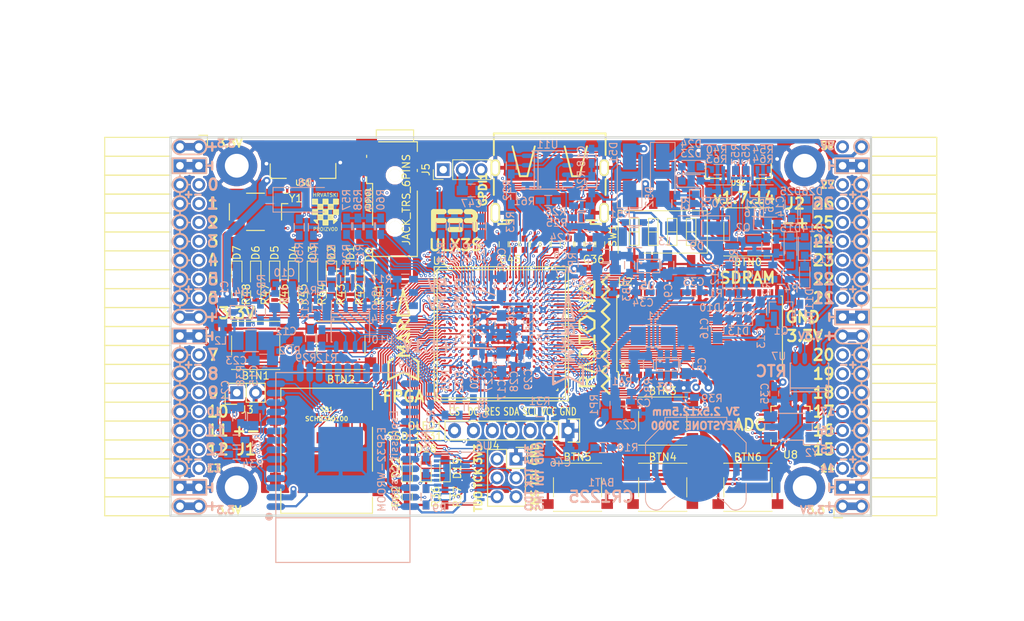
<source format=kicad_pcb>
(kicad_pcb (version 4) (host pcbnew 4.0.7+dfsg1-1)

  (general
    (links 772)
    (no_connects 0)
    (area 93.949999 61.269999 188.230001 112.370001)
    (thickness 1.6)
    (drawings 481)
    (tracks 4779)
    (zones 0)
    (modules 197)
    (nets 267)
  )

  (page A4)
  (layers
    (0 F.Cu signal)
    (1 In1.Cu signal)
    (2 In2.Cu signal)
    (31 B.Cu signal)
    (32 B.Adhes user)
    (33 F.Adhes user)
    (34 B.Paste user)
    (35 F.Paste user)
    (36 B.SilkS user)
    (37 F.SilkS user)
    (38 B.Mask user)
    (39 F.Mask user)
    (40 Dwgs.User user)
    (41 Cmts.User user)
    (42 Eco1.User user)
    (43 Eco2.User user)
    (44 Edge.Cuts user)
    (45 Margin user)
    (46 B.CrtYd user)
    (47 F.CrtYd user)
    (48 B.Fab user)
    (49 F.Fab user)
  )

  (setup
    (last_trace_width 0.3)
    (trace_clearance 0.127)
    (zone_clearance 0.127)
    (zone_45_only no)
    (trace_min 0.127)
    (segment_width 0.2)
    (edge_width 0.2)
    (via_size 0.4)
    (via_drill 0.2)
    (via_min_size 0.4)
    (via_min_drill 0.2)
    (uvia_size 0.3)
    (uvia_drill 0.1)
    (uvias_allowed no)
    (uvia_min_size 0.2)
    (uvia_min_drill 0.1)
    (pcb_text_width 0.3)
    (pcb_text_size 1.5 1.5)
    (mod_edge_width 0.15)
    (mod_text_size 1 1)
    (mod_text_width 0.15)
    (pad_size 1.7272 1.7272)
    (pad_drill 1.016)
    (pad_to_mask_clearance 0.05)
    (aux_axis_origin 94.1 112.22)
    (grid_origin 93.48 113)
    (visible_elements 7FFFFFFF)
    (pcbplotparams
      (layerselection 0x310f0_80000007)
      (usegerberextensions true)
      (excludeedgelayer true)
      (linewidth 0.100000)
      (plotframeref false)
      (viasonmask false)
      (mode 1)
      (useauxorigin false)
      (hpglpennumber 1)
      (hpglpenspeed 20)
      (hpglpendiameter 15)
      (hpglpenoverlay 2)
      (psnegative false)
      (psa4output false)
      (plotreference true)
      (plotvalue true)
      (plotinvisibletext false)
      (padsonsilk false)
      (subtractmaskfromsilk false)
      (outputformat 1)
      (mirror false)
      (drillshape 0)
      (scaleselection 1)
      (outputdirectory plot))
  )

  (net 0 "")
  (net 1 GND)
  (net 2 +5V)
  (net 3 /gpio/IN5V)
  (net 4 /gpio/OUT5V)
  (net 5 +3V3)
  (net 6 BTN_D)
  (net 7 BTN_F1)
  (net 8 BTN_F2)
  (net 9 BTN_L)
  (net 10 BTN_R)
  (net 11 BTN_U)
  (net 12 /power/FB1)
  (net 13 +2V5)
  (net 14 /power/PWREN)
  (net 15 /power/FB3)
  (net 16 /power/FB2)
  (net 17 "Net-(D9-Pad1)")
  (net 18 /power/VBAT)
  (net 19 JTAG_TDI)
  (net 20 JTAG_TCK)
  (net 21 JTAG_TMS)
  (net 22 JTAG_TDO)
  (net 23 /power/WAKEUPn)
  (net 24 /power/WKUP)
  (net 25 /power/SHUT)
  (net 26 /power/WAKE)
  (net 27 /power/HOLD)
  (net 28 /power/WKn)
  (net 29 /power/OSCI_32k)
  (net 30 /power/OSCO_32k)
  (net 31 "Net-(Q2-Pad3)")
  (net 32 SHUTDOWN)
  (net 33 /analog/AUDIO_L)
  (net 34 /analog/AUDIO_R)
  (net 35 GPDI_SDA)
  (net 36 GPDI_SCL)
  (net 37 /gpdi/VREF2)
  (net 38 SD_CMD)
  (net 39 SD_CLK)
  (net 40 SD_D0)
  (net 41 SD_D1)
  (net 42 USB5V)
  (net 43 GPDI_CEC)
  (net 44 nRESET)
  (net 45 FTDI_nDTR)
  (net 46 SDRAM_CKE)
  (net 47 SDRAM_A7)
  (net 48 SDRAM_D15)
  (net 49 SDRAM_BA1)
  (net 50 SDRAM_D7)
  (net 51 SDRAM_A6)
  (net 52 SDRAM_CLK)
  (net 53 SDRAM_D13)
  (net 54 SDRAM_BA0)
  (net 55 SDRAM_D6)
  (net 56 SDRAM_A5)
  (net 57 SDRAM_D14)
  (net 58 SDRAM_A11)
  (net 59 SDRAM_D12)
  (net 60 SDRAM_D5)
  (net 61 SDRAM_A4)
  (net 62 SDRAM_A10)
  (net 63 SDRAM_D11)
  (net 64 SDRAM_A3)
  (net 65 SDRAM_D4)
  (net 66 SDRAM_D10)
  (net 67 SDRAM_D9)
  (net 68 SDRAM_A9)
  (net 69 SDRAM_D3)
  (net 70 SDRAM_D8)
  (net 71 SDRAM_A8)
  (net 72 SDRAM_A2)
  (net 73 SDRAM_A1)
  (net 74 SDRAM_A0)
  (net 75 SDRAM_D2)
  (net 76 SDRAM_D1)
  (net 77 SDRAM_D0)
  (net 78 SDRAM_DQM0)
  (net 79 SDRAM_nCS)
  (net 80 SDRAM_nRAS)
  (net 81 SDRAM_DQM1)
  (net 82 SDRAM_nCAS)
  (net 83 SDRAM_nWE)
  (net 84 /flash/FLASH_nWP)
  (net 85 /flash/FLASH_nHOLD)
  (net 86 /flash/FLASH_MOSI)
  (net 87 /flash/FLASH_MISO)
  (net 88 /flash/FLASH_SCK)
  (net 89 /flash/FLASH_nCS)
  (net 90 /flash/FPGA_PROGRAMN)
  (net 91 /flash/FPGA_DONE)
  (net 92 /flash/FPGA_INITN)
  (net 93 OLED_RES)
  (net 94 OLED_DC)
  (net 95 OLED_CS)
  (net 96 WIFI_EN)
  (net 97 FTDI_nRTS)
  (net 98 FTDI_TXD)
  (net 99 FTDI_RXD)
  (net 100 WIFI_RXD)
  (net 101 WIFI_GPIO0)
  (net 102 WIFI_TXD)
  (net 103 USB_FTDI_D+)
  (net 104 USB_FTDI_D-)
  (net 105 SD_D3)
  (net 106 AUDIO_L3)
  (net 107 AUDIO_L2)
  (net 108 AUDIO_L1)
  (net 109 AUDIO_L0)
  (net 110 AUDIO_R3)
  (net 111 AUDIO_R2)
  (net 112 AUDIO_R1)
  (net 113 AUDIO_R0)
  (net 114 OLED_CLK)
  (net 115 OLED_MOSI)
  (net 116 LED0)
  (net 117 LED1)
  (net 118 LED2)
  (net 119 LED3)
  (net 120 LED4)
  (net 121 LED5)
  (net 122 LED6)
  (net 123 LED7)
  (net 124 BTN_PWRn)
  (net 125 FTDI_nTXLED)
  (net 126 FTDI_nSLEEP)
  (net 127 /blinkey/LED_PWREN)
  (net 128 /blinkey/LED_TXLED)
  (net 129 /sdcard/SD3V3)
  (net 130 SD_D2)
  (net 131 CLK_25MHz)
  (net 132 /blinkey/BTNPUL)
  (net 133 /blinkey/BTNPUR)
  (net 134 USB_FPGA_D+)
  (net 135 /power/FTDI_nSUSPEND)
  (net 136 /blinkey/ALED0)
  (net 137 /blinkey/ALED1)
  (net 138 /blinkey/ALED2)
  (net 139 /blinkey/ALED3)
  (net 140 /blinkey/ALED4)
  (net 141 /blinkey/ALED5)
  (net 142 /blinkey/ALED6)
  (net 143 /blinkey/ALED7)
  (net 144 /usb/FTD-)
  (net 145 /usb/FTD+)
  (net 146 ADC_MISO)
  (net 147 ADC_MOSI)
  (net 148 ADC_CSn)
  (net 149 ADC_SCLK)
  (net 150 SW3)
  (net 151 SW2)
  (net 152 SW1)
  (net 153 USB_FPGA_D-)
  (net 154 /usb/FPD+)
  (net 155 /usb/FPD-)
  (net 156 WIFI_GPIO16)
  (net 157 /usb/ANT_433MHz)
  (net 158 /power/PWRBTn)
  (net 159 PROG_DONE)
  (net 160 /power/P3V3)
  (net 161 /power/P2V5)
  (net 162 /power/L1)
  (net 163 /power/L3)
  (net 164 /power/L2)
  (net 165 FTDI_TXDEN)
  (net 166 SDRAM_A12)
  (net 167 /analog/AUDIO_V)
  (net 168 AUDIO_V3)
  (net 169 AUDIO_V2)
  (net 170 AUDIO_V1)
  (net 171 AUDIO_V0)
  (net 172 /blinkey/LED_WIFI)
  (net 173 /power/P1V1)
  (net 174 +1V1)
  (net 175 SW4)
  (net 176 /blinkey/SWPU)
  (net 177 /wifi/WIFIEN)
  (net 178 FT2V5)
  (net 179 GN0)
  (net 180 GP0)
  (net 181 GN1)
  (net 182 GP1)
  (net 183 GN2)
  (net 184 GP2)
  (net 185 GN3)
  (net 186 GP3)
  (net 187 GN4)
  (net 188 GP4)
  (net 189 GN5)
  (net 190 GP5)
  (net 191 GN6)
  (net 192 GP6)
  (net 193 GN14)
  (net 194 GP14)
  (net 195 GN15)
  (net 196 GP15)
  (net 197 GN16)
  (net 198 GP16)
  (net 199 GN17)
  (net 200 GP17)
  (net 201 GN18)
  (net 202 GP18)
  (net 203 GN19)
  (net 204 GP19)
  (net 205 GN20)
  (net 206 GP20)
  (net 207 GN21)
  (net 208 GP21)
  (net 209 GN22)
  (net 210 GP22)
  (net 211 GN23)
  (net 212 GP23)
  (net 213 GN24)
  (net 214 GP24)
  (net 215 GN25)
  (net 216 GP25)
  (net 217 GN26)
  (net 218 GP26)
  (net 219 GN27)
  (net 220 GP27)
  (net 221 GN7)
  (net 222 GP7)
  (net 223 GN8)
  (net 224 GP8)
  (net 225 GN9)
  (net 226 GP9)
  (net 227 GN10)
  (net 228 GP10)
  (net 229 GN11)
  (net 230 GP11)
  (net 231 GN12)
  (net 232 GP12)
  (net 233 GN13)
  (net 234 GP13)
  (net 235 WIFI_GPIO5)
  (net 236 WIFI_GPIO17)
  (net 237 USB_FPGA_PULL_D+)
  (net 238 USB_FPGA_PULL_D-)
  (net 239 "Net-(D23-Pad2)")
  (net 240 "Net-(D24-Pad1)")
  (net 241 "Net-(D25-Pad2)")
  (net 242 "Net-(D26-Pad1)")
  (net 243 /gpdi/GPDI_ETH+)
  (net 244 FPDI_ETH+)
  (net 245 /gpdi/GPDI_ETH-)
  (net 246 FPDI_ETH-)
  (net 247 /gpdi/GPDI_D2-)
  (net 248 FPDI_D2-)
  (net 249 /gpdi/GPDI_D1-)
  (net 250 FPDI_D1-)
  (net 251 /gpdi/GPDI_D0-)
  (net 252 FPDI_D0-)
  (net 253 /gpdi/GPDI_CLK-)
  (net 254 FPDI_CLK-)
  (net 255 /gpdi/GPDI_D2+)
  (net 256 FPDI_D2+)
  (net 257 /gpdi/GPDI_D1+)
  (net 258 FPDI_D1+)
  (net 259 /gpdi/GPDI_D0+)
  (net 260 FPDI_D0+)
  (net 261 /gpdi/GPDI_CLK+)
  (net 262 FPDI_CLK+)
  (net 263 FPDI_SDA)
  (net 264 FPDI_SCL)
  (net 265 /gpdi/FPDI_CEC)
  (net 266 2V5_3V3)

  (net_class Default "This is the default net class."
    (clearance 0.127)
    (trace_width 0.3)
    (via_dia 0.4)
    (via_drill 0.2)
    (uvia_dia 0.3)
    (uvia_drill 0.1)
    (add_net +1V1)
    (add_net +2V5)
    (add_net +3V3)
    (add_net +5V)
    (add_net /analog/AUDIO_L)
    (add_net /analog/AUDIO_R)
    (add_net /analog/AUDIO_V)
    (add_net /blinkey/ALED0)
    (add_net /blinkey/ALED1)
    (add_net /blinkey/ALED2)
    (add_net /blinkey/ALED3)
    (add_net /blinkey/ALED4)
    (add_net /blinkey/ALED5)
    (add_net /blinkey/ALED6)
    (add_net /blinkey/ALED7)
    (add_net /blinkey/BTNPUL)
    (add_net /blinkey/BTNPUR)
    (add_net /blinkey/LED_PWREN)
    (add_net /blinkey/LED_TXLED)
    (add_net /blinkey/LED_WIFI)
    (add_net /blinkey/SWPU)
    (add_net /gpdi/FPDI_CEC)
    (add_net /gpdi/GPDI_CLK+)
    (add_net /gpdi/GPDI_CLK-)
    (add_net /gpdi/GPDI_D0+)
    (add_net /gpdi/GPDI_D0-)
    (add_net /gpdi/GPDI_D1+)
    (add_net /gpdi/GPDI_D1-)
    (add_net /gpdi/GPDI_D2+)
    (add_net /gpdi/GPDI_D2-)
    (add_net /gpdi/GPDI_ETH+)
    (add_net /gpdi/GPDI_ETH-)
    (add_net /gpdi/VREF2)
    (add_net /gpio/IN5V)
    (add_net /gpio/OUT5V)
    (add_net /power/FB1)
    (add_net /power/FB2)
    (add_net /power/FB3)
    (add_net /power/FTDI_nSUSPEND)
    (add_net /power/HOLD)
    (add_net /power/L1)
    (add_net /power/L2)
    (add_net /power/L3)
    (add_net /power/OSCI_32k)
    (add_net /power/OSCO_32k)
    (add_net /power/P1V1)
    (add_net /power/P2V5)
    (add_net /power/P3V3)
    (add_net /power/PWRBTn)
    (add_net /power/PWREN)
    (add_net /power/SHUT)
    (add_net /power/VBAT)
    (add_net /power/WAKE)
    (add_net /power/WAKEUPn)
    (add_net /power/WKUP)
    (add_net /power/WKn)
    (add_net /sdcard/SD3V3)
    (add_net /usb/ANT_433MHz)
    (add_net /usb/FPD+)
    (add_net /usb/FPD-)
    (add_net /usb/FTD+)
    (add_net /usb/FTD-)
    (add_net /wifi/WIFIEN)
    (add_net 2V5_3V3)
    (add_net FT2V5)
    (add_net GND)
    (add_net "Net-(D23-Pad2)")
    (add_net "Net-(D24-Pad1)")
    (add_net "Net-(D25-Pad2)")
    (add_net "Net-(D26-Pad1)")
    (add_net "Net-(D9-Pad1)")
    (add_net "Net-(Q2-Pad3)")
    (add_net USB5V)
  )

  (net_class BGA ""
    (clearance 0.127)
    (trace_width 0.19)
    (via_dia 0.4)
    (via_drill 0.2)
    (uvia_dia 0.3)
    (uvia_drill 0.1)
    (add_net /flash/FLASH_MISO)
    (add_net /flash/FLASH_MOSI)
    (add_net /flash/FLASH_SCK)
    (add_net /flash/FLASH_nCS)
    (add_net /flash/FLASH_nHOLD)
    (add_net /flash/FLASH_nWP)
    (add_net /flash/FPGA_DONE)
    (add_net /flash/FPGA_INITN)
    (add_net /flash/FPGA_PROGRAMN)
    (add_net ADC_CSn)
    (add_net ADC_MISO)
    (add_net ADC_MOSI)
    (add_net ADC_SCLK)
    (add_net AUDIO_L0)
    (add_net AUDIO_L1)
    (add_net AUDIO_L2)
    (add_net AUDIO_L3)
    (add_net AUDIO_R0)
    (add_net AUDIO_R1)
    (add_net AUDIO_R2)
    (add_net AUDIO_R3)
    (add_net AUDIO_V0)
    (add_net AUDIO_V1)
    (add_net AUDIO_V2)
    (add_net AUDIO_V3)
    (add_net BTN_D)
    (add_net BTN_F1)
    (add_net BTN_F2)
    (add_net BTN_L)
    (add_net BTN_PWRn)
    (add_net BTN_R)
    (add_net BTN_U)
    (add_net CLK_25MHz)
    (add_net FPDI_CLK+)
    (add_net FPDI_CLK-)
    (add_net FPDI_D0+)
    (add_net FPDI_D0-)
    (add_net FPDI_D1+)
    (add_net FPDI_D1-)
    (add_net FPDI_D2+)
    (add_net FPDI_D2-)
    (add_net FPDI_ETH+)
    (add_net FPDI_ETH-)
    (add_net FPDI_SCL)
    (add_net FPDI_SDA)
    (add_net FTDI_RXD)
    (add_net FTDI_TXD)
    (add_net FTDI_TXDEN)
    (add_net FTDI_nDTR)
    (add_net FTDI_nRTS)
    (add_net FTDI_nSLEEP)
    (add_net FTDI_nTXLED)
    (add_net GN0)
    (add_net GN1)
    (add_net GN10)
    (add_net GN11)
    (add_net GN12)
    (add_net GN13)
    (add_net GN14)
    (add_net GN15)
    (add_net GN16)
    (add_net GN17)
    (add_net GN18)
    (add_net GN19)
    (add_net GN2)
    (add_net GN20)
    (add_net GN21)
    (add_net GN22)
    (add_net GN23)
    (add_net GN24)
    (add_net GN25)
    (add_net GN26)
    (add_net GN27)
    (add_net GN3)
    (add_net GN4)
    (add_net GN5)
    (add_net GN6)
    (add_net GN7)
    (add_net GN8)
    (add_net GN9)
    (add_net GP0)
    (add_net GP1)
    (add_net GP10)
    (add_net GP11)
    (add_net GP12)
    (add_net GP13)
    (add_net GP14)
    (add_net GP15)
    (add_net GP16)
    (add_net GP17)
    (add_net GP18)
    (add_net GP19)
    (add_net GP2)
    (add_net GP20)
    (add_net GP21)
    (add_net GP22)
    (add_net GP23)
    (add_net GP24)
    (add_net GP25)
    (add_net GP26)
    (add_net GP27)
    (add_net GP3)
    (add_net GP4)
    (add_net GP5)
    (add_net GP6)
    (add_net GP7)
    (add_net GP8)
    (add_net GP9)
    (add_net GPDI_CEC)
    (add_net GPDI_SCL)
    (add_net GPDI_SDA)
    (add_net JTAG_TCK)
    (add_net JTAG_TDI)
    (add_net JTAG_TDO)
    (add_net JTAG_TMS)
    (add_net LED0)
    (add_net LED1)
    (add_net LED2)
    (add_net LED3)
    (add_net LED4)
    (add_net LED5)
    (add_net LED6)
    (add_net LED7)
    (add_net OLED_CLK)
    (add_net OLED_CS)
    (add_net OLED_DC)
    (add_net OLED_MOSI)
    (add_net OLED_RES)
    (add_net PROG_DONE)
    (add_net SDRAM_A0)
    (add_net SDRAM_A1)
    (add_net SDRAM_A10)
    (add_net SDRAM_A11)
    (add_net SDRAM_A12)
    (add_net SDRAM_A2)
    (add_net SDRAM_A3)
    (add_net SDRAM_A4)
    (add_net SDRAM_A5)
    (add_net SDRAM_A6)
    (add_net SDRAM_A7)
    (add_net SDRAM_A8)
    (add_net SDRAM_A9)
    (add_net SDRAM_BA0)
    (add_net SDRAM_BA1)
    (add_net SDRAM_CKE)
    (add_net SDRAM_CLK)
    (add_net SDRAM_D0)
    (add_net SDRAM_D1)
    (add_net SDRAM_D10)
    (add_net SDRAM_D11)
    (add_net SDRAM_D12)
    (add_net SDRAM_D13)
    (add_net SDRAM_D14)
    (add_net SDRAM_D15)
    (add_net SDRAM_D2)
    (add_net SDRAM_D3)
    (add_net SDRAM_D4)
    (add_net SDRAM_D5)
    (add_net SDRAM_D6)
    (add_net SDRAM_D7)
    (add_net SDRAM_D8)
    (add_net SDRAM_D9)
    (add_net SDRAM_DQM0)
    (add_net SDRAM_DQM1)
    (add_net SDRAM_nCAS)
    (add_net SDRAM_nCS)
    (add_net SDRAM_nRAS)
    (add_net SDRAM_nWE)
    (add_net SD_CLK)
    (add_net SD_CMD)
    (add_net SD_D0)
    (add_net SD_D1)
    (add_net SD_D2)
    (add_net SD_D3)
    (add_net SHUTDOWN)
    (add_net SW1)
    (add_net SW2)
    (add_net SW3)
    (add_net SW4)
    (add_net USB_FPGA_D+)
    (add_net USB_FPGA_D-)
    (add_net USB_FPGA_PULL_D+)
    (add_net USB_FPGA_PULL_D-)
    (add_net USB_FTDI_D+)
    (add_net USB_FTDI_D-)
    (add_net WIFI_EN)
    (add_net WIFI_GPIO0)
    (add_net WIFI_GPIO16)
    (add_net WIFI_GPIO17)
    (add_net WIFI_GPIO5)
    (add_net WIFI_RXD)
    (add_net WIFI_TXD)
    (add_net nRESET)
  )

  (net_class Minimal ""
    (clearance 0.127)
    (trace_width 0.127)
    (via_dia 0.4)
    (via_drill 0.2)
    (uvia_dia 0.3)
    (uvia_drill 0.1)
  )

  (module Pin_Headers:Pin_Header_Straight_1x03_Pitch2.54mm (layer F.Cu) (tedit 59650532) (tstamp 5AA27FD5)
    (at 130.691 65.756 90)
    (descr "Through hole straight pin header, 1x03, 2.54mm pitch, single row")
    (tags "Through hole pin header THT 1x03 2.54mm single row")
    (path /58D51CAD/5AA2A24D)
    (fp_text reference J5 (at 0 -2.33 90) (layer F.SilkS)
      (effects (font (size 1 1) (thickness 0.15)))
    )
    (fp_text value VJ1 (at 0 7.41 90) (layer F.Fab)
      (effects (font (size 1 1) (thickness 0.15)))
    )
    (fp_line (start -0.635 -1.27) (end 1.27 -1.27) (layer F.Fab) (width 0.1))
    (fp_line (start 1.27 -1.27) (end 1.27 6.35) (layer F.Fab) (width 0.1))
    (fp_line (start 1.27 6.35) (end -1.27 6.35) (layer F.Fab) (width 0.1))
    (fp_line (start -1.27 6.35) (end -1.27 -0.635) (layer F.Fab) (width 0.1))
    (fp_line (start -1.27 -0.635) (end -0.635 -1.27) (layer F.Fab) (width 0.1))
    (fp_line (start -1.33 6.41) (end 1.33 6.41) (layer F.SilkS) (width 0.12))
    (fp_line (start -1.33 1.27) (end -1.33 6.41) (layer F.SilkS) (width 0.12))
    (fp_line (start 1.33 1.27) (end 1.33 6.41) (layer F.SilkS) (width 0.12))
    (fp_line (start -1.33 1.27) (end 1.33 1.27) (layer F.SilkS) (width 0.12))
    (fp_line (start -1.33 0) (end -1.33 -1.33) (layer F.SilkS) (width 0.12))
    (fp_line (start -1.33 -1.33) (end 0 -1.33) (layer F.SilkS) (width 0.12))
    (fp_line (start -1.8 -1.8) (end -1.8 6.85) (layer F.CrtYd) (width 0.05))
    (fp_line (start -1.8 6.85) (end 1.8 6.85) (layer F.CrtYd) (width 0.05))
    (fp_line (start 1.8 6.85) (end 1.8 -1.8) (layer F.CrtYd) (width 0.05))
    (fp_line (start 1.8 -1.8) (end -1.8 -1.8) (layer F.CrtYd) (width 0.05))
    (fp_text user %R (at 0 2.54 180) (layer F.Fab)
      (effects (font (size 1 1) (thickness 0.15)))
    )
    (pad 1 thru_hole rect (at 0 0 90) (size 1.7 1.7) (drill 1) (layers *.Cu *.Mask)
      (net 13 +2V5))
    (pad 2 thru_hole oval (at 0 2.54 90) (size 1.7 1.7) (drill 1) (layers *.Cu *.Mask)
      (net 266 2V5_3V3))
    (pad 3 thru_hole oval (at 0 5.08 90) (size 1.7 1.7) (drill 1) (layers *.Cu *.Mask)
      (net 5 +3V3))
    (model Pin_Headers.3dshapes/Pin_Header_Angled_1x03_Pitch2.54mm.wrl
      (at (xyz 0 0 0))
      (scale (xyz 1 1 1))
      (rotate (xyz 0 0 0))
    )
  )

  (module Resistors_SMD:R_0603_HandSoldering (layer B.Cu) (tedit 59D565A6) (tstamp 59C0F273)
    (at 169.919 66.965 90)
    (descr "Resistor SMD 0603, hand soldering")
    (tags "resistor 0603")
    (path /58D6BF46/59C0F7B6)
    (attr smd)
    (fp_text reference R53 (at 3.259 0 270) (layer B.SilkS)
      (effects (font (size 1 1) (thickness 0.15)) (justify mirror))
    )
    (fp_text value 27 (at 2.667 0 270) (layer B.Fab)
      (effects (font (size 1 1) (thickness 0.15)) (justify mirror))
    )
    (fp_text user %R (at 2.413 -2.54 180) (layer B.Fab) hide
      (effects (font (size 1 1) (thickness 0.15)) (justify mirror))
    )
    (fp_line (start -0.8 -0.4) (end -0.8 0.4) (layer B.Fab) (width 0.1))
    (fp_line (start 0.8 -0.4) (end -0.8 -0.4) (layer B.Fab) (width 0.1))
    (fp_line (start 0.8 0.4) (end 0.8 -0.4) (layer B.Fab) (width 0.1))
    (fp_line (start -0.8 0.4) (end 0.8 0.4) (layer B.Fab) (width 0.1))
    (fp_line (start 0.5 -0.68) (end -0.5 -0.68) (layer B.SilkS) (width 0.12))
    (fp_line (start -0.5 0.68) (end 0.5 0.68) (layer B.SilkS) (width 0.12))
    (fp_line (start -1.96 0.7) (end 1.95 0.7) (layer B.CrtYd) (width 0.05))
    (fp_line (start -1.96 0.7) (end -1.96 -0.7) (layer B.CrtYd) (width 0.05))
    (fp_line (start 1.95 -0.7) (end 1.95 0.7) (layer B.CrtYd) (width 0.05))
    (fp_line (start 1.95 -0.7) (end -1.96 -0.7) (layer B.CrtYd) (width 0.05))
    (pad 1 smd rect (at -1.1 0 90) (size 1.2 0.9) (layers B.Cu B.Paste B.Mask)
      (net 134 USB_FPGA_D+))
    (pad 2 smd rect (at 1.1 0 90) (size 1.2 0.9) (layers B.Cu B.Paste B.Mask)
      (net 154 /usb/FPD+))
    (model Resistors_SMD.3dshapes/R_0603.wrl
      (at (xyz 0 0 0))
      (scale (xyz 1 1 1))
      (rotate (xyz 0 0 0))
    )
  )

  (module Socket_Strips:Socket_Strip_Angled_2x20 (layer F.Cu) (tedit 5A2B354F) (tstamp 58E6BE3D)
    (at 97.91 62.69 270)
    (descr "Through hole socket strip")
    (tags "socket strip")
    (path /56AC389C/58E6B835)
    (fp_text reference J1 (at 40.64 -6.35 360) (layer F.SilkS)
      (effects (font (size 1.5 1.5) (thickness 0.3)))
    )
    (fp_text value CONN_02X20 (at 0 -2.6 270) (layer F.Fab) hide
      (effects (font (size 1 1) (thickness 0.15)))
    )
    (fp_line (start -1.75 -1.35) (end -1.75 13.15) (layer F.CrtYd) (width 0.05))
    (fp_line (start 50.05 -1.35) (end 50.05 13.15) (layer F.CrtYd) (width 0.05))
    (fp_line (start -1.75 -1.35) (end 50.05 -1.35) (layer F.CrtYd) (width 0.05))
    (fp_line (start -1.75 13.15) (end 50.05 13.15) (layer F.CrtYd) (width 0.05))
    (fp_line (start 49.53 12.64) (end 49.53 3.81) (layer F.SilkS) (width 0.15))
    (fp_line (start 46.99 12.64) (end 49.53 12.64) (layer F.SilkS) (width 0.15))
    (fp_line (start 46.99 3.81) (end 49.53 3.81) (layer F.SilkS) (width 0.15))
    (fp_line (start 49.53 3.81) (end 49.53 12.64) (layer F.SilkS) (width 0.15))
    (fp_line (start 46.99 3.81) (end 46.99 12.64) (layer F.SilkS) (width 0.15))
    (fp_line (start 44.45 3.81) (end 46.99 3.81) (layer F.SilkS) (width 0.15))
    (fp_line (start 44.45 12.64) (end 46.99 12.64) (layer F.SilkS) (width 0.15))
    (fp_line (start 46.99 12.64) (end 46.99 3.81) (layer F.SilkS) (width 0.15))
    (fp_line (start 29.21 12.64) (end 29.21 3.81) (layer F.SilkS) (width 0.15))
    (fp_line (start 26.67 12.64) (end 29.21 12.64) (layer F.SilkS) (width 0.15))
    (fp_line (start 26.67 3.81) (end 29.21 3.81) (layer F.SilkS) (width 0.15))
    (fp_line (start 29.21 3.81) (end 29.21 12.64) (layer F.SilkS) (width 0.15))
    (fp_line (start 31.75 3.81) (end 31.75 12.64) (layer F.SilkS) (width 0.15))
    (fp_line (start 29.21 3.81) (end 31.75 3.81) (layer F.SilkS) (width 0.15))
    (fp_line (start 29.21 12.64) (end 31.75 12.64) (layer F.SilkS) (width 0.15))
    (fp_line (start 31.75 12.64) (end 31.75 3.81) (layer F.SilkS) (width 0.15))
    (fp_line (start 44.45 12.64) (end 44.45 3.81) (layer F.SilkS) (width 0.15))
    (fp_line (start 41.91 12.64) (end 44.45 12.64) (layer F.SilkS) (width 0.15))
    (fp_line (start 41.91 3.81) (end 44.45 3.81) (layer F.SilkS) (width 0.15))
    (fp_line (start 44.45 3.81) (end 44.45 12.64) (layer F.SilkS) (width 0.15))
    (fp_line (start 41.91 3.81) (end 41.91 12.64) (layer F.SilkS) (width 0.15))
    (fp_line (start 39.37 3.81) (end 41.91 3.81) (layer F.SilkS) (width 0.15))
    (fp_line (start 39.37 12.64) (end 41.91 12.64) (layer F.SilkS) (width 0.15))
    (fp_line (start 41.91 12.64) (end 41.91 3.81) (layer F.SilkS) (width 0.15))
    (fp_line (start 39.37 12.64) (end 39.37 3.81) (layer F.SilkS) (width 0.15))
    (fp_line (start 36.83 12.64) (end 39.37 12.64) (layer F.SilkS) (width 0.15))
    (fp_line (start 36.83 3.81) (end 39.37 3.81) (layer F.SilkS) (width 0.15))
    (fp_line (start 39.37 3.81) (end 39.37 12.64) (layer F.SilkS) (width 0.15))
    (fp_line (start 36.83 3.81) (end 36.83 12.64) (layer F.SilkS) (width 0.15))
    (fp_line (start 34.29 3.81) (end 36.83 3.81) (layer F.SilkS) (width 0.15))
    (fp_line (start 34.29 12.64) (end 36.83 12.64) (layer F.SilkS) (width 0.15))
    (fp_line (start 36.83 12.64) (end 36.83 3.81) (layer F.SilkS) (width 0.15))
    (fp_line (start 34.29 12.64) (end 34.29 3.81) (layer F.SilkS) (width 0.15))
    (fp_line (start 31.75 12.64) (end 34.29 12.64) (layer F.SilkS) (width 0.15))
    (fp_line (start 31.75 3.81) (end 34.29 3.81) (layer F.SilkS) (width 0.15))
    (fp_line (start 34.29 3.81) (end 34.29 12.64) (layer F.SilkS) (width 0.15))
    (fp_line (start 16.51 3.81) (end 16.51 12.64) (layer F.SilkS) (width 0.15))
    (fp_line (start 13.97 3.81) (end 16.51 3.81) (layer F.SilkS) (width 0.15))
    (fp_line (start 13.97 12.64) (end 16.51 12.64) (layer F.SilkS) (width 0.15))
    (fp_line (start 16.51 12.64) (end 16.51 3.81) (layer F.SilkS) (width 0.15))
    (fp_line (start 19.05 12.64) (end 19.05 3.81) (layer F.SilkS) (width 0.15))
    (fp_line (start 16.51 12.64) (end 19.05 12.64) (layer F.SilkS) (width 0.15))
    (fp_line (start 16.51 3.81) (end 19.05 3.81) (layer F.SilkS) (width 0.15))
    (fp_line (start 19.05 3.81) (end 19.05 12.64) (layer F.SilkS) (width 0.15))
    (fp_line (start 21.59 3.81) (end 21.59 12.64) (layer F.SilkS) (width 0.15))
    (fp_line (start 19.05 3.81) (end 21.59 3.81) (layer F.SilkS) (width 0.15))
    (fp_line (start 19.05 12.64) (end 21.59 12.64) (layer F.SilkS) (width 0.15))
    (fp_line (start 21.59 12.64) (end 21.59 3.81) (layer F.SilkS) (width 0.15))
    (fp_line (start 24.13 12.64) (end 24.13 3.81) (layer F.SilkS) (width 0.15))
    (fp_line (start 21.59 12.64) (end 24.13 12.64) (layer F.SilkS) (width 0.15))
    (fp_line (start 21.59 3.81) (end 24.13 3.81) (layer F.SilkS) (width 0.15))
    (fp_line (start 24.13 3.81) (end 24.13 12.64) (layer F.SilkS) (width 0.15))
    (fp_line (start 26.67 3.81) (end 26.67 12.64) (layer F.SilkS) (width 0.15))
    (fp_line (start 24.13 3.81) (end 26.67 3.81) (layer F.SilkS) (width 0.15))
    (fp_line (start 24.13 12.64) (end 26.67 12.64) (layer F.SilkS) (width 0.15))
    (fp_line (start 26.67 12.64) (end 26.67 3.81) (layer F.SilkS) (width 0.15))
    (fp_line (start 13.97 12.64) (end 13.97 3.81) (layer F.SilkS) (width 0.15))
    (fp_line (start 11.43 12.64) (end 13.97 12.64) (layer F.SilkS) (width 0.15))
    (fp_line (start 11.43 3.81) (end 13.97 3.81) (layer F.SilkS) (width 0.15))
    (fp_line (start 13.97 3.81) (end 13.97 12.64) (layer F.SilkS) (width 0.15))
    (fp_line (start 11.43 3.81) (end 11.43 12.64) (layer F.SilkS) (width 0.15))
    (fp_line (start 8.89 3.81) (end 11.43 3.81) (layer F.SilkS) (width 0.15))
    (fp_line (start 8.89 12.64) (end 11.43 12.64) (layer F.SilkS) (width 0.15))
    (fp_line (start 11.43 12.64) (end 11.43 3.81) (layer F.SilkS) (width 0.15))
    (fp_line (start 8.89 12.64) (end 8.89 3.81) (layer F.SilkS) (width 0.15))
    (fp_line (start 6.35 12.64) (end 8.89 12.64) (layer F.SilkS) (width 0.15))
    (fp_line (start 6.35 3.81) (end 8.89 3.81) (layer F.SilkS) (width 0.15))
    (fp_line (start 8.89 3.81) (end 8.89 12.64) (layer F.SilkS) (width 0.15))
    (fp_line (start 6.35 3.81) (end 6.35 12.64) (layer F.SilkS) (width 0.15))
    (fp_line (start 3.81 3.81) (end 6.35 3.81) (layer F.SilkS) (width 0.15))
    (fp_line (start 3.81 12.64) (end 6.35 12.64) (layer F.SilkS) (width 0.15))
    (fp_line (start 6.35 12.64) (end 6.35 3.81) (layer F.SilkS) (width 0.15))
    (fp_line (start 3.81 12.64) (end 3.81 3.81) (layer F.SilkS) (width 0.15))
    (fp_line (start 1.27 12.64) (end 3.81 12.64) (layer F.SilkS) (width 0.15))
    (fp_line (start 1.27 3.81) (end 3.81 3.81) (layer F.SilkS) (width 0.15))
    (fp_line (start 3.81 3.81) (end 3.81 12.64) (layer F.SilkS) (width 0.15))
    (fp_line (start 1.27 3.81) (end 1.27 12.64) (layer F.SilkS) (width 0.15))
    (fp_line (start -1.27 3.81) (end 1.27 3.81) (layer F.SilkS) (width 0.15))
    (fp_line (start 0 -1.15) (end -1.55 -1.15) (layer F.SilkS) (width 0.15))
    (fp_line (start -1.55 -1.15) (end -1.55 0) (layer F.SilkS) (width 0.15))
    (fp_line (start -1.27 3.81) (end -1.27 12.64) (layer F.SilkS) (width 0.15))
    (fp_line (start -1.27 12.64) (end 1.27 12.64) (layer F.SilkS) (width 0.15))
    (fp_line (start 1.27 12.64) (end 1.27 3.81) (layer F.SilkS) (width 0.15))
    (pad 1 thru_hole oval (at 0 0 270) (size 1.7272 1.7272) (drill 1.016) (layers *.Cu *.Mask)
      (net 5 +3V3))
    (pad 2 thru_hole oval (at 0 2.54 270) (size 1.7272 1.7272) (drill 1.016) (layers *.Cu *.Mask)
      (net 5 +3V3))
    (pad 3 thru_hole rect (at 2.54 0 270) (size 1.7272 1.7272) (drill 1.016) (layers *.Cu *.Mask)
      (net 1 GND))
    (pad 4 thru_hole rect (at 2.54 2.54 270) (size 1.7272 1.7272) (drill 1.016) (layers *.Cu *.Mask)
      (net 1 GND))
    (pad 5 thru_hole oval (at 5.08 0 270) (size 1.7272 1.7272) (drill 1.016) (layers *.Cu *.Mask)
      (net 179 GN0))
    (pad 6 thru_hole oval (at 5.08 2.54 270) (size 1.7272 1.7272) (drill 1.016) (layers *.Cu *.Mask)
      (net 180 GP0))
    (pad 7 thru_hole oval (at 7.62 0 270) (size 1.7272 1.7272) (drill 1.016) (layers *.Cu *.Mask)
      (net 181 GN1))
    (pad 8 thru_hole oval (at 7.62 2.54 270) (size 1.7272 1.7272) (drill 1.016) (layers *.Cu *.Mask)
      (net 182 GP1))
    (pad 9 thru_hole oval (at 10.16 0 270) (size 1.7272 1.7272) (drill 1.016) (layers *.Cu *.Mask)
      (net 183 GN2))
    (pad 10 thru_hole oval (at 10.16 2.54 270) (size 1.7272 1.7272) (drill 1.016) (layers *.Cu *.Mask)
      (net 184 GP2))
    (pad 11 thru_hole oval (at 12.7 0 270) (size 1.7272 1.7272) (drill 1.016) (layers *.Cu *.Mask)
      (net 185 GN3))
    (pad 12 thru_hole oval (at 12.7 2.54 270) (size 1.7272 1.7272) (drill 1.016) (layers *.Cu *.Mask)
      (net 186 GP3))
    (pad 13 thru_hole oval (at 15.24 0 270) (size 1.7272 1.7272) (drill 1.016) (layers *.Cu *.Mask)
      (net 187 GN4))
    (pad 14 thru_hole oval (at 15.24 2.54 270) (size 1.7272 1.7272) (drill 1.016) (layers *.Cu *.Mask)
      (net 188 GP4))
    (pad 15 thru_hole oval (at 17.78 0 270) (size 1.7272 1.7272) (drill 1.016) (layers *.Cu *.Mask)
      (net 189 GN5))
    (pad 16 thru_hole oval (at 17.78 2.54 270) (size 1.7272 1.7272) (drill 1.016) (layers *.Cu *.Mask)
      (net 190 GP5))
    (pad 17 thru_hole oval (at 20.32 0 270) (size 1.7272 1.7272) (drill 1.016) (layers *.Cu *.Mask)
      (net 191 GN6))
    (pad 18 thru_hole oval (at 20.32 2.54 270) (size 1.7272 1.7272) (drill 1.016) (layers *.Cu *.Mask)
      (net 192 GP6))
    (pad 19 thru_hole oval (at 22.86 0 270) (size 1.7272 1.7272) (drill 1.016) (layers *.Cu *.Mask)
      (net 5 +3V3))
    (pad 20 thru_hole oval (at 22.86 2.54 270) (size 1.7272 1.7272) (drill 1.016) (layers *.Cu *.Mask)
      (net 5 +3V3))
    (pad 21 thru_hole rect (at 25.4 0 270) (size 1.7272 1.7272) (drill 1.016) (layers *.Cu *.Mask)
      (net 1 GND))
    (pad 22 thru_hole rect (at 25.4 2.54 270) (size 1.7272 1.7272) (drill 1.016) (layers *.Cu *.Mask)
      (net 1 GND))
    (pad 23 thru_hole oval (at 27.94 0 270) (size 1.7272 1.7272) (drill 1.016) (layers *.Cu *.Mask)
      (net 221 GN7))
    (pad 24 thru_hole oval (at 27.94 2.54 270) (size 1.7272 1.7272) (drill 1.016) (layers *.Cu *.Mask)
      (net 222 GP7))
    (pad 25 thru_hole oval (at 30.48 0 270) (size 1.7272 1.7272) (drill 1.016) (layers *.Cu *.Mask)
      (net 223 GN8))
    (pad 26 thru_hole oval (at 30.48 2.54 270) (size 1.7272 1.7272) (drill 1.016) (layers *.Cu *.Mask)
      (net 224 GP8))
    (pad 27 thru_hole oval (at 33.02 0 270) (size 1.7272 1.7272) (drill 1.016) (layers *.Cu *.Mask)
      (net 225 GN9))
    (pad 28 thru_hole oval (at 33.02 2.54 270) (size 1.7272 1.7272) (drill 1.016) (layers *.Cu *.Mask)
      (net 226 GP9))
    (pad 29 thru_hole oval (at 35.56 0 270) (size 1.7272 1.7272) (drill 1.016) (layers *.Cu *.Mask)
      (net 227 GN10))
    (pad 30 thru_hole oval (at 35.56 2.54 270) (size 1.7272 1.7272) (drill 1.016) (layers *.Cu *.Mask)
      (net 228 GP10))
    (pad 31 thru_hole oval (at 38.1 0 270) (size 1.7272 1.7272) (drill 1.016) (layers *.Cu *.Mask)
      (net 229 GN11))
    (pad 32 thru_hole oval (at 38.1 2.54 270) (size 1.7272 1.7272) (drill 1.016) (layers *.Cu *.Mask)
      (net 230 GP11))
    (pad 33 thru_hole oval (at 40.64 0 270) (size 1.7272 1.7272) (drill 1.016) (layers *.Cu *.Mask)
      (net 231 GN12))
    (pad 34 thru_hole oval (at 40.64 2.54 270) (size 1.7272 1.7272) (drill 1.016) (layers *.Cu *.Mask)
      (net 232 GP12))
    (pad 35 thru_hole oval (at 43.18 0 270) (size 1.7272 1.7272) (drill 1.016) (layers *.Cu *.Mask)
      (net 233 GN13))
    (pad 36 thru_hole oval (at 43.18 2.54 270) (size 1.7272 1.7272) (drill 1.016) (layers *.Cu *.Mask)
      (net 234 GP13))
    (pad 37 thru_hole rect (at 45.72 0 270) (size 1.7272 1.7272) (drill 1.016) (layers *.Cu *.Mask)
      (net 1 GND))
    (pad 38 thru_hole rect (at 45.72 2.54 270) (size 1.7272 1.7272) (drill 1.016) (layers *.Cu *.Mask)
      (net 1 GND))
    (pad 39 thru_hole oval (at 48.26 0 270) (size 1.7272 1.7272) (drill 1.016) (layers *.Cu *.Mask)
      (net 5 +3V3))
    (pad 40 thru_hole oval (at 48.26 2.54 270) (size 1.7272 1.7272) (drill 1.016) (layers *.Cu *.Mask)
      (net 5 +3V3))
    (model Socket_Strips.3dshapes/Socket_Strip_Angled_2x20.wrl
      (at (xyz 0.95 -0.05 0))
      (scale (xyz 1 1 1))
      (rotate (xyz 0 0 180))
    )
  )

  (module SMD_Packages:1Pin (layer F.Cu) (tedit 59F891E7) (tstamp 59C3DCCD)
    (at 182.67515 111.637626)
    (descr "module 1 pin (ou trou mecanique de percage)")
    (tags DEV)
    (path /58D6BF46/59C3AE47)
    (fp_text reference AE1 (at -3.236 3.798) (layer F.SilkS) hide
      (effects (font (size 1 1) (thickness 0.15)))
    )
    (fp_text value 433MHz (at 2.606 3.798) (layer F.Fab) hide
      (effects (font (size 1 1) (thickness 0.15)))
    )
    (pad 1 smd rect (at 0 0) (size 0.5 0.5) (layers B.Cu F.Paste F.Mask)
      (net 157 /usb/ANT_433MHz))
  )

  (module Resistors_SMD:R_0603_HandSoldering (layer B.Cu) (tedit 58307AEF) (tstamp 590C5C33)
    (at 103.498 98.758 90)
    (descr "Resistor SMD 0603, hand soldering")
    (tags "resistor 0603")
    (path /58DA7327/590C5D62)
    (attr smd)
    (fp_text reference R38 (at 5.334 0 90) (layer B.SilkS)
      (effects (font (size 1 1) (thickness 0.15)) (justify mirror))
    )
    (fp_text value 0.47 (at 3.386 0 90) (layer B.Fab)
      (effects (font (size 1 1) (thickness 0.15)) (justify mirror))
    )
    (fp_line (start -0.8 -0.4) (end -0.8 0.4) (layer B.Fab) (width 0.1))
    (fp_line (start 0.8 -0.4) (end -0.8 -0.4) (layer B.Fab) (width 0.1))
    (fp_line (start 0.8 0.4) (end 0.8 -0.4) (layer B.Fab) (width 0.1))
    (fp_line (start -0.8 0.4) (end 0.8 0.4) (layer B.Fab) (width 0.1))
    (fp_line (start -2 0.8) (end 2 0.8) (layer B.CrtYd) (width 0.05))
    (fp_line (start -2 -0.8) (end 2 -0.8) (layer B.CrtYd) (width 0.05))
    (fp_line (start -2 0.8) (end -2 -0.8) (layer B.CrtYd) (width 0.05))
    (fp_line (start 2 0.8) (end 2 -0.8) (layer B.CrtYd) (width 0.05))
    (fp_line (start 0.5 -0.675) (end -0.5 -0.675) (layer B.SilkS) (width 0.15))
    (fp_line (start -0.5 0.675) (end 0.5 0.675) (layer B.SilkS) (width 0.15))
    (pad 1 smd rect (at -1.1 0 90) (size 1.2 0.9) (layers B.Cu B.Paste B.Mask)
      (net 129 /sdcard/SD3V3))
    (pad 2 smd rect (at 1.1 0 90) (size 1.2 0.9) (layers B.Cu B.Paste B.Mask)
      (net 5 +3V3))
    (model Resistors_SMD.3dshapes/R_0603_HandSoldering.wrl
      (at (xyz 0 0 0))
      (scale (xyz 1 1 1))
      (rotate (xyz 0 0 0))
    )
    (model Resistors_SMD.3dshapes/R_0603.wrl
      (at (xyz 0 0 0))
      (scale (xyz 1 1 1))
      (rotate (xyz 0 0 0))
    )
  )

  (module Diodes_SMD:D_SMA_Handsoldering (layer B.Cu) (tedit 59D564F6) (tstamp 59D3C50D)
    (at 155.695 66.5 90)
    (descr "Diode SMA (DO-214AC) Handsoldering")
    (tags "Diode SMA (DO-214AC) Handsoldering")
    (path /56AC389C/56AC483B)
    (attr smd)
    (fp_text reference D51 (at 3.048 -2.159 90) (layer B.SilkS)
      (effects (font (size 1 1) (thickness 0.15)) (justify mirror))
    )
    (fp_text value STPS2L30AF (at 0 -2.6 90) (layer B.Fab) hide
      (effects (font (size 1 1) (thickness 0.15)) (justify mirror))
    )
    (fp_text user %R (at 3.048 -2.159 90) (layer B.Fab) hide
      (effects (font (size 1 1) (thickness 0.15)) (justify mirror))
    )
    (fp_line (start -4.4 1.65) (end -4.4 -1.65) (layer B.SilkS) (width 0.12))
    (fp_line (start 2.3 -1.5) (end -2.3 -1.5) (layer B.Fab) (width 0.1))
    (fp_line (start -2.3 -1.5) (end -2.3 1.5) (layer B.Fab) (width 0.1))
    (fp_line (start 2.3 1.5) (end 2.3 -1.5) (layer B.Fab) (width 0.1))
    (fp_line (start 2.3 1.5) (end -2.3 1.5) (layer B.Fab) (width 0.1))
    (fp_line (start -4.5 1.75) (end 4.5 1.75) (layer B.CrtYd) (width 0.05))
    (fp_line (start 4.5 1.75) (end 4.5 -1.75) (layer B.CrtYd) (width 0.05))
    (fp_line (start 4.5 -1.75) (end -4.5 -1.75) (layer B.CrtYd) (width 0.05))
    (fp_line (start -4.5 -1.75) (end -4.5 1.75) (layer B.CrtYd) (width 0.05))
    (fp_line (start -0.64944 -0.00102) (end -1.55114 -0.00102) (layer B.Fab) (width 0.1))
    (fp_line (start 0.50118 -0.00102) (end 1.4994 -0.00102) (layer B.Fab) (width 0.1))
    (fp_line (start -0.64944 0.79908) (end -0.64944 -0.80112) (layer B.Fab) (width 0.1))
    (fp_line (start 0.50118 -0.75032) (end 0.50118 0.79908) (layer B.Fab) (width 0.1))
    (fp_line (start -0.64944 -0.00102) (end 0.50118 -0.75032) (layer B.Fab) (width 0.1))
    (fp_line (start -0.64944 -0.00102) (end 0.50118 0.79908) (layer B.Fab) (width 0.1))
    (fp_line (start -4.4 -1.65) (end 2.5 -1.65) (layer B.SilkS) (width 0.12))
    (fp_line (start -4.4 1.65) (end 2.5 1.65) (layer B.SilkS) (width 0.12))
    (pad 1 smd rect (at -2.5 0 90) (size 3.5 1.8) (layers B.Cu B.Paste B.Mask)
      (net 2 +5V))
    (pad 2 smd rect (at 2.5 0 90) (size 3.5 1.8) (layers B.Cu B.Paste B.Mask)
      (net 3 /gpio/IN5V))
    (model ${KISYS3DMOD}/Diodes_SMD.3dshapes/D_SMA.wrl
      (at (xyz 0 0 0))
      (scale (xyz 1 1 1))
      (rotate (xyz 0 0 0))
    )
  )

  (module Resistors_SMD:R_0603_HandSoldering (layer B.Cu) (tedit 58307AEF) (tstamp 595B8F7A)
    (at 156.33 72.85 180)
    (descr "Resistor SMD 0603, hand soldering")
    (tags "resistor 0603")
    (path /58D6547C/595B9C2F)
    (attr smd)
    (fp_text reference R51 (at 1.905 1.143 180) (layer B.SilkS)
      (effects (font (size 1 1) (thickness 0.15)) (justify mirror))
    )
    (fp_text value 150 (at 3.556 -0.508 180) (layer B.Fab)
      (effects (font (size 1 1) (thickness 0.15)) (justify mirror))
    )
    (fp_line (start -0.8 -0.4) (end -0.8 0.4) (layer B.Fab) (width 0.1))
    (fp_line (start 0.8 -0.4) (end -0.8 -0.4) (layer B.Fab) (width 0.1))
    (fp_line (start 0.8 0.4) (end 0.8 -0.4) (layer B.Fab) (width 0.1))
    (fp_line (start -0.8 0.4) (end 0.8 0.4) (layer B.Fab) (width 0.1))
    (fp_line (start -2 0.8) (end 2 0.8) (layer B.CrtYd) (width 0.05))
    (fp_line (start -2 -0.8) (end 2 -0.8) (layer B.CrtYd) (width 0.05))
    (fp_line (start -2 0.8) (end -2 -0.8) (layer B.CrtYd) (width 0.05))
    (fp_line (start 2 0.8) (end 2 -0.8) (layer B.CrtYd) (width 0.05))
    (fp_line (start 0.5 -0.675) (end -0.5 -0.675) (layer B.SilkS) (width 0.15))
    (fp_line (start -0.5 0.675) (end 0.5 0.675) (layer B.SilkS) (width 0.15))
    (pad 1 smd rect (at -1.1 0 180) (size 1.2 0.9) (layers B.Cu B.Paste B.Mask)
      (net 5 +3V3))
    (pad 2 smd rect (at 1.1 0 180) (size 1.2 0.9) (layers B.Cu B.Paste B.Mask)
      (net 176 /blinkey/SWPU))
    (model Resistors_SMD.3dshapes/R_0603.wrl
      (at (xyz 0 0 0))
      (scale (xyz 1 1 1))
      (rotate (xyz 0 0 0))
    )
  )

  (module Resistors_SMD:R_1210_HandSoldering (layer B.Cu) (tedit 58307C8D) (tstamp 58D58A37)
    (at 158.87 88.09 180)
    (descr "Resistor SMD 1210, hand soldering")
    (tags "resistor 1210")
    (path /58D51CAD/5A73C9EB)
    (attr smd)
    (fp_text reference L1 (at 0 2.7 180) (layer B.SilkS)
      (effects (font (size 1 1) (thickness 0.15)) (justify mirror))
    )
    (fp_text value 2.2uH (at 0 2.032 180) (layer B.Fab)
      (effects (font (size 1 1) (thickness 0.15)) (justify mirror))
    )
    (fp_line (start -1.6 -1.25) (end -1.6 1.25) (layer B.Fab) (width 0.1))
    (fp_line (start 1.6 -1.25) (end -1.6 -1.25) (layer B.Fab) (width 0.1))
    (fp_line (start 1.6 1.25) (end 1.6 -1.25) (layer B.Fab) (width 0.1))
    (fp_line (start -1.6 1.25) (end 1.6 1.25) (layer B.Fab) (width 0.1))
    (fp_line (start -3.3 1.6) (end 3.3 1.6) (layer B.CrtYd) (width 0.05))
    (fp_line (start -3.3 -1.6) (end 3.3 -1.6) (layer B.CrtYd) (width 0.05))
    (fp_line (start -3.3 1.6) (end -3.3 -1.6) (layer B.CrtYd) (width 0.05))
    (fp_line (start 3.3 1.6) (end 3.3 -1.6) (layer B.CrtYd) (width 0.05))
    (fp_line (start 1 -1.475) (end -1 -1.475) (layer B.SilkS) (width 0.15))
    (fp_line (start -1 1.475) (end 1 1.475) (layer B.SilkS) (width 0.15))
    (pad 1 smd rect (at -2 0 180) (size 2 2.5) (layers B.Cu B.Paste B.Mask)
      (net 162 /power/L1))
    (pad 2 smd rect (at 2 0 180) (size 2 2.5) (layers B.Cu B.Paste B.Mask)
      (net 173 /power/P1V1))
    (model Inductors_SMD.3dshapes/L_1210.wrl
      (at (xyz 0 0 0))
      (scale (xyz 1 1 1))
      (rotate (xyz 0 0 0))
    )
  )

  (module TSOT-25:TSOT-25 (layer B.Cu) (tedit 59CD7E8F) (tstamp 58D5976E)
    (at 160.775 91.9)
    (path /58D51CAD/5A57BFD7)
    (attr smd)
    (fp_text reference U3 (at -0.381 3.048) (layer B.SilkS)
      (effects (font (size 1 1) (thickness 0.2)) (justify mirror))
    )
    (fp_text value TLV62569DBV (at 0 2.286) (layer B.Fab)
      (effects (font (size 0.4 0.4) (thickness 0.1)) (justify mirror))
    )
    (fp_circle (center -1 -0.4) (end -0.95 -0.5) (layer B.SilkS) (width 0.15))
    (fp_line (start -1.5 0.9) (end 1.5 0.9) (layer B.SilkS) (width 0.15))
    (fp_line (start 1.5 0.9) (end 1.5 -0.9) (layer B.SilkS) (width 0.15))
    (fp_line (start 1.5 -0.9) (end -1.5 -0.9) (layer B.SilkS) (width 0.15))
    (fp_line (start -1.5 -0.9) (end -1.5 0.9) (layer B.SilkS) (width 0.15))
    (pad 1 smd rect (at -0.95 -1.3) (size 0.7 1.2) (layers B.Cu B.Paste B.Mask)
      (net 14 /power/PWREN))
    (pad 2 smd rect (at 0 -1.3) (size 0.7 1.2) (layers B.Cu B.Paste B.Mask)
      (net 1 GND))
    (pad 3 smd rect (at 0.95 -1.3) (size 0.7 1.2) (layers B.Cu B.Paste B.Mask)
      (net 162 /power/L1))
    (pad 4 smd rect (at 0.95 1.3) (size 0.7 1.2) (layers B.Cu B.Paste B.Mask)
      (net 2 +5V))
    (pad 5 smd rect (at -0.95 1.3) (size 0.7 1.2) (layers B.Cu B.Paste B.Mask)
      (net 12 /power/FB1))
    (model TO_SOT_Packages_SMD.3dshapes/SOT-23-5.wrl
      (at (xyz 0 0 0))
      (scale (xyz 1 1 1))
      (rotate (xyz 0 0 -90))
    )
  )

  (module Resistors_SMD:R_1210_HandSoldering (layer B.Cu) (tedit 58307C8D) (tstamp 58D599B2)
    (at 104.895 88.725)
    (descr "Resistor SMD 1210, hand soldering")
    (tags "resistor 1210")
    (path /58D51CAD/58D67BD8)
    (attr smd)
    (fp_text reference L2 (at -4.064 0) (layer B.SilkS)
      (effects (font (size 1 1) (thickness 0.15)) (justify mirror))
    )
    (fp_text value 2.2uH (at -1.016 2.159) (layer B.Fab)
      (effects (font (size 1 1) (thickness 0.15)) (justify mirror))
    )
    (fp_line (start -1.6 -1.25) (end -1.6 1.25) (layer B.Fab) (width 0.1))
    (fp_line (start 1.6 -1.25) (end -1.6 -1.25) (layer B.Fab) (width 0.1))
    (fp_line (start 1.6 1.25) (end 1.6 -1.25) (layer B.Fab) (width 0.1))
    (fp_line (start -1.6 1.25) (end 1.6 1.25) (layer B.Fab) (width 0.1))
    (fp_line (start -3.3 1.6) (end 3.3 1.6) (layer B.CrtYd) (width 0.05))
    (fp_line (start -3.3 -1.6) (end 3.3 -1.6) (layer B.CrtYd) (width 0.05))
    (fp_line (start -3.3 1.6) (end -3.3 -1.6) (layer B.CrtYd) (width 0.05))
    (fp_line (start 3.3 1.6) (end 3.3 -1.6) (layer B.CrtYd) (width 0.05))
    (fp_line (start 1 -1.475) (end -1 -1.475) (layer B.SilkS) (width 0.15))
    (fp_line (start -1 1.475) (end 1 1.475) (layer B.SilkS) (width 0.15))
    (pad 1 smd rect (at -2 0) (size 2 2.5) (layers B.Cu B.Paste B.Mask)
      (net 164 /power/L2))
    (pad 2 smd rect (at 2 0) (size 2 2.5) (layers B.Cu B.Paste B.Mask)
      (net 161 /power/P2V5))
    (model Inductors_SMD.3dshapes/L_1210.wrl
      (at (xyz 0 0 0))
      (scale (xyz 1 1 1))
      (rotate (xyz 0 0 0))
    )
  )

  (module TSOT-25:TSOT-25 (layer B.Cu) (tedit 59CD7E82) (tstamp 58D599CD)
    (at 103.625 84.915 180)
    (path /58D51CAD/5A57BC36)
    (attr smd)
    (fp_text reference U4 (at 0 2.697 180) (layer B.SilkS)
      (effects (font (size 1 1) (thickness 0.2)) (justify mirror))
    )
    (fp_text value TLV62569DBV (at 0 2.443 180) (layer B.Fab)
      (effects (font (size 0.4 0.4) (thickness 0.1)) (justify mirror))
    )
    (fp_circle (center -1 -0.4) (end -0.95 -0.5) (layer B.SilkS) (width 0.15))
    (fp_line (start -1.5 0.9) (end 1.5 0.9) (layer B.SilkS) (width 0.15))
    (fp_line (start 1.5 0.9) (end 1.5 -0.9) (layer B.SilkS) (width 0.15))
    (fp_line (start 1.5 -0.9) (end -1.5 -0.9) (layer B.SilkS) (width 0.15))
    (fp_line (start -1.5 -0.9) (end -1.5 0.9) (layer B.SilkS) (width 0.15))
    (pad 1 smd rect (at -0.95 -1.3 180) (size 0.7 1.2) (layers B.Cu B.Paste B.Mask)
      (net 14 /power/PWREN))
    (pad 2 smd rect (at 0 -1.3 180) (size 0.7 1.2) (layers B.Cu B.Paste B.Mask)
      (net 1 GND))
    (pad 3 smd rect (at 0.95 -1.3 180) (size 0.7 1.2) (layers B.Cu B.Paste B.Mask)
      (net 164 /power/L2))
    (pad 4 smd rect (at 0.95 1.3 180) (size 0.7 1.2) (layers B.Cu B.Paste B.Mask)
      (net 2 +5V))
    (pad 5 smd rect (at -0.95 1.3 180) (size 0.7 1.2) (layers B.Cu B.Paste B.Mask)
      (net 16 /power/FB2))
    (model TO_SOT_Packages_SMD.3dshapes/SOT-23-5.wrl
      (at (xyz 0 0 0))
      (scale (xyz 1 1 1))
      (rotate (xyz 0 0 -90))
    )
  )

  (module Resistors_SMD:R_1210_HandSoldering (layer B.Cu) (tedit 58307C8D) (tstamp 58D66E7E)
    (at 156.33 74.755 180)
    (descr "Resistor SMD 1210, hand soldering")
    (tags "resistor 1210")
    (path /58D51CAD/5A73CDB3)
    (attr smd)
    (fp_text reference L3 (at -4.064 -0.635 180) (layer B.SilkS)
      (effects (font (size 1 1) (thickness 0.15)) (justify mirror))
    )
    (fp_text value 2.2uH (at 5.842 0.381 180) (layer B.Fab)
      (effects (font (size 1 1) (thickness 0.15)) (justify mirror))
    )
    (fp_line (start -1.6 -1.25) (end -1.6 1.25) (layer B.Fab) (width 0.1))
    (fp_line (start 1.6 -1.25) (end -1.6 -1.25) (layer B.Fab) (width 0.1))
    (fp_line (start 1.6 1.25) (end 1.6 -1.25) (layer B.Fab) (width 0.1))
    (fp_line (start -1.6 1.25) (end 1.6 1.25) (layer B.Fab) (width 0.1))
    (fp_line (start -3.3 1.6) (end 3.3 1.6) (layer B.CrtYd) (width 0.05))
    (fp_line (start -3.3 -1.6) (end 3.3 -1.6) (layer B.CrtYd) (width 0.05))
    (fp_line (start -3.3 1.6) (end -3.3 -1.6) (layer B.CrtYd) (width 0.05))
    (fp_line (start 3.3 1.6) (end 3.3 -1.6) (layer B.CrtYd) (width 0.05))
    (fp_line (start 1 -1.475) (end -1 -1.475) (layer B.SilkS) (width 0.15))
    (fp_line (start -1 1.475) (end 1 1.475) (layer B.SilkS) (width 0.15))
    (pad 1 smd rect (at -2 0 180) (size 2 2.5) (layers B.Cu B.Paste B.Mask)
      (net 163 /power/L3))
    (pad 2 smd rect (at 2 0 180) (size 2 2.5) (layers B.Cu B.Paste B.Mask)
      (net 160 /power/P3V3))
    (model Inductors_SMD.3dshapes/L_1210.wrl
      (at (xyz 0 0 0))
      (scale (xyz 1 1 1))
      (rotate (xyz 0 0 0))
    )
  )

  (module TSOT-25:TSOT-25 (layer B.Cu) (tedit 59CD7D98) (tstamp 58D66E99)
    (at 158.235 78.692)
    (path /58D51CAD/58D67BBA)
    (attr smd)
    (fp_text reference U5 (at -0.127 2.667) (layer B.SilkS)
      (effects (font (size 1 1) (thickness 0.2)) (justify mirror))
    )
    (fp_text value TLV62569DBV (at 0 2.413) (layer B.Fab)
      (effects (font (size 0.4 0.4) (thickness 0.1)) (justify mirror))
    )
    (fp_circle (center -1 -0.4) (end -0.95 -0.5) (layer B.SilkS) (width 0.15))
    (fp_line (start -1.5 0.9) (end 1.5 0.9) (layer B.SilkS) (width 0.15))
    (fp_line (start 1.5 0.9) (end 1.5 -0.9) (layer B.SilkS) (width 0.15))
    (fp_line (start 1.5 -0.9) (end -1.5 -0.9) (layer B.SilkS) (width 0.15))
    (fp_line (start -1.5 -0.9) (end -1.5 0.9) (layer B.SilkS) (width 0.15))
    (pad 1 smd rect (at -0.95 -1.3) (size 0.7 1.2) (layers B.Cu B.Paste B.Mask)
      (net 14 /power/PWREN))
    (pad 2 smd rect (at 0 -1.3) (size 0.7 1.2) (layers B.Cu B.Paste B.Mask)
      (net 1 GND))
    (pad 3 smd rect (at 0.95 -1.3) (size 0.7 1.2) (layers B.Cu B.Paste B.Mask)
      (net 163 /power/L3))
    (pad 4 smd rect (at 0.95 1.3) (size 0.7 1.2) (layers B.Cu B.Paste B.Mask)
      (net 2 +5V))
    (pad 5 smd rect (at -0.95 1.3) (size 0.7 1.2) (layers B.Cu B.Paste B.Mask)
      (net 15 /power/FB3))
    (model TO_SOT_Packages_SMD.3dshapes/SOT-23-5.wrl
      (at (xyz 0 0 0))
      (scale (xyz 1 1 1))
      (rotate (xyz 0 0 -90))
    )
  )

  (module Capacitors_SMD:C_0805_HandSoldering (layer B.Cu) (tedit 541A9B8D) (tstamp 58D68B19)
    (at 101.085 84.915 270)
    (descr "Capacitor SMD 0805, hand soldering")
    (tags "capacitor 0805")
    (path /58D51CAD/58D598B7)
    (attr smd)
    (fp_text reference C1 (at -3.302 -0.254 270) (layer B.SilkS)
      (effects (font (size 1 1) (thickness 0.15)) (justify mirror))
    )
    (fp_text value 22uF (at -3.429 -0.127 270) (layer B.Fab)
      (effects (font (size 1 1) (thickness 0.15)) (justify mirror))
    )
    (fp_line (start -1 -0.625) (end -1 0.625) (layer B.Fab) (width 0.15))
    (fp_line (start 1 -0.625) (end -1 -0.625) (layer B.Fab) (width 0.15))
    (fp_line (start 1 0.625) (end 1 -0.625) (layer B.Fab) (width 0.15))
    (fp_line (start -1 0.625) (end 1 0.625) (layer B.Fab) (width 0.15))
    (fp_line (start -2.3 1) (end 2.3 1) (layer B.CrtYd) (width 0.05))
    (fp_line (start -2.3 -1) (end 2.3 -1) (layer B.CrtYd) (width 0.05))
    (fp_line (start -2.3 1) (end -2.3 -1) (layer B.CrtYd) (width 0.05))
    (fp_line (start 2.3 1) (end 2.3 -1) (layer B.CrtYd) (width 0.05))
    (fp_line (start 0.5 0.85) (end -0.5 0.85) (layer B.SilkS) (width 0.15))
    (fp_line (start -0.5 -0.85) (end 0.5 -0.85) (layer B.SilkS) (width 0.15))
    (pad 1 smd rect (at -1.25 0 270) (size 1.5 1.25) (layers B.Cu B.Paste B.Mask)
      (net 2 +5V))
    (pad 2 smd rect (at 1.25 0 270) (size 1.5 1.25) (layers B.Cu B.Paste B.Mask)
      (net 1 GND))
    (model Capacitors_SMD.3dshapes/C_0805.wrl
      (at (xyz 0 0 0))
      (scale (xyz 1 1 1))
      (rotate (xyz 0 0 0))
    )
  )

  (module Capacitors_SMD:C_0805_HandSoldering (layer B.Cu) (tedit 541A9B8D) (tstamp 58D68B1E)
    (at 155.06 90.63)
    (descr "Capacitor SMD 0805, hand soldering")
    (tags "capacitor 0805")
    (path /58D51CAD/58D5AE64)
    (attr smd)
    (fp_text reference C3 (at -3.048 0) (layer B.SilkS)
      (effects (font (size 1 1) (thickness 0.15)) (justify mirror))
    )
    (fp_text value 22uF (at -4.064 0) (layer B.Fab)
      (effects (font (size 1 1) (thickness 0.15)) (justify mirror))
    )
    (fp_line (start -1 -0.625) (end -1 0.625) (layer B.Fab) (width 0.15))
    (fp_line (start 1 -0.625) (end -1 -0.625) (layer B.Fab) (width 0.15))
    (fp_line (start 1 0.625) (end 1 -0.625) (layer B.Fab) (width 0.15))
    (fp_line (start -1 0.625) (end 1 0.625) (layer B.Fab) (width 0.15))
    (fp_line (start -2.3 1) (end 2.3 1) (layer B.CrtYd) (width 0.05))
    (fp_line (start -2.3 -1) (end 2.3 -1) (layer B.CrtYd) (width 0.05))
    (fp_line (start -2.3 1) (end -2.3 -1) (layer B.CrtYd) (width 0.05))
    (fp_line (start 2.3 1) (end 2.3 -1) (layer B.CrtYd) (width 0.05))
    (fp_line (start 0.5 0.85) (end -0.5 0.85) (layer B.SilkS) (width 0.15))
    (fp_line (start -0.5 -0.85) (end 0.5 -0.85) (layer B.SilkS) (width 0.15))
    (pad 1 smd rect (at -1.25 0) (size 1.5 1.25) (layers B.Cu B.Paste B.Mask)
      (net 173 /power/P1V1))
    (pad 2 smd rect (at 1.25 0) (size 1.5 1.25) (layers B.Cu B.Paste B.Mask)
      (net 1 GND))
    (model Capacitors_SMD.3dshapes/C_0805.wrl
      (at (xyz 0 0 0))
      (scale (xyz 1 1 1))
      (rotate (xyz 0 0 0))
    )
  )

  (module Capacitors_SMD:C_0805_HandSoldering (layer B.Cu) (tedit 541A9B8D) (tstamp 58D68B23)
    (at 155.06 92.535)
    (descr "Capacitor SMD 0805, hand soldering")
    (tags "capacitor 0805")
    (path /58D51CAD/58D5AEB3)
    (attr smd)
    (fp_text reference C4 (at -3.048 0.127) (layer B.SilkS)
      (effects (font (size 1 1) (thickness 0.15)) (justify mirror))
    )
    (fp_text value 22uF (at -4.064 0.127) (layer B.Fab)
      (effects (font (size 1 1) (thickness 0.15)) (justify mirror))
    )
    (fp_line (start -1 -0.625) (end -1 0.625) (layer B.Fab) (width 0.15))
    (fp_line (start 1 -0.625) (end -1 -0.625) (layer B.Fab) (width 0.15))
    (fp_line (start 1 0.625) (end 1 -0.625) (layer B.Fab) (width 0.15))
    (fp_line (start -1 0.625) (end 1 0.625) (layer B.Fab) (width 0.15))
    (fp_line (start -2.3 1) (end 2.3 1) (layer B.CrtYd) (width 0.05))
    (fp_line (start -2.3 -1) (end 2.3 -1) (layer B.CrtYd) (width 0.05))
    (fp_line (start -2.3 1) (end -2.3 -1) (layer B.CrtYd) (width 0.05))
    (fp_line (start 2.3 1) (end 2.3 -1) (layer B.CrtYd) (width 0.05))
    (fp_line (start 0.5 0.85) (end -0.5 0.85) (layer B.SilkS) (width 0.15))
    (fp_line (start -0.5 -0.85) (end 0.5 -0.85) (layer B.SilkS) (width 0.15))
    (pad 1 smd rect (at -1.25 0) (size 1.5 1.25) (layers B.Cu B.Paste B.Mask)
      (net 173 /power/P1V1))
    (pad 2 smd rect (at 1.25 0) (size 1.5 1.25) (layers B.Cu B.Paste B.Mask)
      (net 1 GND))
    (model Capacitors_SMD.3dshapes/C_0805.wrl
      (at (xyz 0 0 0))
      (scale (xyz 1 1 1))
      (rotate (xyz 0 0 0))
    )
  )

  (module Capacitors_SMD:C_0805_HandSoldering (layer B.Cu) (tedit 541A9B8D) (tstamp 58D68B28)
    (at 163.315 91.9 90)
    (descr "Capacitor SMD 0805, hand soldering")
    (tags "capacitor 0805")
    (path /58D51CAD/58D6295E)
    (attr smd)
    (fp_text reference C5 (at 0 2.1 90) (layer B.SilkS)
      (effects (font (size 1 1) (thickness 0.15)) (justify mirror))
    )
    (fp_text value 22uF (at 0.254 1.651 90) (layer B.Fab)
      (effects (font (size 1 1) (thickness 0.15)) (justify mirror))
    )
    (fp_line (start -1 -0.625) (end -1 0.625) (layer B.Fab) (width 0.15))
    (fp_line (start 1 -0.625) (end -1 -0.625) (layer B.Fab) (width 0.15))
    (fp_line (start 1 0.625) (end 1 -0.625) (layer B.Fab) (width 0.15))
    (fp_line (start -1 0.625) (end 1 0.625) (layer B.Fab) (width 0.15))
    (fp_line (start -2.3 1) (end 2.3 1) (layer B.CrtYd) (width 0.05))
    (fp_line (start -2.3 -1) (end 2.3 -1) (layer B.CrtYd) (width 0.05))
    (fp_line (start -2.3 1) (end -2.3 -1) (layer B.CrtYd) (width 0.05))
    (fp_line (start 2.3 1) (end 2.3 -1) (layer B.CrtYd) (width 0.05))
    (fp_line (start 0.5 0.85) (end -0.5 0.85) (layer B.SilkS) (width 0.15))
    (fp_line (start -0.5 -0.85) (end 0.5 -0.85) (layer B.SilkS) (width 0.15))
    (pad 1 smd rect (at -1.25 0 90) (size 1.5 1.25) (layers B.Cu B.Paste B.Mask)
      (net 2 +5V))
    (pad 2 smd rect (at 1.25 0 90) (size 1.5 1.25) (layers B.Cu B.Paste B.Mask)
      (net 1 GND))
    (model Capacitors_SMD.3dshapes/C_0805.wrl
      (at (xyz 0 0 0))
      (scale (xyz 1 1 1))
      (rotate (xyz 0 0 0))
    )
  )

  (module Capacitors_SMD:C_0805_HandSoldering (layer B.Cu) (tedit 541A9B8D) (tstamp 58D68B2D)
    (at 152.52 79.2)
    (descr "Capacitor SMD 0805, hand soldering")
    (tags "capacitor 0805")
    (path /58D51CAD/58D62988)
    (attr smd)
    (fp_text reference C7 (at -6.096 0) (layer B.SilkS)
      (effects (font (size 1 1) (thickness 0.15)) (justify mirror))
    )
    (fp_text value 22uF (at -4.318 0) (layer B.Fab)
      (effects (font (size 1 1) (thickness 0.15)) (justify mirror))
    )
    (fp_line (start -1 -0.625) (end -1 0.625) (layer B.Fab) (width 0.15))
    (fp_line (start 1 -0.625) (end -1 -0.625) (layer B.Fab) (width 0.15))
    (fp_line (start 1 0.625) (end 1 -0.625) (layer B.Fab) (width 0.15))
    (fp_line (start -1 0.625) (end 1 0.625) (layer B.Fab) (width 0.15))
    (fp_line (start -2.3 1) (end 2.3 1) (layer B.CrtYd) (width 0.05))
    (fp_line (start -2.3 -1) (end 2.3 -1) (layer B.CrtYd) (width 0.05))
    (fp_line (start -2.3 1) (end -2.3 -1) (layer B.CrtYd) (width 0.05))
    (fp_line (start 2.3 1) (end 2.3 -1) (layer B.CrtYd) (width 0.05))
    (fp_line (start 0.5 0.85) (end -0.5 0.85) (layer B.SilkS) (width 0.15))
    (fp_line (start -0.5 -0.85) (end 0.5 -0.85) (layer B.SilkS) (width 0.15))
    (pad 1 smd rect (at -1.25 0) (size 1.5 1.25) (layers B.Cu B.Paste B.Mask)
      (net 160 /power/P3V3))
    (pad 2 smd rect (at 1.25 0) (size 1.5 1.25) (layers B.Cu B.Paste B.Mask)
      (net 1 GND))
    (model Capacitors_SMD.3dshapes/C_0805.wrl
      (at (xyz 0 0 0))
      (scale (xyz 1 1 1))
      (rotate (xyz 0 0 0))
    )
  )

  (module Capacitors_SMD:C_0805_HandSoldering (layer B.Cu) (tedit 541A9B8D) (tstamp 58D68B32)
    (at 152.52 77.295)
    (descr "Capacitor SMD 0805, hand soldering")
    (tags "capacitor 0805")
    (path /58D51CAD/58D6298E)
    (attr smd)
    (fp_text reference C8 (at -6.096 0) (layer B.SilkS)
      (effects (font (size 1 1) (thickness 0.15)) (justify mirror))
    )
    (fp_text value 22uF (at -4.572 -0.127) (layer B.Fab)
      (effects (font (size 1 1) (thickness 0.15)) (justify mirror))
    )
    (fp_line (start -1 -0.625) (end -1 0.625) (layer B.Fab) (width 0.15))
    (fp_line (start 1 -0.625) (end -1 -0.625) (layer B.Fab) (width 0.15))
    (fp_line (start 1 0.625) (end 1 -0.625) (layer B.Fab) (width 0.15))
    (fp_line (start -1 0.625) (end 1 0.625) (layer B.Fab) (width 0.15))
    (fp_line (start -2.3 1) (end 2.3 1) (layer B.CrtYd) (width 0.05))
    (fp_line (start -2.3 -1) (end 2.3 -1) (layer B.CrtYd) (width 0.05))
    (fp_line (start -2.3 1) (end -2.3 -1) (layer B.CrtYd) (width 0.05))
    (fp_line (start 2.3 1) (end 2.3 -1) (layer B.CrtYd) (width 0.05))
    (fp_line (start 0.5 0.85) (end -0.5 0.85) (layer B.SilkS) (width 0.15))
    (fp_line (start -0.5 -0.85) (end 0.5 -0.85) (layer B.SilkS) (width 0.15))
    (pad 1 smd rect (at -1.25 0) (size 1.5 1.25) (layers B.Cu B.Paste B.Mask)
      (net 160 /power/P3V3))
    (pad 2 smd rect (at 1.25 0) (size 1.5 1.25) (layers B.Cu B.Paste B.Mask)
      (net 1 GND))
    (model Capacitors_SMD.3dshapes/C_0805.wrl
      (at (xyz 0 0 0))
      (scale (xyz 1 1 1))
      (rotate (xyz 0 0 0))
    )
  )

  (module Capacitors_SMD:C_0805_HandSoldering (layer B.Cu) (tedit 541A9B8D) (tstamp 58D68B37)
    (at 160.775 78.565 90)
    (descr "Capacitor SMD 0805, hand soldering")
    (tags "capacitor 0805")
    (path /58D51CAD/58D67BD2)
    (attr smd)
    (fp_text reference C9 (at -3.429 0.127 90) (layer B.SilkS)
      (effects (font (size 1 1) (thickness 0.15)) (justify mirror))
    )
    (fp_text value 22uF (at -4.699 0.127 90) (layer B.Fab)
      (effects (font (size 1 1) (thickness 0.15)) (justify mirror))
    )
    (fp_line (start -1 -0.625) (end -1 0.625) (layer B.Fab) (width 0.15))
    (fp_line (start 1 -0.625) (end -1 -0.625) (layer B.Fab) (width 0.15))
    (fp_line (start 1 0.625) (end 1 -0.625) (layer B.Fab) (width 0.15))
    (fp_line (start -1 0.625) (end 1 0.625) (layer B.Fab) (width 0.15))
    (fp_line (start -2.3 1) (end 2.3 1) (layer B.CrtYd) (width 0.05))
    (fp_line (start -2.3 -1) (end 2.3 -1) (layer B.CrtYd) (width 0.05))
    (fp_line (start -2.3 1) (end -2.3 -1) (layer B.CrtYd) (width 0.05))
    (fp_line (start 2.3 1) (end 2.3 -1) (layer B.CrtYd) (width 0.05))
    (fp_line (start 0.5 0.85) (end -0.5 0.85) (layer B.SilkS) (width 0.15))
    (fp_line (start -0.5 -0.85) (end 0.5 -0.85) (layer B.SilkS) (width 0.15))
    (pad 1 smd rect (at -1.25 0 90) (size 1.5 1.25) (layers B.Cu B.Paste B.Mask)
      (net 2 +5V))
    (pad 2 smd rect (at 1.25 0 90) (size 1.5 1.25) (layers B.Cu B.Paste B.Mask)
      (net 1 GND))
    (model Capacitors_SMD.3dshapes/C_0805.wrl
      (at (xyz 0 0 0))
      (scale (xyz 1 1 1))
      (rotate (xyz 0 0 0))
    )
  )

  (module Capacitors_SMD:C_0805_HandSoldering (layer B.Cu) (tedit 541A9B8D) (tstamp 58D68B3C)
    (at 109.34 84.28 180)
    (descr "Capacitor SMD 0805, hand soldering")
    (tags "capacitor 0805")
    (path /58D51CAD/58D67BF6)
    (attr smd)
    (fp_text reference C11 (at -2.794 -0.254 270) (layer B.SilkS)
      (effects (font (size 1 1) (thickness 0.15)) (justify mirror))
    )
    (fp_text value 22uF (at -2.794 -1.016 270) (layer B.Fab)
      (effects (font (size 1 1) (thickness 0.15)) (justify mirror))
    )
    (fp_line (start -1 -0.625) (end -1 0.625) (layer B.Fab) (width 0.15))
    (fp_line (start 1 -0.625) (end -1 -0.625) (layer B.Fab) (width 0.15))
    (fp_line (start 1 0.625) (end 1 -0.625) (layer B.Fab) (width 0.15))
    (fp_line (start -1 0.625) (end 1 0.625) (layer B.Fab) (width 0.15))
    (fp_line (start -2.3 1) (end 2.3 1) (layer B.CrtYd) (width 0.05))
    (fp_line (start -2.3 -1) (end 2.3 -1) (layer B.CrtYd) (width 0.05))
    (fp_line (start -2.3 1) (end -2.3 -1) (layer B.CrtYd) (width 0.05))
    (fp_line (start 2.3 1) (end 2.3 -1) (layer B.CrtYd) (width 0.05))
    (fp_line (start 0.5 0.85) (end -0.5 0.85) (layer B.SilkS) (width 0.15))
    (fp_line (start -0.5 -0.85) (end 0.5 -0.85) (layer B.SilkS) (width 0.15))
    (pad 1 smd rect (at -1.25 0 180) (size 1.5 1.25) (layers B.Cu B.Paste B.Mask)
      (net 161 /power/P2V5))
    (pad 2 smd rect (at 1.25 0 180) (size 1.5 1.25) (layers B.Cu B.Paste B.Mask)
      (net 1 GND))
    (model Capacitors_SMD.3dshapes/C_0805.wrl
      (at (xyz 0 0 0))
      (scale (xyz 1 1 1))
      (rotate (xyz 0 0 0))
    )
  )

  (module Capacitors_SMD:C_0805_HandSoldering (layer B.Cu) (tedit 541A9B8D) (tstamp 58D68B41)
    (at 109.34 86.185 180)
    (descr "Capacitor SMD 0805, hand soldering")
    (tags "capacitor 0805")
    (path /58D51CAD/58D67BFC)
    (attr smd)
    (fp_text reference C12 (at -0.254 -1.27 360) (layer B.SilkS)
      (effects (font (size 1 1) (thickness 0.15)) (justify mirror))
    )
    (fp_text value 22uF (at -1.27 -1.651 360) (layer B.Fab)
      (effects (font (size 1 1) (thickness 0.15)) (justify mirror))
    )
    (fp_line (start -1 -0.625) (end -1 0.625) (layer B.Fab) (width 0.15))
    (fp_line (start 1 -0.625) (end -1 -0.625) (layer B.Fab) (width 0.15))
    (fp_line (start 1 0.625) (end 1 -0.625) (layer B.Fab) (width 0.15))
    (fp_line (start -1 0.625) (end 1 0.625) (layer B.Fab) (width 0.15))
    (fp_line (start -2.3 1) (end 2.3 1) (layer B.CrtYd) (width 0.05))
    (fp_line (start -2.3 -1) (end 2.3 -1) (layer B.CrtYd) (width 0.05))
    (fp_line (start -2.3 1) (end -2.3 -1) (layer B.CrtYd) (width 0.05))
    (fp_line (start 2.3 1) (end 2.3 -1) (layer B.CrtYd) (width 0.05))
    (fp_line (start 0.5 0.85) (end -0.5 0.85) (layer B.SilkS) (width 0.15))
    (fp_line (start -0.5 -0.85) (end 0.5 -0.85) (layer B.SilkS) (width 0.15))
    (pad 1 smd rect (at -1.25 0 180) (size 1.5 1.25) (layers B.Cu B.Paste B.Mask)
      (net 161 /power/P2V5))
    (pad 2 smd rect (at 1.25 0 180) (size 1.5 1.25) (layers B.Cu B.Paste B.Mask)
      (net 1 GND))
    (model Capacitors_SMD.3dshapes/C_0805.wrl
      (at (xyz 0 0 0))
      (scale (xyz 1 1 1))
      (rotate (xyz 0 0 0))
    )
  )

  (module Capacitors_SMD:C_0805_HandSoldering (layer B.Cu) (tedit 541A9B8D) (tstamp 58D79A6F)
    (at 173.221 84.788 90)
    (descr "Capacitor SMD 0805, hand soldering")
    (tags "capacitor 0805")
    (path /58D51CAD/58D7A3F0)
    (attr smd)
    (fp_text reference C13 (at -3.556 0.127 90) (layer B.SilkS)
      (effects (font (size 1 1) (thickness 0.15)) (justify mirror))
    )
    (fp_text value 2.2uF (at -4.318 0.127 90) (layer B.Fab)
      (effects (font (size 1 1) (thickness 0.15)) (justify mirror))
    )
    (fp_line (start -1 -0.625) (end -1 0.625) (layer B.Fab) (width 0.15))
    (fp_line (start 1 -0.625) (end -1 -0.625) (layer B.Fab) (width 0.15))
    (fp_line (start 1 0.625) (end 1 -0.625) (layer B.Fab) (width 0.15))
    (fp_line (start -1 0.625) (end 1 0.625) (layer B.Fab) (width 0.15))
    (fp_line (start -2.3 1) (end 2.3 1) (layer B.CrtYd) (width 0.05))
    (fp_line (start -2.3 -1) (end 2.3 -1) (layer B.CrtYd) (width 0.05))
    (fp_line (start -2.3 1) (end -2.3 -1) (layer B.CrtYd) (width 0.05))
    (fp_line (start 2.3 1) (end 2.3 -1) (layer B.CrtYd) (width 0.05))
    (fp_line (start 0.5 0.85) (end -0.5 0.85) (layer B.SilkS) (width 0.15))
    (fp_line (start -0.5 -0.85) (end 0.5 -0.85) (layer B.SilkS) (width 0.15))
    (pad 1 smd rect (at -1.25 0 90) (size 1.5 1.25) (layers B.Cu B.Paste B.Mask)
      (net 2 +5V))
    (pad 2 smd rect (at 1.25 0 90) (size 1.5 1.25) (layers B.Cu B.Paste B.Mask)
      (net 24 /power/WKUP))
    (model Capacitors_SMD.3dshapes/C_0805.wrl
      (at (xyz 0 0 0))
      (scale (xyz 1 1 1))
      (rotate (xyz 0 0 0))
    )
  )

  (module TO_SOT_Packages_SMD:SOT-23_Handsoldering (layer B.Cu) (tedit 583F3954) (tstamp 58D86548)
    (at 176.015 84.28 90)
    (descr "SOT-23, Handsoldering")
    (tags SOT-23)
    (path /58D51CAD/58D89315)
    (attr smd)
    (fp_text reference Q1 (at -3.1115 0 180) (layer B.SilkS)
      (effects (font (size 1 1) (thickness 0.15)) (justify mirror))
    )
    (fp_text value BC857 (at -3.302 4.699 180) (layer B.Fab)
      (effects (font (size 1 1) (thickness 0.15)) (justify mirror))
    )
    (fp_line (start 0.76 -1.58) (end 0.76 -0.65) (layer B.SilkS) (width 0.12))
    (fp_line (start 0.76 1.58) (end 0.76 0.65) (layer B.SilkS) (width 0.12))
    (fp_line (start 0.7 1.52) (end 0.7 -1.52) (layer B.Fab) (width 0.15))
    (fp_line (start -0.7 -1.52) (end 0.7 -1.52) (layer B.Fab) (width 0.15))
    (fp_line (start -2.7 1.75) (end 2.7 1.75) (layer B.CrtYd) (width 0.05))
    (fp_line (start 2.7 1.75) (end 2.7 -1.75) (layer B.CrtYd) (width 0.05))
    (fp_line (start 2.7 -1.75) (end -2.7 -1.75) (layer B.CrtYd) (width 0.05))
    (fp_line (start -2.7 -1.75) (end -2.7 1.75) (layer B.CrtYd) (width 0.05))
    (fp_line (start 0.76 1.58) (end -2.4 1.58) (layer B.SilkS) (width 0.12))
    (fp_line (start -0.7 1.52) (end 0.7 1.52) (layer B.Fab) (width 0.15))
    (fp_line (start -0.7 1.52) (end -0.7 -1.52) (layer B.Fab) (width 0.15))
    (fp_line (start 0.76 -1.58) (end -0.7 -1.58) (layer B.SilkS) (width 0.12))
    (pad 1 smd rect (at -1.5 0.95 90) (size 1.9 0.8) (layers B.Cu B.Paste B.Mask)
      (net 28 /power/WKn))
    (pad 2 smd rect (at -1.5 -0.95 90) (size 1.9 0.8) (layers B.Cu B.Paste B.Mask)
      (net 2 +5V))
    (pad 3 smd rect (at 1.5 0 90) (size 1.9 0.8) (layers B.Cu B.Paste B.Mask)
      (net 24 /power/WKUP))
    (model TO_SOT_Packages_SMD.3dshapes/SOT-23.wrl
      (at (xyz 0 0 0))
      (scale (xyz 1 1 1))
      (rotate (xyz 0 0 0))
    )
  )

  (module TO_SOT_Packages_SMD:SOT-23_Handsoldering (layer B.Cu) (tedit 583F3954) (tstamp 58D8654F)
    (at 170.935 76.025 180)
    (descr "SOT-23, Handsoldering")
    (tags SOT-23)
    (path /58D51CAD/58D883BD)
    (attr smd)
    (fp_text reference Q2 (at 0 2.5 180) (layer B.SilkS)
      (effects (font (size 1 1) (thickness 0.15)) (justify mirror))
    )
    (fp_text value 2N7002 (at 3.683 -1.397 180) (layer B.Fab)
      (effects (font (size 1 1) (thickness 0.15)) (justify mirror))
    )
    (fp_line (start 0.76 -1.58) (end 0.76 -0.65) (layer B.SilkS) (width 0.12))
    (fp_line (start 0.76 1.58) (end 0.76 0.65) (layer B.SilkS) (width 0.12))
    (fp_line (start 0.7 1.52) (end 0.7 -1.52) (layer B.Fab) (width 0.15))
    (fp_line (start -0.7 -1.52) (end 0.7 -1.52) (layer B.Fab) (width 0.15))
    (fp_line (start -2.7 1.75) (end 2.7 1.75) (layer B.CrtYd) (width 0.05))
    (fp_line (start 2.7 1.75) (end 2.7 -1.75) (layer B.CrtYd) (width 0.05))
    (fp_line (start 2.7 -1.75) (end -2.7 -1.75) (layer B.CrtYd) (width 0.05))
    (fp_line (start -2.7 -1.75) (end -2.7 1.75) (layer B.CrtYd) (width 0.05))
    (fp_line (start 0.76 1.58) (end -2.4 1.58) (layer B.SilkS) (width 0.12))
    (fp_line (start -0.7 1.52) (end 0.7 1.52) (layer B.Fab) (width 0.15))
    (fp_line (start -0.7 1.52) (end -0.7 -1.52) (layer B.Fab) (width 0.15))
    (fp_line (start 0.76 -1.58) (end -0.7 -1.58) (layer B.SilkS) (width 0.12))
    (pad 1 smd rect (at -1.5 0.95 180) (size 1.9 0.8) (layers B.Cu B.Paste B.Mask)
      (net 25 /power/SHUT))
    (pad 2 smd rect (at -1.5 -0.95 180) (size 1.9 0.8) (layers B.Cu B.Paste B.Mask)
      (net 1 GND))
    (pad 3 smd rect (at 1.5 0 180) (size 1.9 0.8) (layers B.Cu B.Paste B.Mask)
      (net 31 "Net-(Q2-Pad3)"))
    (model TO_SOT_Packages_SMD.3dshapes/SOT-23.wrl
      (at (xyz 0 0 0))
      (scale (xyz 1 1 1))
      (rotate (xyz 0 0 0))
    )
  )

  (module Capacitors_SMD:C_0603_HandSoldering (layer B.Cu) (tedit 541A9B4D) (tstamp 58D8EBBE)
    (at 154.86 96.91)
    (descr "Capacitor SMD 0603, hand soldering")
    (tags "capacitor 0603")
    (path /58D51CAD/58D5A146)
    (attr smd)
    (fp_text reference C2 (at 2.74 0.197) (layer B.SilkS)
      (effects (font (size 1 1) (thickness 0.15)) (justify mirror))
    )
    (fp_text value 470pF (at -4.118 0.07) (layer B.Fab)
      (effects (font (size 1 1) (thickness 0.15)) (justify mirror))
    )
    (fp_line (start -0.8 -0.4) (end -0.8 0.4) (layer B.Fab) (width 0.15))
    (fp_line (start 0.8 -0.4) (end -0.8 -0.4) (layer B.Fab) (width 0.15))
    (fp_line (start 0.8 0.4) (end 0.8 -0.4) (layer B.Fab) (width 0.15))
    (fp_line (start -0.8 0.4) (end 0.8 0.4) (layer B.Fab) (width 0.15))
    (fp_line (start -1.85 0.75) (end 1.85 0.75) (layer B.CrtYd) (width 0.05))
    (fp_line (start -1.85 -0.75) (end 1.85 -0.75) (layer B.CrtYd) (width 0.05))
    (fp_line (start -1.85 0.75) (end -1.85 -0.75) (layer B.CrtYd) (width 0.05))
    (fp_line (start 1.85 0.75) (end 1.85 -0.75) (layer B.CrtYd) (width 0.05))
    (fp_line (start -0.35 0.6) (end 0.35 0.6) (layer B.SilkS) (width 0.15))
    (fp_line (start 0.35 -0.6) (end -0.35 -0.6) (layer B.SilkS) (width 0.15))
    (pad 1 smd rect (at -0.95 0) (size 1.2 0.75) (layers B.Cu B.Paste B.Mask)
      (net 173 /power/P1V1))
    (pad 2 smd rect (at 0.95 0) (size 1.2 0.75) (layers B.Cu B.Paste B.Mask)
      (net 12 /power/FB1))
    (model Capacitors_SMD.3dshapes/C_0603.wrl
      (at (xyz 0 0 0))
      (scale (xyz 1 1 1))
      (rotate (xyz 0 0 0))
    )
  )

  (module Capacitors_SMD:C_0603_HandSoldering (layer B.Cu) (tedit 541A9B4D) (tstamp 58D8EBC3)
    (at 152.52 82.375)
    (descr "Capacitor SMD 0603, hand soldering")
    (tags "capacitor 0603")
    (path /58D51CAD/58D6296A)
    (attr smd)
    (fp_text reference C6 (at -2.794 0.127) (layer B.SilkS)
      (effects (font (size 1 1) (thickness 0.15)) (justify mirror))
    )
    (fp_text value 470pF (at -4.064 0.127) (layer B.Fab)
      (effects (font (size 1 1) (thickness 0.15)) (justify mirror))
    )
    (fp_line (start -0.8 -0.4) (end -0.8 0.4) (layer B.Fab) (width 0.15))
    (fp_line (start 0.8 -0.4) (end -0.8 -0.4) (layer B.Fab) (width 0.15))
    (fp_line (start 0.8 0.4) (end 0.8 -0.4) (layer B.Fab) (width 0.15))
    (fp_line (start -0.8 0.4) (end 0.8 0.4) (layer B.Fab) (width 0.15))
    (fp_line (start -1.85 0.75) (end 1.85 0.75) (layer B.CrtYd) (width 0.05))
    (fp_line (start -1.85 -0.75) (end 1.85 -0.75) (layer B.CrtYd) (width 0.05))
    (fp_line (start -1.85 0.75) (end -1.85 -0.75) (layer B.CrtYd) (width 0.05))
    (fp_line (start 1.85 0.75) (end 1.85 -0.75) (layer B.CrtYd) (width 0.05))
    (fp_line (start -0.35 0.6) (end 0.35 0.6) (layer B.SilkS) (width 0.15))
    (fp_line (start 0.35 -0.6) (end -0.35 -0.6) (layer B.SilkS) (width 0.15))
    (pad 1 smd rect (at -0.95 0) (size 1.2 0.75) (layers B.Cu B.Paste B.Mask)
      (net 160 /power/P3V3))
    (pad 2 smd rect (at 0.95 0) (size 1.2 0.75) (layers B.Cu B.Paste B.Mask)
      (net 15 /power/FB3))
    (model Capacitors_SMD.3dshapes/C_0603.wrl
      (at (xyz 0 0 0))
      (scale (xyz 1 1 1))
      (rotate (xyz 0 0 0))
    )
  )

  (module Capacitors_SMD:C_0603_HandSoldering (layer B.Cu) (tedit 541A9B4D) (tstamp 58D8EBC8)
    (at 109.34 81.105 180)
    (descr "Capacitor SMD 0603, hand soldering")
    (tags "capacitor 0603")
    (path /58D51CAD/58D67BDE)
    (attr smd)
    (fp_text reference C10 (at -0.04 1.505 180) (layer B.SilkS)
      (effects (font (size 1 1) (thickness 0.15)) (justify mirror))
    )
    (fp_text value 470pF (at 0 1.651 180) (layer B.Fab)
      (effects (font (size 1 1) (thickness 0.15)) (justify mirror))
    )
    (fp_line (start -0.8 -0.4) (end -0.8 0.4) (layer B.Fab) (width 0.15))
    (fp_line (start 0.8 -0.4) (end -0.8 -0.4) (layer B.Fab) (width 0.15))
    (fp_line (start 0.8 0.4) (end 0.8 -0.4) (layer B.Fab) (width 0.15))
    (fp_line (start -0.8 0.4) (end 0.8 0.4) (layer B.Fab) (width 0.15))
    (fp_line (start -1.85 0.75) (end 1.85 0.75) (layer B.CrtYd) (width 0.05))
    (fp_line (start -1.85 -0.75) (end 1.85 -0.75) (layer B.CrtYd) (width 0.05))
    (fp_line (start -1.85 0.75) (end -1.85 -0.75) (layer B.CrtYd) (width 0.05))
    (fp_line (start 1.85 0.75) (end 1.85 -0.75) (layer B.CrtYd) (width 0.05))
    (fp_line (start -0.35 0.6) (end 0.35 0.6) (layer B.SilkS) (width 0.15))
    (fp_line (start 0.35 -0.6) (end -0.35 -0.6) (layer B.SilkS) (width 0.15))
    (pad 1 smd rect (at -0.95 0 180) (size 1.2 0.75) (layers B.Cu B.Paste B.Mask)
      (net 161 /power/P2V5))
    (pad 2 smd rect (at 0.95 0 180) (size 1.2 0.75) (layers B.Cu B.Paste B.Mask)
      (net 16 /power/FB2))
    (model Capacitors_SMD.3dshapes/C_0603.wrl
      (at (xyz 0 0 0))
      (scale (xyz 1 1 1))
      (rotate (xyz 0 0 0))
    )
  )

  (module Capacitors_SMD:C_0603_HandSoldering (layer B.Cu) (tedit 541A9B4D) (tstamp 58D8EBCD)
    (at 175.38 76.025 270)
    (descr "Capacitor SMD 0603, hand soldering")
    (tags "capacitor 0603")
    (path /58D51CAD/58D84952)
    (attr smd)
    (fp_text reference C14 (at -5.334 -0.508 270) (layer B.SilkS)
      (effects (font (size 1 1) (thickness 0.15)) (justify mirror))
    )
    (fp_text value 100nF (at -4.191 0 270) (layer B.Fab)
      (effects (font (size 1 1) (thickness 0.15)) (justify mirror))
    )
    (fp_line (start -0.8 -0.4) (end -0.8 0.4) (layer B.Fab) (width 0.15))
    (fp_line (start 0.8 -0.4) (end -0.8 -0.4) (layer B.Fab) (width 0.15))
    (fp_line (start 0.8 0.4) (end 0.8 -0.4) (layer B.Fab) (width 0.15))
    (fp_line (start -0.8 0.4) (end 0.8 0.4) (layer B.Fab) (width 0.15))
    (fp_line (start -1.85 0.75) (end 1.85 0.75) (layer B.CrtYd) (width 0.05))
    (fp_line (start -1.85 -0.75) (end 1.85 -0.75) (layer B.CrtYd) (width 0.05))
    (fp_line (start -1.85 0.75) (end -1.85 -0.75) (layer B.CrtYd) (width 0.05))
    (fp_line (start 1.85 0.75) (end 1.85 -0.75) (layer B.CrtYd) (width 0.05))
    (fp_line (start -0.35 0.6) (end 0.35 0.6) (layer B.SilkS) (width 0.15))
    (fp_line (start 0.35 -0.6) (end -0.35 -0.6) (layer B.SilkS) (width 0.15))
    (pad 1 smd rect (at -0.95 0 270) (size 1.2 0.75) (layers B.Cu B.Paste B.Mask)
      (net 25 /power/SHUT))
    (pad 2 smd rect (at 0.95 0 270) (size 1.2 0.75) (layers B.Cu B.Paste B.Mask)
      (net 1 GND))
    (model Capacitors_SMD.3dshapes/C_0603.wrl
      (at (xyz 0 0 0))
      (scale (xyz 1 1 1))
      (rotate (xyz 0 0 0))
    )
  )

  (module Resistors_SMD:R_0603_HandSoldering (layer B.Cu) (tedit 58307AEF) (tstamp 58D8ED64)
    (at 170.3 82.375)
    (descr "Resistor SMD 0603, hand soldering")
    (tags "resistor 0603")
    (path /58D51CAD/58D67C1D)
    (attr smd)
    (fp_text reference R1 (at -3.048 0) (layer B.SilkS)
      (effects (font (size 1 1) (thickness 0.15)) (justify mirror))
    )
    (fp_text value 15k (at -3.302 0.127) (layer B.Fab)
      (effects (font (size 1 1) (thickness 0.15)) (justify mirror))
    )
    (fp_line (start -0.8 -0.4) (end -0.8 0.4) (layer B.Fab) (width 0.1))
    (fp_line (start 0.8 -0.4) (end -0.8 -0.4) (layer B.Fab) (width 0.1))
    (fp_line (start 0.8 0.4) (end 0.8 -0.4) (layer B.Fab) (width 0.1))
    (fp_line (start -0.8 0.4) (end 0.8 0.4) (layer B.Fab) (width 0.1))
    (fp_line (start -2 0.8) (end 2 0.8) (layer B.CrtYd) (width 0.05))
    (fp_line (start -2 -0.8) (end 2 -0.8) (layer B.CrtYd) (width 0.05))
    (fp_line (start -2 0.8) (end -2 -0.8) (layer B.CrtYd) (width 0.05))
    (fp_line (start 2 0.8) (end 2 -0.8) (layer B.CrtYd) (width 0.05))
    (fp_line (start 0.5 -0.675) (end -0.5 -0.675) (layer B.SilkS) (width 0.15))
    (fp_line (start -0.5 0.675) (end 0.5 0.675) (layer B.SilkS) (width 0.15))
    (pad 1 smd rect (at -1.1 0) (size 1.2 0.9) (layers B.Cu B.Paste B.Mask)
      (net 26 /power/WAKE))
    (pad 2 smd rect (at 1.1 0) (size 1.2 0.9) (layers B.Cu B.Paste B.Mask)
      (net 14 /power/PWREN))
    (model Resistors_SMD.3dshapes/R_0603.wrl
      (at (xyz 0 0 0))
      (scale (xyz 1 1 1))
      (rotate (xyz 0 0 0))
    )
  )

  (module Resistors_SMD:R_0603_HandSoldering (layer B.Cu) (tedit 58307AEF) (tstamp 58D8ED69)
    (at 172.84 79.835 90)
    (descr "Resistor SMD 0603, hand soldering")
    (tags "resistor 0603")
    (path /58D51CAD/58D7BDD9)
    (attr smd)
    (fp_text reference R2 (at -1.905 1.27 90) (layer B.SilkS)
      (effects (font (size 1 1) (thickness 0.15)) (justify mirror))
    )
    (fp_text value 47k (at -2.413 1.27 180) (layer B.Fab)
      (effects (font (size 1 1) (thickness 0.15)) (justify mirror))
    )
    (fp_line (start -0.8 -0.4) (end -0.8 0.4) (layer B.Fab) (width 0.1))
    (fp_line (start 0.8 -0.4) (end -0.8 -0.4) (layer B.Fab) (width 0.1))
    (fp_line (start 0.8 0.4) (end 0.8 -0.4) (layer B.Fab) (width 0.1))
    (fp_line (start -0.8 0.4) (end 0.8 0.4) (layer B.Fab) (width 0.1))
    (fp_line (start -2 0.8) (end 2 0.8) (layer B.CrtYd) (width 0.05))
    (fp_line (start -2 -0.8) (end 2 -0.8) (layer B.CrtYd) (width 0.05))
    (fp_line (start -2 0.8) (end -2 -0.8) (layer B.CrtYd) (width 0.05))
    (fp_line (start 2 0.8) (end 2 -0.8) (layer B.CrtYd) (width 0.05))
    (fp_line (start 0.5 -0.675) (end -0.5 -0.675) (layer B.SilkS) (width 0.15))
    (fp_line (start -0.5 0.675) (end 0.5 0.675) (layer B.SilkS) (width 0.15))
    (pad 1 smd rect (at -1.1 0 90) (size 1.2 0.9) (layers B.Cu B.Paste B.Mask)
      (net 14 /power/PWREN))
    (pad 2 smd rect (at 1.1 0 90) (size 1.2 0.9) (layers B.Cu B.Paste B.Mask)
      (net 1 GND))
    (model Resistors_SMD.3dshapes/R_0603.wrl
      (at (xyz 0 0 0))
      (scale (xyz 1 1 1))
      (rotate (xyz 0 0 0))
    )
  )

  (module Resistors_SMD:R_0603_HandSoldering (layer B.Cu) (tedit 58307AEF) (tstamp 58D8ED73)
    (at 176.015 80.47 180)
    (descr "Resistor SMD 0603, hand soldering")
    (tags "resistor 0603")
    (path /58D51CAD/58D7CBD5)
    (attr smd)
    (fp_text reference R4 (at -1.397 -1.27 360) (layer B.SilkS)
      (effects (font (size 1 1) (thickness 0.15)) (justify mirror))
    )
    (fp_text value 4.7k (at -5.461 0 180) (layer B.Fab)
      (effects (font (size 1 1) (thickness 0.15)) (justify mirror))
    )
    (fp_line (start -0.8 -0.4) (end -0.8 0.4) (layer B.Fab) (width 0.1))
    (fp_line (start 0.8 -0.4) (end -0.8 -0.4) (layer B.Fab) (width 0.1))
    (fp_line (start 0.8 0.4) (end 0.8 -0.4) (layer B.Fab) (width 0.1))
    (fp_line (start -0.8 0.4) (end 0.8 0.4) (layer B.Fab) (width 0.1))
    (fp_line (start -2 0.8) (end 2 0.8) (layer B.CrtYd) (width 0.05))
    (fp_line (start -2 -0.8) (end 2 -0.8) (layer B.CrtYd) (width 0.05))
    (fp_line (start -2 0.8) (end -2 -0.8) (layer B.CrtYd) (width 0.05))
    (fp_line (start 2 0.8) (end 2 -0.8) (layer B.CrtYd) (width 0.05))
    (fp_line (start 0.5 -0.675) (end -0.5 -0.675) (layer B.SilkS) (width 0.15))
    (fp_line (start -0.5 0.675) (end 0.5 0.675) (layer B.SilkS) (width 0.15))
    (pad 1 smd rect (at -1.1 0 180) (size 1.2 0.9) (layers B.Cu B.Paste B.Mask)
      (net 27 /power/HOLD))
    (pad 2 smd rect (at 1.1 0 180) (size 1.2 0.9) (layers B.Cu B.Paste B.Mask)
      (net 14 /power/PWREN))
    (model Resistors_SMD.3dshapes/R_0603.wrl
      (at (xyz 0 0 0))
      (scale (xyz 1 1 1))
      (rotate (xyz 0 0 0))
    )
  )

  (module Resistors_SMD:R_0603_HandSoldering (layer B.Cu) (tedit 58307AEF) (tstamp 58D8ED78)
    (at 174.11 76.025 270)
    (descr "Resistor SMD 0603, hand soldering")
    (tags "resistor 0603")
    (path /58D51CAD/58D85B68)
    (attr smd)
    (fp_text reference R5 (at -5.461 -0.381 270) (layer B.SilkS)
      (effects (font (size 1 1) (thickness 0.15)) (justify mirror))
    )
    (fp_text value 4.7M (at -3.683 0 450) (layer B.Fab)
      (effects (font (size 1 1) (thickness 0.15)) (justify mirror))
    )
    (fp_line (start -0.8 -0.4) (end -0.8 0.4) (layer B.Fab) (width 0.1))
    (fp_line (start 0.8 -0.4) (end -0.8 -0.4) (layer B.Fab) (width 0.1))
    (fp_line (start 0.8 0.4) (end 0.8 -0.4) (layer B.Fab) (width 0.1))
    (fp_line (start -0.8 0.4) (end 0.8 0.4) (layer B.Fab) (width 0.1))
    (fp_line (start -2 0.8) (end 2 0.8) (layer B.CrtYd) (width 0.05))
    (fp_line (start -2 -0.8) (end 2 -0.8) (layer B.CrtYd) (width 0.05))
    (fp_line (start -2 0.8) (end -2 -0.8) (layer B.CrtYd) (width 0.05))
    (fp_line (start 2 0.8) (end 2 -0.8) (layer B.CrtYd) (width 0.05))
    (fp_line (start 0.5 -0.675) (end -0.5 -0.675) (layer B.SilkS) (width 0.15))
    (fp_line (start -0.5 0.675) (end 0.5 0.675) (layer B.SilkS) (width 0.15))
    (pad 1 smd rect (at -1.1 0 270) (size 1.2 0.9) (layers B.Cu B.Paste B.Mask)
      (net 25 /power/SHUT))
    (pad 2 smd rect (at 1.1 0 270) (size 1.2 0.9) (layers B.Cu B.Paste B.Mask)
      (net 1 GND))
    (model Resistors_SMD.3dshapes/R_0603.wrl
      (at (xyz 0 0 0))
      (scale (xyz 1 1 1))
      (rotate (xyz 0 0 0))
    )
  )

  (module Resistors_SMD:R_0603_HandSoldering (layer B.Cu) (tedit 58307AEF) (tstamp 58D8ED7D)
    (at 178.555 84.915 270)
    (descr "Resistor SMD 0603, hand soldering")
    (tags "resistor 0603")
    (path /58D51CAD/58D7B291)
    (attr smd)
    (fp_text reference R6 (at 0.762 -1.397 270) (layer B.SilkS)
      (effects (font (size 1 1) (thickness 0.15)) (justify mirror))
    )
    (fp_text value 1k (at 0 -1.397 270) (layer B.Fab)
      (effects (font (size 1 1) (thickness 0.15)) (justify mirror))
    )
    (fp_line (start -0.8 -0.4) (end -0.8 0.4) (layer B.Fab) (width 0.1))
    (fp_line (start 0.8 -0.4) (end -0.8 -0.4) (layer B.Fab) (width 0.1))
    (fp_line (start 0.8 0.4) (end 0.8 -0.4) (layer B.Fab) (width 0.1))
    (fp_line (start -0.8 0.4) (end 0.8 0.4) (layer B.Fab) (width 0.1))
    (fp_line (start -2 0.8) (end 2 0.8) (layer B.CrtYd) (width 0.05))
    (fp_line (start -2 -0.8) (end 2 -0.8) (layer B.CrtYd) (width 0.05))
    (fp_line (start -2 0.8) (end -2 -0.8) (layer B.CrtYd) (width 0.05))
    (fp_line (start 2 0.8) (end 2 -0.8) (layer B.CrtYd) (width 0.05))
    (fp_line (start 0.5 -0.675) (end -0.5 -0.675) (layer B.SilkS) (width 0.15))
    (fp_line (start -0.5 0.675) (end 0.5 0.675) (layer B.SilkS) (width 0.15))
    (pad 1 smd rect (at -1.1 0 270) (size 1.2 0.9) (layers B.Cu B.Paste B.Mask)
      (net 28 /power/WKn))
    (pad 2 smd rect (at 1.1 0 270) (size 1.2 0.9) (layers B.Cu B.Paste B.Mask)
      (net 23 /power/WAKEUPn))
    (model Resistors_SMD.3dshapes/R_0603.wrl
      (at (xyz 0 0 0))
      (scale (xyz 1 1 1))
      (rotate (xyz 0 0 0))
    )
  )

  (module Resistors_SMD:R_0603_HandSoldering (layer B.Cu) (tedit 58307AEF) (tstamp 58D8ED82)
    (at 113.785 84.28 270)
    (descr "Resistor SMD 0603, hand soldering")
    (tags "resistor 0603")
    (path /58D6547C/58D6605D)
    (attr smd)
    (fp_text reference R7 (at -2.794 -0.635 270) (layer B.SilkS)
      (effects (font (size 1 1) (thickness 0.15)) (justify mirror))
    )
    (fp_text value 150 (at 0 -1.397 270) (layer B.Fab)
      (effects (font (size 1 1) (thickness 0.15)) (justify mirror))
    )
    (fp_line (start -0.8 -0.4) (end -0.8 0.4) (layer B.Fab) (width 0.1))
    (fp_line (start 0.8 -0.4) (end -0.8 -0.4) (layer B.Fab) (width 0.1))
    (fp_line (start 0.8 0.4) (end 0.8 -0.4) (layer B.Fab) (width 0.1))
    (fp_line (start -0.8 0.4) (end 0.8 0.4) (layer B.Fab) (width 0.1))
    (fp_line (start -2 0.8) (end 2 0.8) (layer B.CrtYd) (width 0.05))
    (fp_line (start -2 -0.8) (end 2 -0.8) (layer B.CrtYd) (width 0.05))
    (fp_line (start -2 0.8) (end -2 -0.8) (layer B.CrtYd) (width 0.05))
    (fp_line (start 2 0.8) (end 2 -0.8) (layer B.CrtYd) (width 0.05))
    (fp_line (start 0.5 -0.675) (end -0.5 -0.675) (layer B.SilkS) (width 0.15))
    (fp_line (start -0.5 0.675) (end 0.5 0.675) (layer B.SilkS) (width 0.15))
    (pad 1 smd rect (at -1.1 0 270) (size 1.2 0.9) (layers B.Cu B.Paste B.Mask)
      (net 5 +3V3))
    (pad 2 smd rect (at 1.1 0 270) (size 1.2 0.9) (layers B.Cu B.Paste B.Mask)
      (net 132 /blinkey/BTNPUL))
    (model Resistors_SMD.3dshapes/R_0603.wrl
      (at (xyz 0 0 0))
      (scale (xyz 1 1 1))
      (rotate (xyz 0 0 0))
    )
  )

  (module Resistors_SMD:R_0603_HandSoldering (layer B.Cu) (tedit 58307AEF) (tstamp 58D8ED87)
    (at 170.935 79.835 90)
    (descr "Resistor SMD 0603, hand soldering")
    (tags "resistor 0603")
    (path /58D51CAD/58D8111E)
    (attr smd)
    (fp_text reference R8 (at 2.54 -1.27 90) (layer B.SilkS)
      (effects (font (size 1 1) (thickness 0.15)) (justify mirror))
    )
    (fp_text value 1k (at 0.127 -3.429 90) (layer B.Fab)
      (effects (font (size 1 1) (thickness 0.15)) (justify mirror))
    )
    (fp_line (start -0.8 -0.4) (end -0.8 0.4) (layer B.Fab) (width 0.1))
    (fp_line (start 0.8 -0.4) (end -0.8 -0.4) (layer B.Fab) (width 0.1))
    (fp_line (start 0.8 0.4) (end 0.8 -0.4) (layer B.Fab) (width 0.1))
    (fp_line (start -0.8 0.4) (end 0.8 0.4) (layer B.Fab) (width 0.1))
    (fp_line (start -2 0.8) (end 2 0.8) (layer B.CrtYd) (width 0.05))
    (fp_line (start -2 -0.8) (end 2 -0.8) (layer B.CrtYd) (width 0.05))
    (fp_line (start -2 0.8) (end -2 -0.8) (layer B.CrtYd) (width 0.05))
    (fp_line (start 2 0.8) (end 2 -0.8) (layer B.CrtYd) (width 0.05))
    (fp_line (start 0.5 -0.675) (end -0.5 -0.675) (layer B.SilkS) (width 0.15))
    (fp_line (start -0.5 0.675) (end 0.5 0.675) (layer B.SilkS) (width 0.15))
    (pad 1 smd rect (at -1.1 0 90) (size 1.2 0.9) (layers B.Cu B.Paste B.Mask)
      (net 14 /power/PWREN))
    (pad 2 smd rect (at 1.1 0 90) (size 1.2 0.9) (layers B.Cu B.Paste B.Mask)
      (net 31 "Net-(Q2-Pad3)"))
    (model Resistors_SMD.3dshapes/R_0603.wrl
      (at (xyz 0 0 0))
      (scale (xyz 1 1 1))
      (rotate (xyz 0 0 0))
    )
  )

  (module Resistors_SMD:R_0603_HandSoldering (layer B.Cu) (tedit 58307AEF) (tstamp 58D8ED8C)
    (at 128.39 109.68 270)
    (descr "Resistor SMD 0603, hand soldering")
    (tags "resistor 0603")
    (path /58D6BF46/58EB9CB5)
    (attr smd)
    (fp_text reference R9 (at 1.524 -1.778 360) (layer B.SilkS)
      (effects (font (size 1 1) (thickness 0.15)) (justify mirror))
    )
    (fp_text value 15k (at -3.384 0.128 270) (layer B.Fab)
      (effects (font (size 1 1) (thickness 0.15)) (justify mirror))
    )
    (fp_line (start -0.8 -0.4) (end -0.8 0.4) (layer B.Fab) (width 0.1))
    (fp_line (start 0.8 -0.4) (end -0.8 -0.4) (layer B.Fab) (width 0.1))
    (fp_line (start 0.8 0.4) (end 0.8 -0.4) (layer B.Fab) (width 0.1))
    (fp_line (start -0.8 0.4) (end 0.8 0.4) (layer B.Fab) (width 0.1))
    (fp_line (start -2 0.8) (end 2 0.8) (layer B.CrtYd) (width 0.05))
    (fp_line (start -2 -0.8) (end 2 -0.8) (layer B.CrtYd) (width 0.05))
    (fp_line (start -2 0.8) (end -2 -0.8) (layer B.CrtYd) (width 0.05))
    (fp_line (start 2 0.8) (end 2 -0.8) (layer B.CrtYd) (width 0.05))
    (fp_line (start 0.5 -0.675) (end -0.5 -0.675) (layer B.SilkS) (width 0.15))
    (fp_line (start -0.5 0.675) (end 0.5 0.675) (layer B.SilkS) (width 0.15))
    (pad 1 smd rect (at -1.1 0 270) (size 1.2 0.9) (layers B.Cu B.Paste B.Mask)
      (net 44 nRESET))
    (pad 2 smd rect (at 1.1 0 270) (size 1.2 0.9) (layers B.Cu B.Paste B.Mask)
      (net 178 FT2V5))
    (model Resistors_SMD.3dshapes/R_0603.wrl
      (at (xyz 0 0 0))
      (scale (xyz 1 1 1))
      (rotate (xyz 0 0 0))
    )
  )

  (module Resistors_SMD:R_0603_HandSoldering (layer B.Cu) (tedit 58307AEF) (tstamp 58D8ED91)
    (at 152.139 103.076 180)
    (descr "Resistor SMD 0603, hand soldering")
    (tags "resistor 0603")
    (path /58D51CAD/591E4865)
    (attr smd)
    (fp_text reference R10 (at -3.302 0 180) (layer B.SilkS)
      (effects (font (size 1 1) (thickness 0.15)) (justify mirror))
    )
    (fp_text value 150 (at 0 -1.9 180) (layer B.Fab)
      (effects (font (size 1 1) (thickness 0.15)) (justify mirror))
    )
    (fp_line (start -0.8 -0.4) (end -0.8 0.4) (layer B.Fab) (width 0.1))
    (fp_line (start 0.8 -0.4) (end -0.8 -0.4) (layer B.Fab) (width 0.1))
    (fp_line (start 0.8 0.4) (end 0.8 -0.4) (layer B.Fab) (width 0.1))
    (fp_line (start -0.8 0.4) (end 0.8 0.4) (layer B.Fab) (width 0.1))
    (fp_line (start -2 0.8) (end 2 0.8) (layer B.CrtYd) (width 0.05))
    (fp_line (start -2 -0.8) (end 2 -0.8) (layer B.CrtYd) (width 0.05))
    (fp_line (start -2 0.8) (end -2 -0.8) (layer B.CrtYd) (width 0.05))
    (fp_line (start 2 0.8) (end 2 -0.8) (layer B.CrtYd) (width 0.05))
    (fp_line (start 0.5 -0.675) (end -0.5 -0.675) (layer B.SilkS) (width 0.15))
    (fp_line (start -0.5 0.675) (end 0.5 0.675) (layer B.SilkS) (width 0.15))
    (pad 1 smd rect (at -1.1 0 180) (size 1.2 0.9) (layers B.Cu B.Paste B.Mask)
      (net 135 /power/FTDI_nSUSPEND))
    (pad 2 smd rect (at 1.1 0 180) (size 1.2 0.9) (layers B.Cu B.Paste B.Mask)
      (net 126 FTDI_nSLEEP))
    (model Resistors_SMD.3dshapes/R_0603.wrl
      (at (xyz 0 0 0))
      (scale (xyz 1 1 1))
      (rotate (xyz 0 0 0))
    )
  )

  (module Resistors_SMD:R_0603_HandSoldering (layer B.Cu) (tedit 58307AEF) (tstamp 58D8EDA0)
    (at 176.015 78.565 180)
    (descr "Resistor SMD 0603, hand soldering")
    (tags "resistor 0603")
    (path /58D51CAD/58DA1F4D)
    (attr smd)
    (fp_text reference R13 (at -5.588 0.762 180) (layer B.SilkS)
      (effects (font (size 1 1) (thickness 0.15)) (justify mirror))
    )
    (fp_text value 15k (at -5.461 0.127 360) (layer B.Fab)
      (effects (font (size 1 1) (thickness 0.15)) (justify mirror))
    )
    (fp_line (start -0.8 -0.4) (end -0.8 0.4) (layer B.Fab) (width 0.1))
    (fp_line (start 0.8 -0.4) (end -0.8 -0.4) (layer B.Fab) (width 0.1))
    (fp_line (start 0.8 0.4) (end 0.8 -0.4) (layer B.Fab) (width 0.1))
    (fp_line (start -0.8 0.4) (end 0.8 0.4) (layer B.Fab) (width 0.1))
    (fp_line (start -2 0.8) (end 2 0.8) (layer B.CrtYd) (width 0.05))
    (fp_line (start -2 -0.8) (end 2 -0.8) (layer B.CrtYd) (width 0.05))
    (fp_line (start -2 0.8) (end -2 -0.8) (layer B.CrtYd) (width 0.05))
    (fp_line (start 2 0.8) (end 2 -0.8) (layer B.CrtYd) (width 0.05))
    (fp_line (start 0.5 -0.675) (end -0.5 -0.675) (layer B.SilkS) (width 0.15))
    (fp_line (start -0.5 0.675) (end 0.5 0.675) (layer B.SilkS) (width 0.15))
    (pad 1 smd rect (at -1.1 0 180) (size 1.2 0.9) (layers B.Cu B.Paste B.Mask)
      (net 32 SHUTDOWN))
    (pad 2 smd rect (at 1.1 0 180) (size 1.2 0.9) (layers B.Cu B.Paste B.Mask)
      (net 1 GND))
    (model Resistors_SMD.3dshapes/R_0603.wrl
      (at (xyz 0 0 0))
      (scale (xyz 1 1 1))
      (rotate (xyz 0 0 0))
    )
  )

  (module Resistors_SMD:R_0603_HandSoldering (layer B.Cu) (tedit 58307AEF) (tstamp 58D8EDA5)
    (at 154.86 95.64)
    (descr "Resistor SMD 0603, hand soldering")
    (tags "resistor 0603")
    (path /58D51CAD/58D5A193)
    (attr smd)
    (fp_text reference RA1 (at -0.181 -1.454) (layer B.SilkS)
      (effects (font (size 1 1) (thickness 0.15)) (justify mirror))
    )
    (fp_text value 15k (at -3.356 0.07) (layer B.Fab)
      (effects (font (size 1 1) (thickness 0.15)) (justify mirror))
    )
    (fp_line (start -0.8 -0.4) (end -0.8 0.4) (layer B.Fab) (width 0.1))
    (fp_line (start 0.8 -0.4) (end -0.8 -0.4) (layer B.Fab) (width 0.1))
    (fp_line (start 0.8 0.4) (end 0.8 -0.4) (layer B.Fab) (width 0.1))
    (fp_line (start -0.8 0.4) (end 0.8 0.4) (layer B.Fab) (width 0.1))
    (fp_line (start -2 0.8) (end 2 0.8) (layer B.CrtYd) (width 0.05))
    (fp_line (start -2 -0.8) (end 2 -0.8) (layer B.CrtYd) (width 0.05))
    (fp_line (start -2 0.8) (end -2 -0.8) (layer B.CrtYd) (width 0.05))
    (fp_line (start 2 0.8) (end 2 -0.8) (layer B.CrtYd) (width 0.05))
    (fp_line (start 0.5 -0.675) (end -0.5 -0.675) (layer B.SilkS) (width 0.15))
    (fp_line (start -0.5 0.675) (end 0.5 0.675) (layer B.SilkS) (width 0.15))
    (pad 1 smd rect (at -1.1 0) (size 1.2 0.9) (layers B.Cu B.Paste B.Mask)
      (net 173 /power/P1V1))
    (pad 2 smd rect (at 1.1 0) (size 1.2 0.9) (layers B.Cu B.Paste B.Mask)
      (net 12 /power/FB1))
    (model Resistors_SMD.3dshapes/R_0603.wrl
      (at (xyz 0 0 0))
      (scale (xyz 1 1 1))
      (rotate (xyz 0 0 0))
    )
  )

  (module Resistors_SMD:R_0603_HandSoldering (layer B.Cu) (tedit 58307AEF) (tstamp 58D8EDAA)
    (at 109.34 82.375 180)
    (descr "Resistor SMD 0603, hand soldering")
    (tags "resistor 0603")
    (path /58D51CAD/58D67BE4)
    (attr smd)
    (fp_text reference RA2 (at -3.048 0.381 360) (layer B.SilkS)
      (effects (font (size 1 1) (thickness 0.15)) (justify mirror))
    )
    (fp_text value 15k (at -3.302 0.635 180) (layer B.Fab)
      (effects (font (size 1 1) (thickness 0.15)) (justify mirror))
    )
    (fp_line (start -0.8 -0.4) (end -0.8 0.4) (layer B.Fab) (width 0.1))
    (fp_line (start 0.8 -0.4) (end -0.8 -0.4) (layer B.Fab) (width 0.1))
    (fp_line (start 0.8 0.4) (end 0.8 -0.4) (layer B.Fab) (width 0.1))
    (fp_line (start -0.8 0.4) (end 0.8 0.4) (layer B.Fab) (width 0.1))
    (fp_line (start -2 0.8) (end 2 0.8) (layer B.CrtYd) (width 0.05))
    (fp_line (start -2 -0.8) (end 2 -0.8) (layer B.CrtYd) (width 0.05))
    (fp_line (start -2 0.8) (end -2 -0.8) (layer B.CrtYd) (width 0.05))
    (fp_line (start 2 0.8) (end 2 -0.8) (layer B.CrtYd) (width 0.05))
    (fp_line (start 0.5 -0.675) (end -0.5 -0.675) (layer B.SilkS) (width 0.15))
    (fp_line (start -0.5 0.675) (end 0.5 0.675) (layer B.SilkS) (width 0.15))
    (pad 1 smd rect (at -1.1 0 180) (size 1.2 0.9) (layers B.Cu B.Paste B.Mask)
      (net 161 /power/P2V5))
    (pad 2 smd rect (at 1.1 0 180) (size 1.2 0.9) (layers B.Cu B.Paste B.Mask)
      (net 16 /power/FB2))
    (model Resistors_SMD.3dshapes/R_0603.wrl
      (at (xyz 0 0 0))
      (scale (xyz 1 1 1))
      (rotate (xyz 0 0 0))
    )
  )

  (module Resistors_SMD:R_0603_HandSoldering (layer B.Cu) (tedit 58307AEF) (tstamp 58D8EDAF)
    (at 152.52 81.105)
    (descr "Resistor SMD 0603, hand soldering")
    (tags "resistor 0603")
    (path /58D51CAD/58D62970)
    (attr smd)
    (fp_text reference RA3 (at -3.302 -0.127) (layer B.SilkS)
      (effects (font (size 1 1) (thickness 0.15)) (justify mirror))
    )
    (fp_text value 15k (at -3.302 -0.127) (layer B.Fab)
      (effects (font (size 1 1) (thickness 0.15)) (justify mirror))
    )
    (fp_line (start -0.8 -0.4) (end -0.8 0.4) (layer B.Fab) (width 0.1))
    (fp_line (start 0.8 -0.4) (end -0.8 -0.4) (layer B.Fab) (width 0.1))
    (fp_line (start 0.8 0.4) (end 0.8 -0.4) (layer B.Fab) (width 0.1))
    (fp_line (start -0.8 0.4) (end 0.8 0.4) (layer B.Fab) (width 0.1))
    (fp_line (start -2 0.8) (end 2 0.8) (layer B.CrtYd) (width 0.05))
    (fp_line (start -2 -0.8) (end 2 -0.8) (layer B.CrtYd) (width 0.05))
    (fp_line (start -2 0.8) (end -2 -0.8) (layer B.CrtYd) (width 0.05))
    (fp_line (start 2 0.8) (end 2 -0.8) (layer B.CrtYd) (width 0.05))
    (fp_line (start 0.5 -0.675) (end -0.5 -0.675) (layer B.SilkS) (width 0.15))
    (fp_line (start -0.5 0.675) (end 0.5 0.675) (layer B.SilkS) (width 0.15))
    (pad 1 smd rect (at -1.1 0) (size 1.2 0.9) (layers B.Cu B.Paste B.Mask)
      (net 160 /power/P3V3))
    (pad 2 smd rect (at 1.1 0) (size 1.2 0.9) (layers B.Cu B.Paste B.Mask)
      (net 15 /power/FB3))
    (model Resistors_SMD.3dshapes/R_0603.wrl
      (at (xyz 0 0 0))
      (scale (xyz 1 1 1))
      (rotate (xyz 0 0 0))
    )
  )

  (module Resistors_SMD:R_0603_HandSoldering (layer B.Cu) (tedit 58307AEF) (tstamp 58D8EDB4)
    (at 158.235 91.9 270)
    (descr "Resistor SMD 0603, hand soldering")
    (tags "resistor 0603")
    (path /58D51CAD/58D5A1E5)
    (attr smd)
    (fp_text reference RB1 (at 3.302 0 270) (layer B.SilkS)
      (effects (font (size 1 1) (thickness 0.15)) (justify mirror))
    )
    (fp_text value 18k (at 3.302 -0.127 270) (layer B.Fab)
      (effects (font (size 1 1) (thickness 0.15)) (justify mirror))
    )
    (fp_line (start -0.8 -0.4) (end -0.8 0.4) (layer B.Fab) (width 0.1))
    (fp_line (start 0.8 -0.4) (end -0.8 -0.4) (layer B.Fab) (width 0.1))
    (fp_line (start 0.8 0.4) (end 0.8 -0.4) (layer B.Fab) (width 0.1))
    (fp_line (start -0.8 0.4) (end 0.8 0.4) (layer B.Fab) (width 0.1))
    (fp_line (start -2 0.8) (end 2 0.8) (layer B.CrtYd) (width 0.05))
    (fp_line (start -2 -0.8) (end 2 -0.8) (layer B.CrtYd) (width 0.05))
    (fp_line (start -2 0.8) (end -2 -0.8) (layer B.CrtYd) (width 0.05))
    (fp_line (start 2 0.8) (end 2 -0.8) (layer B.CrtYd) (width 0.05))
    (fp_line (start 0.5 -0.675) (end -0.5 -0.675) (layer B.SilkS) (width 0.15))
    (fp_line (start -0.5 0.675) (end 0.5 0.675) (layer B.SilkS) (width 0.15))
    (pad 1 smd rect (at -1.1 0 270) (size 1.2 0.9) (layers B.Cu B.Paste B.Mask)
      (net 1 GND))
    (pad 2 smd rect (at 1.1 0 270) (size 1.2 0.9) (layers B.Cu B.Paste B.Mask)
      (net 12 /power/FB1))
    (model Resistors_SMD.3dshapes/R_0603.wrl
      (at (xyz 0 0 0))
      (scale (xyz 1 1 1))
      (rotate (xyz 0 0 0))
    )
  )

  (module Resistors_SMD:R_0603_HandSoldering (layer B.Cu) (tedit 58307AEF) (tstamp 58D8EDB9)
    (at 106.165 84.915 90)
    (descr "Resistor SMD 0603, hand soldering")
    (tags "resistor 0603")
    (path /58D51CAD/58D67BEA)
    (attr smd)
    (fp_text reference RB2 (at 3.683 0.127 90) (layer B.SilkS)
      (effects (font (size 1 1) (thickness 0.15)) (justify mirror))
    )
    (fp_text value 4.7k (at 3.429 -0.127 90) (layer B.Fab)
      (effects (font (size 1 1) (thickness 0.15)) (justify mirror))
    )
    (fp_line (start -0.8 -0.4) (end -0.8 0.4) (layer B.Fab) (width 0.1))
    (fp_line (start 0.8 -0.4) (end -0.8 -0.4) (layer B.Fab) (width 0.1))
    (fp_line (start 0.8 0.4) (end 0.8 -0.4) (layer B.Fab) (width 0.1))
    (fp_line (start -0.8 0.4) (end 0.8 0.4) (layer B.Fab) (width 0.1))
    (fp_line (start -2 0.8) (end 2 0.8) (layer B.CrtYd) (width 0.05))
    (fp_line (start -2 -0.8) (end 2 -0.8) (layer B.CrtYd) (width 0.05))
    (fp_line (start -2 0.8) (end -2 -0.8) (layer B.CrtYd) (width 0.05))
    (fp_line (start 2 0.8) (end 2 -0.8) (layer B.CrtYd) (width 0.05))
    (fp_line (start 0.5 -0.675) (end -0.5 -0.675) (layer B.SilkS) (width 0.15))
    (fp_line (start -0.5 0.675) (end 0.5 0.675) (layer B.SilkS) (width 0.15))
    (pad 1 smd rect (at -1.1 0 90) (size 1.2 0.9) (layers B.Cu B.Paste B.Mask)
      (net 1 GND))
    (pad 2 smd rect (at 1.1 0 90) (size 1.2 0.9) (layers B.Cu B.Paste B.Mask)
      (net 16 /power/FB2))
    (model Resistors_SMD.3dshapes/R_0603_HandSoldering.wrl
      (at (xyz 0 0 0))
      (scale (xyz 1 1 1))
      (rotate (xyz 0 0 0))
    )
    (model Resistors_SMD.3dshapes/R_0603.wrl
      (at (xyz 0 0 0))
      (scale (xyz 1 1 1))
      (rotate (xyz 0 0 0))
    )
  )

  (module Resistors_SMD:R_0603_HandSoldering (layer B.Cu) (tedit 58307AEF) (tstamp 58D8EDBE)
    (at 155.695 78.565 270)
    (descr "Resistor SMD 0603, hand soldering")
    (tags "resistor 0603")
    (path /58D51CAD/58D62976)
    (attr smd)
    (fp_text reference RB3 (at 3.429 0.395 270) (layer B.SilkS)
      (effects (font (size 1 1) (thickness 0.15)) (justify mirror))
    )
    (fp_text value 3.3k (at 3.683 -0.127 270) (layer B.Fab)
      (effects (font (size 1 1) (thickness 0.15)) (justify mirror))
    )
    (fp_line (start -0.8 -0.4) (end -0.8 0.4) (layer B.Fab) (width 0.1))
    (fp_line (start 0.8 -0.4) (end -0.8 -0.4) (layer B.Fab) (width 0.1))
    (fp_line (start 0.8 0.4) (end 0.8 -0.4) (layer B.Fab) (width 0.1))
    (fp_line (start -0.8 0.4) (end 0.8 0.4) (layer B.Fab) (width 0.1))
    (fp_line (start -2 0.8) (end 2 0.8) (layer B.CrtYd) (width 0.05))
    (fp_line (start -2 -0.8) (end 2 -0.8) (layer B.CrtYd) (width 0.05))
    (fp_line (start -2 0.8) (end -2 -0.8) (layer B.CrtYd) (width 0.05))
    (fp_line (start 2 0.8) (end 2 -0.8) (layer B.CrtYd) (width 0.05))
    (fp_line (start 0.5 -0.675) (end -0.5 -0.675) (layer B.SilkS) (width 0.15))
    (fp_line (start -0.5 0.675) (end 0.5 0.675) (layer B.SilkS) (width 0.15))
    (pad 1 smd rect (at -1.1 0 270) (size 1.2 0.9) (layers B.Cu B.Paste B.Mask)
      (net 1 GND))
    (pad 2 smd rect (at 1.1 0 270) (size 1.2 0.9) (layers B.Cu B.Paste B.Mask)
      (net 15 /power/FB3))
    (model Resistors_SMD.3dshapes/R_0603.wrl
      (at (xyz 0 0 0))
      (scale (xyz 1 1 1))
      (rotate (xyz 0 0 0))
    )
  )

  (module Resistors_SMD:R_0603_HandSoldering (layer B.Cu) (tedit 58307AEF) (tstamp 58D8FA8A)
    (at 125.596 85.804 180)
    (descr "Resistor SMD 0603, hand soldering")
    (tags "resistor 0603")
    (path /58D82BD0/58D90500)
    (attr smd)
    (fp_text reference R14 (at 3.175 0 180) (layer B.SilkS)
      (effects (font (size 1 1) (thickness 0.15)) (justify mirror))
    )
    (fp_text value 1.2k (at -3.724 0 180) (layer B.Fab)
      (effects (font (size 1 1) (thickness 0.15)) (justify mirror))
    )
    (fp_line (start -0.8 -0.4) (end -0.8 0.4) (layer B.Fab) (width 0.1))
    (fp_line (start 0.8 -0.4) (end -0.8 -0.4) (layer B.Fab) (width 0.1))
    (fp_line (start 0.8 0.4) (end 0.8 -0.4) (layer B.Fab) (width 0.1))
    (fp_line (start -0.8 0.4) (end 0.8 0.4) (layer B.Fab) (width 0.1))
    (fp_line (start -2 0.8) (end 2 0.8) (layer B.CrtYd) (width 0.05))
    (fp_line (start -2 -0.8) (end 2 -0.8) (layer B.CrtYd) (width 0.05))
    (fp_line (start -2 0.8) (end -2 -0.8) (layer B.CrtYd) (width 0.05))
    (fp_line (start 2 0.8) (end 2 -0.8) (layer B.CrtYd) (width 0.05))
    (fp_line (start 0.5 -0.675) (end -0.5 -0.675) (layer B.SilkS) (width 0.15))
    (fp_line (start -0.5 0.675) (end 0.5 0.675) (layer B.SilkS) (width 0.15))
    (pad 1 smd rect (at -1.1 0 180) (size 1.2 0.9) (layers B.Cu B.Paste B.Mask)
      (net 109 AUDIO_L0))
    (pad 2 smd rect (at 1.1 0 180) (size 1.2 0.9) (layers B.Cu B.Paste B.Mask)
      (net 33 /analog/AUDIO_L))
    (model Resistors_SMD.3dshapes/R_0603.wrl
      (at (xyz 0 0 0))
      (scale (xyz 1 1 1))
      (rotate (xyz 0 0 0))
    )
  )

  (module Resistors_SMD:R_0603_HandSoldering (layer B.Cu) (tedit 58307AEF) (tstamp 58D8FA90)
    (at 125.596 84.026 180)
    (descr "Resistor SMD 0603, hand soldering")
    (tags "resistor 0603")
    (path /58D82BD0/58D904D5)
    (attr smd)
    (fp_text reference R15 (at 3.175 -0.001 180) (layer B.SilkS)
      (effects (font (size 1 1) (thickness 0.15)) (justify mirror))
    )
    (fp_text value 680 (at -3.724 0 180) (layer B.Fab)
      (effects (font (size 1 1) (thickness 0.15)) (justify mirror))
    )
    (fp_line (start -0.8 -0.4) (end -0.8 0.4) (layer B.Fab) (width 0.1))
    (fp_line (start 0.8 -0.4) (end -0.8 -0.4) (layer B.Fab) (width 0.1))
    (fp_line (start 0.8 0.4) (end 0.8 -0.4) (layer B.Fab) (width 0.1))
    (fp_line (start -0.8 0.4) (end 0.8 0.4) (layer B.Fab) (width 0.1))
    (fp_line (start -2 0.8) (end 2 0.8) (layer B.CrtYd) (width 0.05))
    (fp_line (start -2 -0.8) (end 2 -0.8) (layer B.CrtYd) (width 0.05))
    (fp_line (start -2 0.8) (end -2 -0.8) (layer B.CrtYd) (width 0.05))
    (fp_line (start 2 0.8) (end 2 -0.8) (layer B.CrtYd) (width 0.05))
    (fp_line (start 0.5 -0.675) (end -0.5 -0.675) (layer B.SilkS) (width 0.15))
    (fp_line (start -0.5 0.675) (end 0.5 0.675) (layer B.SilkS) (width 0.15))
    (pad 1 smd rect (at -1.1 0 180) (size 1.2 0.9) (layers B.Cu B.Paste B.Mask)
      (net 108 AUDIO_L1))
    (pad 2 smd rect (at 1.1 0 180) (size 1.2 0.9) (layers B.Cu B.Paste B.Mask)
      (net 33 /analog/AUDIO_L))
    (model Resistors_SMD.3dshapes/R_0603.wrl
      (at (xyz 0 0 0))
      (scale (xyz 1 1 1))
      (rotate (xyz 0 0 0))
    )
  )

  (module Resistors_SMD:R_0603_HandSoldering (layer B.Cu) (tedit 58307AEF) (tstamp 58D8FA96)
    (at 125.596 82.248 180)
    (descr "Resistor SMD 0603, hand soldering")
    (tags "resistor 0603")
    (path /58D82BD0/58D904AE)
    (attr smd)
    (fp_text reference R16 (at 3.175 0 180) (layer B.SilkS)
      (effects (font (size 1 1) (thickness 0.15)) (justify mirror))
    )
    (fp_text value 330 (at -3.724 0 180) (layer B.Fab)
      (effects (font (size 1 1) (thickness 0.15)) (justify mirror))
    )
    (fp_line (start -0.8 -0.4) (end -0.8 0.4) (layer B.Fab) (width 0.1))
    (fp_line (start 0.8 -0.4) (end -0.8 -0.4) (layer B.Fab) (width 0.1))
    (fp_line (start 0.8 0.4) (end 0.8 -0.4) (layer B.Fab) (width 0.1))
    (fp_line (start -0.8 0.4) (end 0.8 0.4) (layer B.Fab) (width 0.1))
    (fp_line (start -2 0.8) (end 2 0.8) (layer B.CrtYd) (width 0.05))
    (fp_line (start -2 -0.8) (end 2 -0.8) (layer B.CrtYd) (width 0.05))
    (fp_line (start -2 0.8) (end -2 -0.8) (layer B.CrtYd) (width 0.05))
    (fp_line (start 2 0.8) (end 2 -0.8) (layer B.CrtYd) (width 0.05))
    (fp_line (start 0.5 -0.675) (end -0.5 -0.675) (layer B.SilkS) (width 0.15))
    (fp_line (start -0.5 0.675) (end 0.5 0.675) (layer B.SilkS) (width 0.15))
    (pad 1 smd rect (at -1.1 0 180) (size 1.2 0.9) (layers B.Cu B.Paste B.Mask)
      (net 107 AUDIO_L2))
    (pad 2 smd rect (at 1.1 0 180) (size 1.2 0.9) (layers B.Cu B.Paste B.Mask)
      (net 33 /analog/AUDIO_L))
    (model Resistors_SMD.3dshapes/R_0603.wrl
      (at (xyz 0 0 0))
      (scale (xyz 1 1 1))
      (rotate (xyz 0 0 0))
    )
  )

  (module Resistors_SMD:R_0603_HandSoldering (layer B.Cu) (tedit 58307AEF) (tstamp 58D8FA9C)
    (at 125.596 80.47 180)
    (descr "Resistor SMD 0603, hand soldering")
    (tags "resistor 0603")
    (path /58D82BD0/58D90455)
    (attr smd)
    (fp_text reference R17 (at 3.175 0 180) (layer B.SilkS)
      (effects (font (size 1 1) (thickness 0.15)) (justify mirror))
    )
    (fp_text value 150 (at -3.724 0 180) (layer B.Fab)
      (effects (font (size 1 1) (thickness 0.15)) (justify mirror))
    )
    (fp_line (start -0.8 -0.4) (end -0.8 0.4) (layer B.Fab) (width 0.1))
    (fp_line (start 0.8 -0.4) (end -0.8 -0.4) (layer B.Fab) (width 0.1))
    (fp_line (start 0.8 0.4) (end 0.8 -0.4) (layer B.Fab) (width 0.1))
    (fp_line (start -0.8 0.4) (end 0.8 0.4) (layer B.Fab) (width 0.1))
    (fp_line (start -2 0.8) (end 2 0.8) (layer B.CrtYd) (width 0.05))
    (fp_line (start -2 -0.8) (end 2 -0.8) (layer B.CrtYd) (width 0.05))
    (fp_line (start -2 0.8) (end -2 -0.8) (layer B.CrtYd) (width 0.05))
    (fp_line (start 2 0.8) (end 2 -0.8) (layer B.CrtYd) (width 0.05))
    (fp_line (start 0.5 -0.675) (end -0.5 -0.675) (layer B.SilkS) (width 0.15))
    (fp_line (start -0.5 0.675) (end 0.5 0.675) (layer B.SilkS) (width 0.15))
    (pad 1 smd rect (at -1.1 0 180) (size 1.2 0.9) (layers B.Cu B.Paste B.Mask)
      (net 106 AUDIO_L3))
    (pad 2 smd rect (at 1.1 0 180) (size 1.2 0.9) (layers B.Cu B.Paste B.Mask)
      (net 33 /analog/AUDIO_L))
    (model Resistors_SMD.3dshapes/R_0603.wrl
      (at (xyz 0 0 0))
      (scale (xyz 1 1 1))
      (rotate (xyz 0 0 0))
    )
  )

  (module Resistors_SMD:R_0603_HandSoldering (layer B.Cu) (tedit 58307AEF) (tstamp 58D8FAA2)
    (at 130.422 73.358 90)
    (descr "Resistor SMD 0603, hand soldering")
    (tags "resistor 0603")
    (path /58D82BD0/58D907DC)
    (attr smd)
    (fp_text reference R18 (at -3.556 0 90) (layer B.SilkS)
      (effects (font (size 1 1) (thickness 0.15)) (justify mirror))
    )
    (fp_text value 1.2k (at -3.556 0 90) (layer B.Fab)
      (effects (font (size 1 1) (thickness 0.15)) (justify mirror))
    )
    (fp_line (start -0.8 -0.4) (end -0.8 0.4) (layer B.Fab) (width 0.1))
    (fp_line (start 0.8 -0.4) (end -0.8 -0.4) (layer B.Fab) (width 0.1))
    (fp_line (start 0.8 0.4) (end 0.8 -0.4) (layer B.Fab) (width 0.1))
    (fp_line (start -0.8 0.4) (end 0.8 0.4) (layer B.Fab) (width 0.1))
    (fp_line (start -2 0.8) (end 2 0.8) (layer B.CrtYd) (width 0.05))
    (fp_line (start -2 -0.8) (end 2 -0.8) (layer B.CrtYd) (width 0.05))
    (fp_line (start -2 0.8) (end -2 -0.8) (layer B.CrtYd) (width 0.05))
    (fp_line (start 2 0.8) (end 2 -0.8) (layer B.CrtYd) (width 0.05))
    (fp_line (start 0.5 -0.675) (end -0.5 -0.675) (layer B.SilkS) (width 0.15))
    (fp_line (start -0.5 0.675) (end 0.5 0.675) (layer B.SilkS) (width 0.15))
    (pad 1 smd rect (at -1.1 0 90) (size 1.2 0.9) (layers B.Cu B.Paste B.Mask)
      (net 113 AUDIO_R0))
    (pad 2 smd rect (at 1.1 0 90) (size 1.2 0.9) (layers B.Cu B.Paste B.Mask)
      (net 34 /analog/AUDIO_R))
    (model Resistors_SMD.3dshapes/R_0603.wrl
      (at (xyz 0 0 0))
      (scale (xyz 1 1 1))
      (rotate (xyz 0 0 0))
    )
  )

  (module Resistors_SMD:R_0603_HandSoldering (layer B.Cu) (tedit 58307AEF) (tstamp 58D8FAA8)
    (at 132.2 73.358 90)
    (descr "Resistor SMD 0603, hand soldering")
    (tags "resistor 0603")
    (path /58D82BD0/58D907D6)
    (attr smd)
    (fp_text reference R19 (at -3.556 0 90) (layer B.SilkS)
      (effects (font (size 1 1) (thickness 0.15)) (justify mirror))
    )
    (fp_text value 680 (at -3.556 0 90) (layer B.Fab)
      (effects (font (size 1 1) (thickness 0.15)) (justify mirror))
    )
    (fp_line (start -0.8 -0.4) (end -0.8 0.4) (layer B.Fab) (width 0.1))
    (fp_line (start 0.8 -0.4) (end -0.8 -0.4) (layer B.Fab) (width 0.1))
    (fp_line (start 0.8 0.4) (end 0.8 -0.4) (layer B.Fab) (width 0.1))
    (fp_line (start -0.8 0.4) (end 0.8 0.4) (layer B.Fab) (width 0.1))
    (fp_line (start -2 0.8) (end 2 0.8) (layer B.CrtYd) (width 0.05))
    (fp_line (start -2 -0.8) (end 2 -0.8) (layer B.CrtYd) (width 0.05))
    (fp_line (start -2 0.8) (end -2 -0.8) (layer B.CrtYd) (width 0.05))
    (fp_line (start 2 0.8) (end 2 -0.8) (layer B.CrtYd) (width 0.05))
    (fp_line (start 0.5 -0.675) (end -0.5 -0.675) (layer B.SilkS) (width 0.15))
    (fp_line (start -0.5 0.675) (end 0.5 0.675) (layer B.SilkS) (width 0.15))
    (pad 1 smd rect (at -1.1 0 90) (size 1.2 0.9) (layers B.Cu B.Paste B.Mask)
      (net 112 AUDIO_R1))
    (pad 2 smd rect (at 1.1 0 90) (size 1.2 0.9) (layers B.Cu B.Paste B.Mask)
      (net 34 /analog/AUDIO_R))
    (model Resistors_SMD.3dshapes/R_0603.wrl
      (at (xyz 0 0 0))
      (scale (xyz 1 1 1))
      (rotate (xyz 0 0 0))
    )
  )

  (module Resistors_SMD:R_0603_HandSoldering (layer B.Cu) (tedit 58307AEF) (tstamp 58D8FAAE)
    (at 133.978 73.358 90)
    (descr "Resistor SMD 0603, hand soldering")
    (tags "resistor 0603")
    (path /58D82BD0/58D907D0)
    (attr smd)
    (fp_text reference R20 (at -3.556 0 90) (layer B.SilkS)
      (effects (font (size 1 1) (thickness 0.15)) (justify mirror))
    )
    (fp_text value 330 (at -3.556 0 90) (layer B.Fab)
      (effects (font (size 1 1) (thickness 0.15)) (justify mirror))
    )
    (fp_line (start -0.8 -0.4) (end -0.8 0.4) (layer B.Fab) (width 0.1))
    (fp_line (start 0.8 -0.4) (end -0.8 -0.4) (layer B.Fab) (width 0.1))
    (fp_line (start 0.8 0.4) (end 0.8 -0.4) (layer B.Fab) (width 0.1))
    (fp_line (start -0.8 0.4) (end 0.8 0.4) (layer B.Fab) (width 0.1))
    (fp_line (start -2 0.8) (end 2 0.8) (layer B.CrtYd) (width 0.05))
    (fp_line (start -2 -0.8) (end 2 -0.8) (layer B.CrtYd) (width 0.05))
    (fp_line (start -2 0.8) (end -2 -0.8) (layer B.CrtYd) (width 0.05))
    (fp_line (start 2 0.8) (end 2 -0.8) (layer B.CrtYd) (width 0.05))
    (fp_line (start 0.5 -0.675) (end -0.5 -0.675) (layer B.SilkS) (width 0.15))
    (fp_line (start -0.5 0.675) (end 0.5 0.675) (layer B.SilkS) (width 0.15))
    (pad 1 smd rect (at -1.1 0 90) (size 1.2 0.9) (layers B.Cu B.Paste B.Mask)
      (net 111 AUDIO_R2))
    (pad 2 smd rect (at 1.1 0 90) (size 1.2 0.9) (layers B.Cu B.Paste B.Mask)
      (net 34 /analog/AUDIO_R))
    (model Resistors_SMD.3dshapes/R_0603.wrl
      (at (xyz 0 0 0))
      (scale (xyz 1 1 1))
      (rotate (xyz 0 0 0))
    )
  )

  (module Resistors_SMD:R_0603_HandSoldering (layer B.Cu) (tedit 58307AEF) (tstamp 58D8FAB4)
    (at 135.756 73.358 90)
    (descr "Resistor SMD 0603, hand soldering")
    (tags "resistor 0603")
    (path /58D82BD0/58D907CA)
    (attr smd)
    (fp_text reference R21 (at -3.556 0 90) (layer B.SilkS)
      (effects (font (size 1 1) (thickness 0.15)) (justify mirror))
    )
    (fp_text value 150 (at -3.556 0.009999 90) (layer B.Fab)
      (effects (font (size 1 1) (thickness 0.15)) (justify mirror))
    )
    (fp_line (start -0.8 -0.4) (end -0.8 0.4) (layer B.Fab) (width 0.1))
    (fp_line (start 0.8 -0.4) (end -0.8 -0.4) (layer B.Fab) (width 0.1))
    (fp_line (start 0.8 0.4) (end 0.8 -0.4) (layer B.Fab) (width 0.1))
    (fp_line (start -0.8 0.4) (end 0.8 0.4) (layer B.Fab) (width 0.1))
    (fp_line (start -2 0.8) (end 2 0.8) (layer B.CrtYd) (width 0.05))
    (fp_line (start -2 -0.8) (end 2 -0.8) (layer B.CrtYd) (width 0.05))
    (fp_line (start -2 0.8) (end -2 -0.8) (layer B.CrtYd) (width 0.05))
    (fp_line (start 2 0.8) (end 2 -0.8) (layer B.CrtYd) (width 0.05))
    (fp_line (start 0.5 -0.675) (end -0.5 -0.675) (layer B.SilkS) (width 0.15))
    (fp_line (start -0.5 0.675) (end 0.5 0.675) (layer B.SilkS) (width 0.15))
    (pad 1 smd rect (at -1.1 0 90) (size 1.2 0.9) (layers B.Cu B.Paste B.Mask)
      (net 110 AUDIO_R3))
    (pad 2 smd rect (at 1.1 0 90) (size 1.2 0.9) (layers B.Cu B.Paste B.Mask)
      (net 34 /analog/AUDIO_R))
    (model Resistors_SMD.3dshapes/R_0603.wrl
      (at (xyz 0 0 0))
      (scale (xyz 1 1 1))
      (rotate (xyz 0 0 0))
    )
  )

  (module Capacitors_SMD:C_0603_HandSoldering (layer B.Cu) (tedit 541A9B4D) (tstamp 58D91CFD)
    (at 150.5896 63.96 90)
    (descr "Capacitor SMD 0603, hand soldering")
    (tags "capacitor 0603")
    (path /58D686D9/58D92807)
    (attr smd)
    (fp_text reference C18 (at 0 -1.3716 90) (layer B.SilkS)
      (effects (font (size 1 1) (thickness 0.15)) (justify mirror))
    )
    (fp_text value 470pF (at 0 3.2004 90) (layer B.Fab)
      (effects (font (size 1 1) (thickness 0.15)) (justify mirror))
    )
    (fp_line (start -0.8 -0.4) (end -0.8 0.4) (layer B.Fab) (width 0.15))
    (fp_line (start 0.8 -0.4) (end -0.8 -0.4) (layer B.Fab) (width 0.15))
    (fp_line (start 0.8 0.4) (end 0.8 -0.4) (layer B.Fab) (width 0.15))
    (fp_line (start -0.8 0.4) (end 0.8 0.4) (layer B.Fab) (width 0.15))
    (fp_line (start -1.85 0.75) (end 1.85 0.75) (layer B.CrtYd) (width 0.05))
    (fp_line (start -1.85 -0.75) (end 1.85 -0.75) (layer B.CrtYd) (width 0.05))
    (fp_line (start -1.85 0.75) (end -1.85 -0.75) (layer B.CrtYd) (width 0.05))
    (fp_line (start 1.85 0.75) (end 1.85 -0.75) (layer B.CrtYd) (width 0.05))
    (fp_line (start -0.35 0.6) (end 0.35 0.6) (layer B.SilkS) (width 0.15))
    (fp_line (start 0.35 -0.6) (end -0.35 -0.6) (layer B.SilkS) (width 0.15))
    (pad 1 smd rect (at -0.95 0 90) (size 1.2 0.75) (layers B.Cu B.Paste B.Mask)
      (net 37 /gpdi/VREF2))
    (pad 2 smd rect (at 0.95 0 90) (size 1.2 0.75) (layers B.Cu B.Paste B.Mask)
      (net 1 GND))
    (model Capacitors_SMD.3dshapes/C_0603.wrl
      (at (xyz 0 0 0))
      (scale (xyz 1 1 1))
      (rotate (xyz 0 0 0))
    )
  )

  (module Socket_Strips:Socket_Strip_Angled_2x20 (layer F.Cu) (tedit 5A2B35BD) (tstamp 58E6BE69)
    (at 184.27 110.95 90)
    (descr "Through hole socket strip")
    (tags "socket strip")
    (path /56AC389C/58E6B7F6)
    (fp_text reference J2 (at 40.64 -6.35 180) (layer F.SilkS)
      (effects (font (size 1.5 1.5) (thickness 0.3)))
    )
    (fp_text value CONN_02X20 (at 0 -2.6 90) (layer F.Fab) hide
      (effects (font (size 1 1) (thickness 0.15)))
    )
    (fp_line (start -1.75 -1.35) (end -1.75 13.15) (layer F.CrtYd) (width 0.05))
    (fp_line (start 50.05 -1.35) (end 50.05 13.15) (layer F.CrtYd) (width 0.05))
    (fp_line (start -1.75 -1.35) (end 50.05 -1.35) (layer F.CrtYd) (width 0.05))
    (fp_line (start -1.75 13.15) (end 50.05 13.15) (layer F.CrtYd) (width 0.05))
    (fp_line (start 49.53 12.64) (end 49.53 3.81) (layer F.SilkS) (width 0.15))
    (fp_line (start 46.99 12.64) (end 49.53 12.64) (layer F.SilkS) (width 0.15))
    (fp_line (start 46.99 3.81) (end 49.53 3.81) (layer F.SilkS) (width 0.15))
    (fp_line (start 49.53 3.81) (end 49.53 12.64) (layer F.SilkS) (width 0.15))
    (fp_line (start 46.99 3.81) (end 46.99 12.64) (layer F.SilkS) (width 0.15))
    (fp_line (start 44.45 3.81) (end 46.99 3.81) (layer F.SilkS) (width 0.15))
    (fp_line (start 44.45 12.64) (end 46.99 12.64) (layer F.SilkS) (width 0.15))
    (fp_line (start 46.99 12.64) (end 46.99 3.81) (layer F.SilkS) (width 0.15))
    (fp_line (start 29.21 12.64) (end 29.21 3.81) (layer F.SilkS) (width 0.15))
    (fp_line (start 26.67 12.64) (end 29.21 12.64) (layer F.SilkS) (width 0.15))
    (fp_line (start 26.67 3.81) (end 29.21 3.81) (layer F.SilkS) (width 0.15))
    (fp_line (start 29.21 3.81) (end 29.21 12.64) (layer F.SilkS) (width 0.15))
    (fp_line (start 31.75 3.81) (end 31.75 12.64) (layer F.SilkS) (width 0.15))
    (fp_line (start 29.21 3.81) (end 31.75 3.81) (layer F.SilkS) (width 0.15))
    (fp_line (start 29.21 12.64) (end 31.75 12.64) (layer F.SilkS) (width 0.15))
    (fp_line (start 31.75 12.64) (end 31.75 3.81) (layer F.SilkS) (width 0.15))
    (fp_line (start 44.45 12.64) (end 44.45 3.81) (layer F.SilkS) (width 0.15))
    (fp_line (start 41.91 12.64) (end 44.45 12.64) (layer F.SilkS) (width 0.15))
    (fp_line (start 41.91 3.81) (end 44.45 3.81) (layer F.SilkS) (width 0.15))
    (fp_line (start 44.45 3.81) (end 44.45 12.64) (layer F.SilkS) (width 0.15))
    (fp_line (start 41.91 3.81) (end 41.91 12.64) (layer F.SilkS) (width 0.15))
    (fp_line (start 39.37 3.81) (end 41.91 3.81) (layer F.SilkS) (width 0.15))
    (fp_line (start 39.37 12.64) (end 41.91 12.64) (layer F.SilkS) (width 0.15))
    (fp_line (start 41.91 12.64) (end 41.91 3.81) (layer F.SilkS) (width 0.15))
    (fp_line (start 39.37 12.64) (end 39.37 3.81) (layer F.SilkS) (width 0.15))
    (fp_line (start 36.83 12.64) (end 39.37 12.64) (layer F.SilkS) (width 0.15))
    (fp_line (start 36.83 3.81) (end 39.37 3.81) (layer F.SilkS) (width 0.15))
    (fp_line (start 39.37 3.81) (end 39.37 12.64) (layer F.SilkS) (width 0.15))
    (fp_line (start 36.83 3.81) (end 36.83 12.64) (layer F.SilkS) (width 0.15))
    (fp_line (start 34.29 3.81) (end 36.83 3.81) (layer F.SilkS) (width 0.15))
    (fp_line (start 34.29 12.64) (end 36.83 12.64) (layer F.SilkS) (width 0.15))
    (fp_line (start 36.83 12.64) (end 36.83 3.81) (layer F.SilkS) (width 0.15))
    (fp_line (start 34.29 12.64) (end 34.29 3.81) (layer F.SilkS) (width 0.15))
    (fp_line (start 31.75 12.64) (end 34.29 12.64) (layer F.SilkS) (width 0.15))
    (fp_line (start 31.75 3.81) (end 34.29 3.81) (layer F.SilkS) (width 0.15))
    (fp_line (start 34.29 3.81) (end 34.29 12.64) (layer F.SilkS) (width 0.15))
    (fp_line (start 16.51 3.81) (end 16.51 12.64) (layer F.SilkS) (width 0.15))
    (fp_line (start 13.97 3.81) (end 16.51 3.81) (layer F.SilkS) (width 0.15))
    (fp_line (start 13.97 12.64) (end 16.51 12.64) (layer F.SilkS) (width 0.15))
    (fp_line (start 16.51 12.64) (end 16.51 3.81) (layer F.SilkS) (width 0.15))
    (fp_line (start 19.05 12.64) (end 19.05 3.81) (layer F.SilkS) (width 0.15))
    (fp_line (start 16.51 12.64) (end 19.05 12.64) (layer F.SilkS) (width 0.15))
    (fp_line (start 16.51 3.81) (end 19.05 3.81) (layer F.SilkS) (width 0.15))
    (fp_line (start 19.05 3.81) (end 19.05 12.64) (layer F.SilkS) (width 0.15))
    (fp_line (start 21.59 3.81) (end 21.59 12.64) (layer F.SilkS) (width 0.15))
    (fp_line (start 19.05 3.81) (end 21.59 3.81) (layer F.SilkS) (width 0.15))
    (fp_line (start 19.05 12.64) (end 21.59 12.64) (layer F.SilkS) (width 0.15))
    (fp_line (start 21.59 12.64) (end 21.59 3.81) (layer F.SilkS) (width 0.15))
    (fp_line (start 24.13 12.64) (end 24.13 3.81) (layer F.SilkS) (width 0.15))
    (fp_line (start 21.59 12.64) (end 24.13 12.64) (layer F.SilkS) (width 0.15))
    (fp_line (start 21.59 3.81) (end 24.13 3.81) (layer F.SilkS) (width 0.15))
    (fp_line (start 24.13 3.81) (end 24.13 12.64) (layer F.SilkS) (width 0.15))
    (fp_line (start 26.67 3.81) (end 26.67 12.64) (layer F.SilkS) (width 0.15))
    (fp_line (start 24.13 3.81) (end 26.67 3.81) (layer F.SilkS) (width 0.15))
    (fp_line (start 24.13 12.64) (end 26.67 12.64) (layer F.SilkS) (width 0.15))
    (fp_line (start 26.67 12.64) (end 26.67 3.81) (layer F.SilkS) (width 0.15))
    (fp_line (start 13.97 12.64) (end 13.97 3.81) (layer F.SilkS) (width 0.15))
    (fp_line (start 11.43 12.64) (end 13.97 12.64) (layer F.SilkS) (width 0.15))
    (fp_line (start 11.43 3.81) (end 13.97 3.81) (layer F.SilkS) (width 0.15))
    (fp_line (start 13.97 3.81) (end 13.97 12.64) (layer F.SilkS) (width 0.15))
    (fp_line (start 11.43 3.81) (end 11.43 12.64) (layer F.SilkS) (width 0.15))
    (fp_line (start 8.89 3.81) (end 11.43 3.81) (layer F.SilkS) (width 0.15))
    (fp_line (start 8.89 12.64) (end 11.43 12.64) (layer F.SilkS) (width 0.15))
    (fp_line (start 11.43 12.64) (end 11.43 3.81) (layer F.SilkS) (width 0.15))
    (fp_line (start 8.89 12.64) (end 8.89 3.81) (layer F.SilkS) (width 0.15))
    (fp_line (start 6.35 12.64) (end 8.89 12.64) (layer F.SilkS) (width 0.15))
    (fp_line (start 6.35 3.81) (end 8.89 3.81) (layer F.SilkS) (width 0.15))
    (fp_line (start 8.89 3.81) (end 8.89 12.64) (layer F.SilkS) (width 0.15))
    (fp_line (start 6.35 3.81) (end 6.35 12.64) (layer F.SilkS) (width 0.15))
    (fp_line (start 3.81 3.81) (end 6.35 3.81) (layer F.SilkS) (width 0.15))
    (fp_line (start 3.81 12.64) (end 6.35 12.64) (layer F.SilkS) (width 0.15))
    (fp_line (start 6.35 12.64) (end 6.35 3.81) (layer F.SilkS) (width 0.15))
    (fp_line (start 3.81 12.64) (end 3.81 3.81) (layer F.SilkS) (width 0.15))
    (fp_line (start 1.27 12.64) (end 3.81 12.64) (layer F.SilkS) (width 0.15))
    (fp_line (start 1.27 3.81) (end 3.81 3.81) (layer F.SilkS) (width 0.15))
    (fp_line (start 3.81 3.81) (end 3.81 12.64) (layer F.SilkS) (width 0.15))
    (fp_line (start 1.27 3.81) (end 1.27 12.64) (layer F.SilkS) (width 0.15))
    (fp_line (start -1.27 3.81) (end 1.27 3.81) (layer F.SilkS) (width 0.15))
    (fp_line (start 0 -1.15) (end -1.55 -1.15) (layer F.SilkS) (width 0.15))
    (fp_line (start -1.55 -1.15) (end -1.55 0) (layer F.SilkS) (width 0.15))
    (fp_line (start -1.27 3.81) (end -1.27 12.64) (layer F.SilkS) (width 0.15))
    (fp_line (start -1.27 12.64) (end 1.27 12.64) (layer F.SilkS) (width 0.15))
    (fp_line (start 1.27 12.64) (end 1.27 3.81) (layer F.SilkS) (width 0.15))
    (pad 1 thru_hole oval (at 0 0 90) (size 1.7272 1.7272) (drill 1.016) (layers *.Cu *.Mask)
      (net 5 +3V3))
    (pad 2 thru_hole oval (at 0 2.54 90) (size 1.7272 1.7272) (drill 1.016) (layers *.Cu *.Mask)
      (net 5 +3V3))
    (pad 3 thru_hole rect (at 2.54 0 90) (size 1.7272 1.7272) (drill 1.016) (layers *.Cu *.Mask)
      (net 1 GND))
    (pad 4 thru_hole rect (at 2.54 2.54 90) (size 1.7272 1.7272) (drill 1.016) (layers *.Cu *.Mask)
      (net 1 GND))
    (pad 5 thru_hole oval (at 5.08 0 90) (size 1.7272 1.7272) (drill 1.016) (layers *.Cu *.Mask)
      (net 193 GN14))
    (pad 6 thru_hole oval (at 5.08 2.54 90) (size 1.7272 1.7272) (drill 1.016) (layers *.Cu *.Mask)
      (net 194 GP14))
    (pad 7 thru_hole oval (at 7.62 0 90) (size 1.7272 1.7272) (drill 1.016) (layers *.Cu *.Mask)
      (net 195 GN15))
    (pad 8 thru_hole oval (at 7.62 2.54 90) (size 1.7272 1.7272) (drill 1.016) (layers *.Cu *.Mask)
      (net 196 GP15))
    (pad 9 thru_hole oval (at 10.16 0 90) (size 1.7272 1.7272) (drill 1.016) (layers *.Cu *.Mask)
      (net 197 GN16))
    (pad 10 thru_hole oval (at 10.16 2.54 90) (size 1.7272 1.7272) (drill 1.016) (layers *.Cu *.Mask)
      (net 198 GP16))
    (pad 11 thru_hole oval (at 12.7 0 90) (size 1.7272 1.7272) (drill 1.016) (layers *.Cu *.Mask)
      (net 199 GN17))
    (pad 12 thru_hole oval (at 12.7 2.54 90) (size 1.7272 1.7272) (drill 1.016) (layers *.Cu *.Mask)
      (net 200 GP17))
    (pad 13 thru_hole oval (at 15.24 0 90) (size 1.7272 1.7272) (drill 1.016) (layers *.Cu *.Mask)
      (net 201 GN18))
    (pad 14 thru_hole oval (at 15.24 2.54 90) (size 1.7272 1.7272) (drill 1.016) (layers *.Cu *.Mask)
      (net 202 GP18))
    (pad 15 thru_hole oval (at 17.78 0 90) (size 1.7272 1.7272) (drill 1.016) (layers *.Cu *.Mask)
      (net 203 GN19))
    (pad 16 thru_hole oval (at 17.78 2.54 90) (size 1.7272 1.7272) (drill 1.016) (layers *.Cu *.Mask)
      (net 204 GP19))
    (pad 17 thru_hole oval (at 20.32 0 90) (size 1.7272 1.7272) (drill 1.016) (layers *.Cu *.Mask)
      (net 205 GN20))
    (pad 18 thru_hole oval (at 20.32 2.54 90) (size 1.7272 1.7272) (drill 1.016) (layers *.Cu *.Mask)
      (net 206 GP20))
    (pad 19 thru_hole oval (at 22.86 0 90) (size 1.7272 1.7272) (drill 1.016) (layers *.Cu *.Mask)
      (net 5 +3V3))
    (pad 20 thru_hole oval (at 22.86 2.54 90) (size 1.7272 1.7272) (drill 1.016) (layers *.Cu *.Mask)
      (net 5 +3V3))
    (pad 21 thru_hole rect (at 25.4 0 90) (size 1.7272 1.7272) (drill 1.016) (layers *.Cu *.Mask)
      (net 1 GND))
    (pad 22 thru_hole rect (at 25.4 2.54 90) (size 1.7272 1.7272) (drill 1.016) (layers *.Cu *.Mask)
      (net 1 GND))
    (pad 23 thru_hole oval (at 27.94 0 90) (size 1.7272 1.7272) (drill 1.016) (layers *.Cu *.Mask)
      (net 207 GN21))
    (pad 24 thru_hole oval (at 27.94 2.54 90) (size 1.7272 1.7272) (drill 1.016) (layers *.Cu *.Mask)
      (net 208 GP21))
    (pad 25 thru_hole oval (at 30.48 0 90) (size 1.7272 1.7272) (drill 1.016) (layers *.Cu *.Mask)
      (net 209 GN22))
    (pad 26 thru_hole oval (at 30.48 2.54 90) (size 1.7272 1.7272) (drill 1.016) (layers *.Cu *.Mask)
      (net 210 GP22))
    (pad 27 thru_hole oval (at 33.02 0 90) (size 1.7272 1.7272) (drill 1.016) (layers *.Cu *.Mask)
      (net 211 GN23))
    (pad 28 thru_hole oval (at 33.02 2.54 90) (size 1.7272 1.7272) (drill 1.016) (layers *.Cu *.Mask)
      (net 212 GP23))
    (pad 29 thru_hole oval (at 35.56 0 90) (size 1.7272 1.7272) (drill 1.016) (layers *.Cu *.Mask)
      (net 213 GN24))
    (pad 30 thru_hole oval (at 35.56 2.54 90) (size 1.7272 1.7272) (drill 1.016) (layers *.Cu *.Mask)
      (net 214 GP24))
    (pad 31 thru_hole oval (at 38.1 0 90) (size 1.7272 1.7272) (drill 1.016) (layers *.Cu *.Mask)
      (net 215 GN25))
    (pad 32 thru_hole oval (at 38.1 2.54 90) (size 1.7272 1.7272) (drill 1.016) (layers *.Cu *.Mask)
      (net 216 GP25))
    (pad 33 thru_hole oval (at 40.64 0 90) (size 1.7272 1.7272) (drill 1.016) (layers *.Cu *.Mask)
      (net 217 GN26))
    (pad 34 thru_hole oval (at 40.64 2.54 90) (size 1.7272 1.7272) (drill 1.016) (layers *.Cu *.Mask)
      (net 218 GP26))
    (pad 35 thru_hole oval (at 43.18 0 90) (size 1.7272 1.7272) (drill 1.016) (layers *.Cu *.Mask)
      (net 219 GN27))
    (pad 36 thru_hole oval (at 43.18 2.54 90) (size 1.7272 1.7272) (drill 1.016) (layers *.Cu *.Mask)
      (net 220 GP27))
    (pad 37 thru_hole rect (at 45.72 0 90) (size 1.7272 1.7272) (drill 1.016) (layers *.Cu *.Mask)
      (net 1 GND))
    (pad 38 thru_hole rect (at 45.72 2.54 90) (size 1.7272 1.7272) (drill 1.016) (layers *.Cu *.Mask)
      (net 1 GND))
    (pad 39 thru_hole oval (at 48.26 0 90) (size 1.7272 1.7272) (drill 1.016) (layers *.Cu *.Mask)
      (net 3 /gpio/IN5V))
    (pad 40 thru_hole oval (at 48.26 2.54 90) (size 1.7272 1.7272) (drill 1.016) (layers *.Cu *.Mask)
      (net 4 /gpio/OUT5V))
    (model Socket_Strips.3dshapes/Socket_Strip_Angled_2x20.wrl
      (at (xyz 0.95 -0.05 0))
      (scale (xyz 1 1 1))
      (rotate (xyz 0 0 180))
    )
  )

  (module Mounting_Holes:MountingHole_3.2mm_M3_ISO14580_Pad (layer F.Cu) (tedit 59CCC8F3) (tstamp 58E6B6EC)
    (at 102.99 108.41)
    (descr "Mounting Hole 3.2mm, M3, ISO14580")
    (tags "mounting hole 3.2mm m3 iso14580")
    (path /58E6B981)
    (fp_text reference H1 (at 0 -3.75) (layer F.SilkS) hide
      (effects (font (size 1 1) (thickness 0.15)))
    )
    (fp_text value HOLE (at 0 3.75) (layer F.Fab) hide
      (effects (font (size 1 1) (thickness 0.15)))
    )
    (fp_circle (center 0 0) (end 2.75 0) (layer Cmts.User) (width 0.15))
    (fp_circle (center 0 0) (end 3 0) (layer F.CrtYd) (width 0.05))
    (pad 1 thru_hole circle (at 0 0) (size 5.5 5.5) (drill 3.2) (layers *.Cu *.Mask)
      (net 1 GND))
  )

  (module Mounting_Holes:MountingHole_3.2mm_M3_ISO14580_Pad (layer F.Cu) (tedit 59CCC804) (tstamp 58E6B6F1)
    (at 179.19 108.41)
    (descr "Mounting Hole 3.2mm, M3, ISO14580")
    (tags "mounting hole 3.2mm m3 iso14580")
    (path /58E6BACE)
    (fp_text reference H2 (at 0 -3.75) (layer F.SilkS) hide
      (effects (font (size 1 1) (thickness 0.15)))
    )
    (fp_text value HOLE (at 0 3.75) (layer F.Fab) hide
      (effects (font (size 1 1) (thickness 0.15)))
    )
    (fp_circle (center 0 0) (end 2.75 0) (layer Cmts.User) (width 0.15))
    (fp_circle (center 0 0) (end 3 0) (layer F.CrtYd) (width 0.05))
    (pad 1 thru_hole circle (at 0 0) (size 5.5 5.5) (drill 3.2) (layers *.Cu *.Mask)
      (net 1 GND))
  )

  (module Mounting_Holes:MountingHole_3.2mm_M3_ISO14580_Pad (layer F.Cu) (tedit 59CCC847) (tstamp 58E6B6F6)
    (at 179.19 65.23)
    (descr "Mounting Hole 3.2mm, M3, ISO14580")
    (tags "mounting hole 3.2mm m3 iso14580")
    (path /58E6BAEF)
    (fp_text reference H3 (at 0 -3.75) (layer F.SilkS) hide
      (effects (font (size 1 1) (thickness 0.15)))
    )
    (fp_text value HOLE (at 0 3.75) (layer F.Fab) hide
      (effects (font (size 1 1) (thickness 0.15)))
    )
    (fp_circle (center 0 0) (end 2.75 0) (layer Cmts.User) (width 0.15))
    (fp_circle (center 0 0) (end 3 0) (layer F.CrtYd) (width 0.05))
    (pad 1 thru_hole circle (at 0 0) (size 5.5 5.5) (drill 3.2) (layers *.Cu *.Mask)
      (net 1 GND))
  )

  (module Mounting_Holes:MountingHole_3.2mm_M3_ISO14580_Pad (layer F.Cu) (tedit 59CCC5C4) (tstamp 58E6B6FB)
    (at 102.99 65.23)
    (descr "Mounting Hole 3.2mm, M3, ISO14580")
    (tags "mounting hole 3.2mm m3 iso14580")
    (path /58E6BBE9)
    (fp_text reference H4 (at 0 -3.75) (layer F.SilkS) hide
      (effects (font (size 1 1) (thickness 0.15)))
    )
    (fp_text value HOLE (at 0 3.75) (layer F.Fab) hide
      (effects (font (size 1 1) (thickness 0.15)))
    )
    (fp_circle (center 0 0) (end 2.75 0) (layer Cmts.User) (width 0.15))
    (fp_circle (center 0 0) (end 3 0) (layer F.CrtYd) (width 0.05))
    (pad 1 thru_hole circle (at 0 0) (size 5.5 5.5) (drill 3.2) (layers *.Cu *.Mask)
      (net 1 GND))
  )

  (module Resistors_SMD:R_0603_HandSoldering (layer B.Cu) (tedit 58307AEF) (tstamp 58E794DF)
    (at 162.045 70.31 90)
    (descr "Resistor SMD 0603, hand soldering")
    (tags "resistor 0603")
    (path /58D51CAD/58E810CC)
    (attr smd)
    (fp_text reference R3 (at 0 1.143 90) (layer B.SilkS)
      (effects (font (size 1 1) (thickness 0.15)) (justify mirror))
    )
    (fp_text value 4.7k (at 3.556 0.635 90) (layer B.Fab)
      (effects (font (size 1 1) (thickness 0.15)) (justify mirror))
    )
    (fp_line (start -0.8 -0.4) (end -0.8 0.4) (layer B.Fab) (width 0.1))
    (fp_line (start 0.8 -0.4) (end -0.8 -0.4) (layer B.Fab) (width 0.1))
    (fp_line (start 0.8 0.4) (end 0.8 -0.4) (layer B.Fab) (width 0.1))
    (fp_line (start -0.8 0.4) (end 0.8 0.4) (layer B.Fab) (width 0.1))
    (fp_line (start -2 0.8) (end 2 0.8) (layer B.CrtYd) (width 0.05))
    (fp_line (start -2 -0.8) (end 2 -0.8) (layer B.CrtYd) (width 0.05))
    (fp_line (start -2 0.8) (end -2 -0.8) (layer B.CrtYd) (width 0.05))
    (fp_line (start 2 0.8) (end 2 -0.8) (layer B.CrtYd) (width 0.05))
    (fp_line (start 0.5 -0.675) (end -0.5 -0.675) (layer B.SilkS) (width 0.15))
    (fp_line (start -0.5 0.675) (end 0.5 0.675) (layer B.SilkS) (width 0.15))
    (pad 1 smd rect (at -1.1 0 90) (size 1.2 0.9) (layers B.Cu B.Paste B.Mask)
      (net 2 +5V))
    (pad 2 smd rect (at 1.1 0 90) (size 1.2 0.9) (layers B.Cu B.Paste B.Mask)
      (net 158 /power/PWRBTn))
    (model Resistors_SMD.3dshapes/R_0603.wrl
      (at (xyz 0 0 0))
      (scale (xyz 1 1 1))
      (rotate (xyz 0 0 0))
    )
  )

  (module Resistors_SMD:R_0603_HandSoldering (layer B.Cu) (tedit 58307AEF) (tstamp 58E7970D)
    (at 139.82 65.23 90)
    (descr "Resistor SMD 0603, hand soldering")
    (tags "resistor 0603")
    (path /58D686D9/58D92D93)
    (attr smd)
    (fp_text reference R22 (at -3.27 -0.54 90) (layer B.SilkS)
      (effects (font (size 1 1) (thickness 0.15)) (justify mirror))
    )
    (fp_text value 2.2k (at -3.81 0 90) (layer B.Fab)
      (effects (font (size 1 1) (thickness 0.15)) (justify mirror))
    )
    (fp_line (start -0.8 -0.4) (end -0.8 0.4) (layer B.Fab) (width 0.1))
    (fp_line (start 0.8 -0.4) (end -0.8 -0.4) (layer B.Fab) (width 0.1))
    (fp_line (start 0.8 0.4) (end 0.8 -0.4) (layer B.Fab) (width 0.1))
    (fp_line (start -0.8 0.4) (end 0.8 0.4) (layer B.Fab) (width 0.1))
    (fp_line (start -2 0.8) (end 2 0.8) (layer B.CrtYd) (width 0.05))
    (fp_line (start -2 -0.8) (end 2 -0.8) (layer B.CrtYd) (width 0.05))
    (fp_line (start -2 0.8) (end -2 -0.8) (layer B.CrtYd) (width 0.05))
    (fp_line (start 2 0.8) (end 2 -0.8) (layer B.CrtYd) (width 0.05))
    (fp_line (start 0.5 -0.675) (end -0.5 -0.675) (layer B.SilkS) (width 0.15))
    (fp_line (start -0.5 0.675) (end 0.5 0.675) (layer B.SilkS) (width 0.15))
    (pad 1 smd rect (at -1.1 0 90) (size 1.2 0.9) (layers B.Cu B.Paste B.Mask)
      (net 5 +3V3))
    (pad 2 smd rect (at 1.1 0 90) (size 1.2 0.9) (layers B.Cu B.Paste B.Mask)
      (net 263 FPDI_SDA))
    (model Resistors_SMD.3dshapes/R_0603.wrl
      (at (xyz 0 0 0))
      (scale (xyz 1 1 1))
      (rotate (xyz 0 0 0))
    )
  )

  (module Resistors_SMD:R_0603_HandSoldering (layer B.Cu) (tedit 58307AEF) (tstamp 58E79712)
    (at 139.835 69.312 270)
    (descr "Resistor SMD 0603, hand soldering")
    (tags "resistor 0603")
    (path /58D686D9/58D92CF9)
    (attr smd)
    (fp_text reference R23 (at 3.472 0.127 270) (layer B.SilkS)
      (effects (font (size 1 1) (thickness 0.15)) (justify mirror))
    )
    (fp_text value 2.2k (at 3.472 -0.127 270) (layer B.Fab)
      (effects (font (size 1 1) (thickness 0.15)) (justify mirror))
    )
    (fp_line (start -0.8 -0.4) (end -0.8 0.4) (layer B.Fab) (width 0.1))
    (fp_line (start 0.8 -0.4) (end -0.8 -0.4) (layer B.Fab) (width 0.1))
    (fp_line (start 0.8 0.4) (end 0.8 -0.4) (layer B.Fab) (width 0.1))
    (fp_line (start -0.8 0.4) (end 0.8 0.4) (layer B.Fab) (width 0.1))
    (fp_line (start -2 0.8) (end 2 0.8) (layer B.CrtYd) (width 0.05))
    (fp_line (start -2 -0.8) (end 2 -0.8) (layer B.CrtYd) (width 0.05))
    (fp_line (start -2 0.8) (end -2 -0.8) (layer B.CrtYd) (width 0.05))
    (fp_line (start 2 0.8) (end 2 -0.8) (layer B.CrtYd) (width 0.05))
    (fp_line (start 0.5 -0.675) (end -0.5 -0.675) (layer B.SilkS) (width 0.15))
    (fp_line (start -0.5 0.675) (end 0.5 0.675) (layer B.SilkS) (width 0.15))
    (pad 1 smd rect (at -1.1 0 270) (size 1.2 0.9) (layers B.Cu B.Paste B.Mask)
      (net 5 +3V3))
    (pad 2 smd rect (at 1.1 0 270) (size 1.2 0.9) (layers B.Cu B.Paste B.Mask)
      (net 264 FPDI_SCL))
    (model Resistors_SMD.3dshapes/R_0603.wrl
      (at (xyz 0 0 0))
      (scale (xyz 1 1 1))
      (rotate (xyz 0 0 0))
    )
  )

  (module Resistors_SMD:R_0603_HandSoldering (layer B.Cu) (tedit 58307AEF) (tstamp 58E79717)
    (at 150.615 67.77 90)
    (descr "Resistor SMD 0603, hand soldering")
    (tags "resistor 0603")
    (path /58D686D9/58D92136)
    (attr smd)
    (fp_text reference R24 (at 0.508 -1.397 90) (layer B.SilkS)
      (effects (font (size 1 1) (thickness 0.15)) (justify mirror))
    )
    (fp_text value 100k (at 0 -1.397 90) (layer B.Fab)
      (effects (font (size 1 1) (thickness 0.15)) (justify mirror))
    )
    (fp_line (start -0.8 -0.4) (end -0.8 0.4) (layer B.Fab) (width 0.1))
    (fp_line (start 0.8 -0.4) (end -0.8 -0.4) (layer B.Fab) (width 0.1))
    (fp_line (start 0.8 0.4) (end 0.8 -0.4) (layer B.Fab) (width 0.1))
    (fp_line (start -0.8 0.4) (end 0.8 0.4) (layer B.Fab) (width 0.1))
    (fp_line (start -2 0.8) (end 2 0.8) (layer B.CrtYd) (width 0.05))
    (fp_line (start -2 -0.8) (end 2 -0.8) (layer B.CrtYd) (width 0.05))
    (fp_line (start -2 0.8) (end -2 -0.8) (layer B.CrtYd) (width 0.05))
    (fp_line (start 2 0.8) (end 2 -0.8) (layer B.CrtYd) (width 0.05))
    (fp_line (start 0.5 -0.675) (end -0.5 -0.675) (layer B.SilkS) (width 0.15))
    (fp_line (start -0.5 0.675) (end 0.5 0.675) (layer B.SilkS) (width 0.15))
    (pad 1 smd rect (at -1.1 0 90) (size 1.2 0.9) (layers B.Cu B.Paste B.Mask)
      (net 2 +5V))
    (pad 2 smd rect (at 1.1 0 90) (size 1.2 0.9) (layers B.Cu B.Paste B.Mask)
      (net 37 /gpdi/VREF2))
    (model Resistors_SMD.3dshapes/R_0603.wrl
      (at (xyz 0 0 0))
      (scale (xyz 1 1 1))
      (rotate (xyz 0 0 0))
    )
  )

  (module Resistors_SMD:R_0603_HandSoldering (layer B.Cu) (tedit 58307AEF) (tstamp 58E7971C)
    (at 149.175 72.215 180)
    (descr "Resistor SMD 0603, hand soldering")
    (tags "resistor 0603")
    (path /58D686D9/58D921DD)
    (attr smd)
    (fp_text reference R25 (at 3.259 -0.685 180) (layer B.SilkS)
      (effects (font (size 1 1) (thickness 0.15)) (justify mirror))
    )
    (fp_text value 4.7k (at 3.259 -0.127 180) (layer B.Fab)
      (effects (font (size 1 1) (thickness 0.15)) (justify mirror))
    )
    (fp_line (start -0.8 -0.4) (end -0.8 0.4) (layer B.Fab) (width 0.1))
    (fp_line (start 0.8 -0.4) (end -0.8 -0.4) (layer B.Fab) (width 0.1))
    (fp_line (start 0.8 0.4) (end 0.8 -0.4) (layer B.Fab) (width 0.1))
    (fp_line (start -0.8 0.4) (end 0.8 0.4) (layer B.Fab) (width 0.1))
    (fp_line (start -2 0.8) (end 2 0.8) (layer B.CrtYd) (width 0.05))
    (fp_line (start -2 -0.8) (end 2 -0.8) (layer B.CrtYd) (width 0.05))
    (fp_line (start -2 0.8) (end -2 -0.8) (layer B.CrtYd) (width 0.05))
    (fp_line (start 2 0.8) (end 2 -0.8) (layer B.CrtYd) (width 0.05))
    (fp_line (start 0.5 -0.675) (end -0.5 -0.675) (layer B.SilkS) (width 0.15))
    (fp_line (start -0.5 0.675) (end 0.5 0.675) (layer B.SilkS) (width 0.15))
    (pad 1 smd rect (at -1.1 0 180) (size 1.2 0.9) (layers B.Cu B.Paste B.Mask)
      (net 2 +5V))
    (pad 2 smd rect (at 1.1 0 180) (size 1.2 0.9) (layers B.Cu B.Paste B.Mask)
      (net 36 GPDI_SCL))
    (model Resistors_SMD.3dshapes/R_0603.wrl
      (at (xyz 0 0 0))
      (scale (xyz 1 1 1))
      (rotate (xyz 0 0 0))
    )
  )

  (module Resistors_SMD:R_0603_HandSoldering (layer B.Cu) (tedit 58307AEF) (tstamp 58E79721)
    (at 149.28 70.6 180)
    (descr "Resistor SMD 0603, hand soldering")
    (tags "resistor 0603")
    (path /58D686D9/58D92237)
    (attr smd)
    (fp_text reference R26 (at 3.5 -0.8 180) (layer B.SilkS)
      (effects (font (size 1 1) (thickness 0.15)) (justify mirror))
    )
    (fp_text value 4.7k (at 3.364 0.036 180) (layer B.Fab)
      (effects (font (size 1 1) (thickness 0.15)) (justify mirror))
    )
    (fp_line (start -0.8 -0.4) (end -0.8 0.4) (layer B.Fab) (width 0.1))
    (fp_line (start 0.8 -0.4) (end -0.8 -0.4) (layer B.Fab) (width 0.1))
    (fp_line (start 0.8 0.4) (end 0.8 -0.4) (layer B.Fab) (width 0.1))
    (fp_line (start -0.8 0.4) (end 0.8 0.4) (layer B.Fab) (width 0.1))
    (fp_line (start -2 0.8) (end 2 0.8) (layer B.CrtYd) (width 0.05))
    (fp_line (start -2 -0.8) (end 2 -0.8) (layer B.CrtYd) (width 0.05))
    (fp_line (start -2 0.8) (end -2 -0.8) (layer B.CrtYd) (width 0.05))
    (fp_line (start 2 0.8) (end 2 -0.8) (layer B.CrtYd) (width 0.05))
    (fp_line (start 0.5 -0.675) (end -0.5 -0.675) (layer B.SilkS) (width 0.15))
    (fp_line (start -0.5 0.675) (end 0.5 0.675) (layer B.SilkS) (width 0.15))
    (pad 1 smd rect (at -1.1 0 180) (size 1.2 0.9) (layers B.Cu B.Paste B.Mask)
      (net 2 +5V))
    (pad 2 smd rect (at 1.1 0 180) (size 1.2 0.9) (layers B.Cu B.Paste B.Mask)
      (net 35 GPDI_SDA))
    (model Resistors_SMD.3dshapes/R_0603.wrl
      (at (xyz 0 0 0))
      (scale (xyz 1 1 1))
      (rotate (xyz 0 0 0))
    )
  )

  (module Housings_SSOP:SSOP-20_4.4x6.5mm_Pitch0.65mm (layer B.Cu) (tedit 57AFAF80) (tstamp 58EB6259)
    (at 132.835 107.14 180)
    (descr "SSOP20: plastic shrink small outline package; 20 leads; body width 4.4 mm; (see NXP SSOP-TSSOP-VSO-REFLOW.pdf and sot266-1_po.pdf)")
    (tags "SSOP 0.65")
    (path /58D6BF46/58EB61C6)
    (attr smd)
    (fp_text reference U6 (at -3.175 4.318 180) (layer B.SilkS)
      (effects (font (size 1 1) (thickness 0.15)) (justify mirror))
    )
    (fp_text value FT231XS (at 0 -4.3 180) (layer B.Fab)
      (effects (font (size 1 1) (thickness 0.15)) (justify mirror))
    )
    (fp_line (start -1.2 3.25) (end 2.2 3.25) (layer B.Fab) (width 0.15))
    (fp_line (start 2.2 3.25) (end 2.2 -3.25) (layer B.Fab) (width 0.15))
    (fp_line (start 2.2 -3.25) (end -2.2 -3.25) (layer B.Fab) (width 0.15))
    (fp_line (start -2.2 -3.25) (end -2.2 2.25) (layer B.Fab) (width 0.15))
    (fp_line (start -2.2 2.25) (end -1.2 3.25) (layer B.Fab) (width 0.15))
    (fp_line (start -3.65 3.55) (end -3.65 -3.55) (layer B.CrtYd) (width 0.05))
    (fp_line (start 3.65 3.55) (end 3.65 -3.55) (layer B.CrtYd) (width 0.05))
    (fp_line (start -3.65 3.55) (end 3.65 3.55) (layer B.CrtYd) (width 0.05))
    (fp_line (start -3.65 -3.55) (end 3.65 -3.55) (layer B.CrtYd) (width 0.05))
    (fp_line (start 2.325 3.45) (end 2.325 3.35) (layer B.SilkS) (width 0.15))
    (fp_line (start 2.325 -3.375) (end 2.325 -3.35) (layer B.SilkS) (width 0.15))
    (fp_line (start -2.325 -3.375) (end -2.325 -3.35) (layer B.SilkS) (width 0.15))
    (fp_line (start -3.4 3.45) (end 2.325 3.45) (layer B.SilkS) (width 0.15))
    (fp_line (start -2.325 -3.375) (end 2.325 -3.375) (layer B.SilkS) (width 0.15))
    (pad 1 smd rect (at -2.9 2.925 180) (size 1 0.4) (layers B.Cu B.Paste B.Mask)
      (net 45 FTDI_nDTR))
    (pad 2 smd rect (at -2.9 2.275 180) (size 1 0.4) (layers B.Cu B.Paste B.Mask)
      (net 97 FTDI_nRTS))
    (pad 3 smd rect (at -2.9 1.625 180) (size 1 0.4) (layers B.Cu B.Paste B.Mask)
      (net 178 FT2V5))
    (pad 4 smd rect (at -2.9 0.975 180) (size 1 0.4) (layers B.Cu B.Paste B.Mask)
      (net 99 FTDI_RXD))
    (pad 5 smd rect (at -2.9 0.325 180) (size 1 0.4) (layers B.Cu B.Paste B.Mask)
      (net 19 JTAG_TDI))
    (pad 6 smd rect (at -2.9 -0.325 180) (size 1 0.4) (layers B.Cu B.Paste B.Mask)
      (net 1 GND))
    (pad 7 smd rect (at -2.9 -0.975 180) (size 1 0.4) (layers B.Cu B.Paste B.Mask)
      (net 20 JTAG_TCK))
    (pad 8 smd rect (at -2.9 -1.625 180) (size 1 0.4) (layers B.Cu B.Paste B.Mask)
      (net 21 JTAG_TMS))
    (pad 9 smd rect (at -2.9 -2.275 180) (size 1 0.4) (layers B.Cu B.Paste B.Mask)
      (net 22 JTAG_TDO))
    (pad 10 smd rect (at -2.9 -2.925 180) (size 1 0.4) (layers B.Cu B.Paste B.Mask)
      (net 125 FTDI_nTXLED))
    (pad 11 smd rect (at 2.9 -2.925 180) (size 1 0.4) (layers B.Cu B.Paste B.Mask)
      (net 103 USB_FTDI_D+))
    (pad 12 smd rect (at 2.9 -2.275 180) (size 1 0.4) (layers B.Cu B.Paste B.Mask)
      (net 104 USB_FTDI_D-))
    (pad 13 smd rect (at 2.9 -1.625 180) (size 1 0.4) (layers B.Cu B.Paste B.Mask)
      (net 178 FT2V5))
    (pad 14 smd rect (at 2.9 -0.975 180) (size 1 0.4) (layers B.Cu B.Paste B.Mask)
      (net 44 nRESET))
    (pad 15 smd rect (at 2.9 -0.325 180) (size 1 0.4) (layers B.Cu B.Paste B.Mask)
      (net 42 USB5V))
    (pad 16 smd rect (at 2.9 0.325 180) (size 1 0.4) (layers B.Cu B.Paste B.Mask)
      (net 1 GND))
    (pad 17 smd rect (at 2.9 0.975 180) (size 1 0.4) (layers B.Cu B.Paste B.Mask))
    (pad 18 smd rect (at 2.9 1.625 180) (size 1 0.4) (layers B.Cu B.Paste B.Mask)
      (net 165 FTDI_TXDEN))
    (pad 19 smd rect (at 2.9 2.275 180) (size 1 0.4) (layers B.Cu B.Paste B.Mask)
      (net 126 FTDI_nSLEEP))
    (pad 20 smd rect (at 2.9 2.925 180) (size 1 0.4) (layers B.Cu B.Paste B.Mask)
      (net 98 FTDI_TXD))
    (model Housings_SSOP.3dshapes/SSOP-20_4.4x6.5mm_Pitch0.65mm.wrl
      (at (xyz 0 0 0))
      (scale (xyz 1 1 1))
      (rotate (xyz 0 0 0))
    )
  )

  (module Resistors_SMD:R_0603_HandSoldering (layer B.Cu) (tedit 58307AEF) (tstamp 58EC0519)
    (at 119.5 80.47 270)
    (descr "Resistor SMD 0603, hand soldering")
    (tags "resistor 0603")
    (path /58D913EC/58EC4E77)
    (attr smd)
    (fp_text reference R11 (at -3.302 0 270) (layer B.SilkS)
      (effects (font (size 1 1) (thickness 0.15)) (justify mirror))
    )
    (fp_text value 10k (at -3.048 0 270) (layer B.Fab)
      (effects (font (size 1 1) (thickness 0.15)) (justify mirror))
    )
    (fp_line (start -0.8 -0.4) (end -0.8 0.4) (layer B.Fab) (width 0.1))
    (fp_line (start 0.8 -0.4) (end -0.8 -0.4) (layer B.Fab) (width 0.1))
    (fp_line (start 0.8 0.4) (end 0.8 -0.4) (layer B.Fab) (width 0.1))
    (fp_line (start -0.8 0.4) (end 0.8 0.4) (layer B.Fab) (width 0.1))
    (fp_line (start -2 0.8) (end 2 0.8) (layer B.CrtYd) (width 0.05))
    (fp_line (start -2 -0.8) (end 2 -0.8) (layer B.CrtYd) (width 0.05))
    (fp_line (start -2 0.8) (end -2 -0.8) (layer B.CrtYd) (width 0.05))
    (fp_line (start 2 0.8) (end 2 -0.8) (layer B.CrtYd) (width 0.05))
    (fp_line (start 0.5 -0.675) (end -0.5 -0.675) (layer B.SilkS) (width 0.15))
    (fp_line (start -0.5 0.675) (end 0.5 0.675) (layer B.SilkS) (width 0.15))
    (pad 1 smd rect (at -1.1 0 270) (size 1.2 0.9) (layers B.Cu B.Paste B.Mask)
      (net 5 +3V3))
    (pad 2 smd rect (at 1.1 0 270) (size 1.2 0.9) (layers B.Cu B.Paste B.Mask)
      (net 84 /flash/FLASH_nWP))
    (model Resistors_SMD.3dshapes/R_0603_HandSoldering.wrl
      (at (xyz 0 0 0))
      (scale (xyz 1 1 1))
      (rotate (xyz 0 0 0))
    )
    (model Resistors_SMD.3dshapes/R_0603.wrl
      (at (xyz 0 0 0))
      (scale (xyz 1 1 1))
      (rotate (xyz 0 0 0))
    )
  )

  (module Resistors_SMD:R_0603_HandSoldering (layer B.Cu) (tedit 58307AEF) (tstamp 58EC051F)
    (at 114.42 88.344 90)
    (descr "Resistor SMD 0603, hand soldering")
    (tags "resistor 0603")
    (path /58D913EC/58EC4E85)
    (attr smd)
    (fp_text reference R12 (at -2.667 0.635 360) (layer B.SilkS)
      (effects (font (size 1 1) (thickness 0.15)) (justify mirror))
    )
    (fp_text value 10k (at -2.738 -0.314 180) (layer B.Fab)
      (effects (font (size 1 1) (thickness 0.15)) (justify mirror))
    )
    (fp_line (start -0.8 -0.4) (end -0.8 0.4) (layer B.Fab) (width 0.1))
    (fp_line (start 0.8 -0.4) (end -0.8 -0.4) (layer B.Fab) (width 0.1))
    (fp_line (start 0.8 0.4) (end 0.8 -0.4) (layer B.Fab) (width 0.1))
    (fp_line (start -0.8 0.4) (end 0.8 0.4) (layer B.Fab) (width 0.1))
    (fp_line (start -2 0.8) (end 2 0.8) (layer B.CrtYd) (width 0.05))
    (fp_line (start -2 -0.8) (end 2 -0.8) (layer B.CrtYd) (width 0.05))
    (fp_line (start -2 0.8) (end -2 -0.8) (layer B.CrtYd) (width 0.05))
    (fp_line (start 2 0.8) (end 2 -0.8) (layer B.CrtYd) (width 0.05))
    (fp_line (start 0.5 -0.675) (end -0.5 -0.675) (layer B.SilkS) (width 0.15))
    (fp_line (start -0.5 0.675) (end 0.5 0.675) (layer B.SilkS) (width 0.15))
    (pad 1 smd rect (at -1.1 0 90) (size 1.2 0.9) (layers B.Cu B.Paste B.Mask)
      (net 5 +3V3))
    (pad 2 smd rect (at 1.1 0 90) (size 1.2 0.9) (layers B.Cu B.Paste B.Mask)
      (net 85 /flash/FLASH_nHOLD))
    (model Resistors_SMD.3dshapes/R_0603.wrl
      (at (xyz 0 0 0))
      (scale (xyz 1 1 1))
      (rotate (xyz 0 0 0))
    )
  )

  (module Resistors_SMD:R_0603_HandSoldering (layer B.Cu) (tedit 58307AEF) (tstamp 58EC0525)
    (at 129.025 96.175 90)
    (descr "Resistor SMD 0603, hand soldering")
    (tags "resistor 0603")
    (path /58D913EC/58EC0EFE)
    (attr smd)
    (fp_text reference R27 (at -3.218 0 90) (layer B.SilkS)
      (effects (font (size 1 1) (thickness 0.15)) (justify mirror))
    )
    (fp_text value 10k (at 3.429 0 90) (layer B.Fab)
      (effects (font (size 1 1) (thickness 0.15)) (justify mirror))
    )
    (fp_line (start -0.8 -0.4) (end -0.8 0.4) (layer B.Fab) (width 0.1))
    (fp_line (start 0.8 -0.4) (end -0.8 -0.4) (layer B.Fab) (width 0.1))
    (fp_line (start 0.8 0.4) (end 0.8 -0.4) (layer B.Fab) (width 0.1))
    (fp_line (start -0.8 0.4) (end 0.8 0.4) (layer B.Fab) (width 0.1))
    (fp_line (start -2 0.8) (end 2 0.8) (layer B.CrtYd) (width 0.05))
    (fp_line (start -2 -0.8) (end 2 -0.8) (layer B.CrtYd) (width 0.05))
    (fp_line (start -2 0.8) (end -2 -0.8) (layer B.CrtYd) (width 0.05))
    (fp_line (start 2 0.8) (end 2 -0.8) (layer B.CrtYd) (width 0.05))
    (fp_line (start 0.5 -0.675) (end -0.5 -0.675) (layer B.SilkS) (width 0.15))
    (fp_line (start -0.5 0.675) (end 0.5 0.675) (layer B.SilkS) (width 0.15))
    (pad 1 smd rect (at -1.1 0 90) (size 1.2 0.9) (layers B.Cu B.Paste B.Mask)
      (net 5 +3V3))
    (pad 2 smd rect (at 1.1 0 90) (size 1.2 0.9) (layers B.Cu B.Paste B.Mask)
      (net 86 /flash/FLASH_MOSI))
    (model Resistors_SMD.3dshapes/R_0603.wrl
      (at (xyz 0 0 0))
      (scale (xyz 1 1 1))
      (rotate (xyz 0 0 0))
    )
  )

  (module Resistors_SMD:R_0603_HandSoldering (layer B.Cu) (tedit 58307AEF) (tstamp 58EC052B)
    (at 117.595 80.47 270)
    (descr "Resistor SMD 0603, hand soldering")
    (tags "resistor 0603")
    (path /58D913EC/58EC0F8E)
    (attr smd)
    (fp_text reference R28 (at -3.302 -0.127 270) (layer B.SilkS)
      (effects (font (size 1 1) (thickness 0.15)) (justify mirror))
    )
    (fp_text value 10k (at -3.048 -0.127 270) (layer B.Fab)
      (effects (font (size 1 1) (thickness 0.15)) (justify mirror))
    )
    (fp_line (start -0.8 -0.4) (end -0.8 0.4) (layer B.Fab) (width 0.1))
    (fp_line (start 0.8 -0.4) (end -0.8 -0.4) (layer B.Fab) (width 0.1))
    (fp_line (start 0.8 0.4) (end 0.8 -0.4) (layer B.Fab) (width 0.1))
    (fp_line (start -0.8 0.4) (end 0.8 0.4) (layer B.Fab) (width 0.1))
    (fp_line (start -2 0.8) (end 2 0.8) (layer B.CrtYd) (width 0.05))
    (fp_line (start -2 -0.8) (end 2 -0.8) (layer B.CrtYd) (width 0.05))
    (fp_line (start -2 0.8) (end -2 -0.8) (layer B.CrtYd) (width 0.05))
    (fp_line (start 2 0.8) (end 2 -0.8) (layer B.CrtYd) (width 0.05))
    (fp_line (start 0.5 -0.675) (end -0.5 -0.675) (layer B.SilkS) (width 0.15))
    (fp_line (start -0.5 0.675) (end 0.5 0.675) (layer B.SilkS) (width 0.15))
    (pad 1 smd rect (at -1.1 0 270) (size 1.2 0.9) (layers B.Cu B.Paste B.Mask)
      (net 5 +3V3))
    (pad 2 smd rect (at 1.1 0 270) (size 1.2 0.9) (layers B.Cu B.Paste B.Mask)
      (net 87 /flash/FLASH_MISO))
    (model Resistors_SMD.3dshapes/R_0603.wrl
      (at (xyz 0 0 0))
      (scale (xyz 1 1 1))
      (rotate (xyz 0 0 0))
    )
  )

  (module Resistors_SMD:R_0603_HandSoldering (layer B.Cu) (tedit 58307AEF) (tstamp 58EC0531)
    (at 112.896 88.344 90)
    (descr "Resistor SMD 0603, hand soldering")
    (tags "resistor 0603")
    (path /58D913EC/58EC15E1)
    (attr smd)
    (fp_text reference R29 (at -2.667 -0.635 360) (layer B.SilkS)
      (effects (font (size 1 1) (thickness 0.15)) (justify mirror))
    )
    (fp_text value 1k (at -2.866 -0.014 90) (layer B.Fab)
      (effects (font (size 1 1) (thickness 0.15)) (justify mirror))
    )
    (fp_line (start -0.8 -0.4) (end -0.8 0.4) (layer B.Fab) (width 0.1))
    (fp_line (start 0.8 -0.4) (end -0.8 -0.4) (layer B.Fab) (width 0.1))
    (fp_line (start 0.8 0.4) (end 0.8 -0.4) (layer B.Fab) (width 0.1))
    (fp_line (start -0.8 0.4) (end 0.8 0.4) (layer B.Fab) (width 0.1))
    (fp_line (start -2 0.8) (end 2 0.8) (layer B.CrtYd) (width 0.05))
    (fp_line (start -2 -0.8) (end 2 -0.8) (layer B.CrtYd) (width 0.05))
    (fp_line (start -2 0.8) (end -2 -0.8) (layer B.CrtYd) (width 0.05))
    (fp_line (start 2 0.8) (end 2 -0.8) (layer B.CrtYd) (width 0.05))
    (fp_line (start 0.5 -0.675) (end -0.5 -0.675) (layer B.SilkS) (width 0.15))
    (fp_line (start -0.5 0.675) (end 0.5 0.675) (layer B.SilkS) (width 0.15))
    (pad 1 smd rect (at -1.1 0 90) (size 1.2 0.9) (layers B.Cu B.Paste B.Mask)
      (net 5 +3V3))
    (pad 2 smd rect (at 1.1 0 90) (size 1.2 0.9) (layers B.Cu B.Paste B.Mask)
      (net 88 /flash/FLASH_SCK))
    (model Resistors_SMD.3dshapes/R_0603.wrl
      (at (xyz 0 0 0))
      (scale (xyz 1 1 1))
      (rotate (xyz 0 0 0))
    )
  )

  (module Resistors_SMD:R_0603_HandSoldering (layer B.Cu) (tedit 58307AEF) (tstamp 58EC0537)
    (at 115.69 80.47 270)
    (descr "Resistor SMD 0603, hand soldering")
    (tags "resistor 0603")
    (path /58D913EC/58EC1C84)
    (attr smd)
    (fp_text reference R30 (at -3.302 0 270) (layer B.SilkS)
      (effects (font (size 1 1) (thickness 0.15)) (justify mirror))
    )
    (fp_text value 4.7k (at -3.302 0 270) (layer B.Fab)
      (effects (font (size 1 1) (thickness 0.15)) (justify mirror))
    )
    (fp_line (start -0.8 -0.4) (end -0.8 0.4) (layer B.Fab) (width 0.1))
    (fp_line (start 0.8 -0.4) (end -0.8 -0.4) (layer B.Fab) (width 0.1))
    (fp_line (start 0.8 0.4) (end 0.8 -0.4) (layer B.Fab) (width 0.1))
    (fp_line (start -0.8 0.4) (end 0.8 0.4) (layer B.Fab) (width 0.1))
    (fp_line (start -2 0.8) (end 2 0.8) (layer B.CrtYd) (width 0.05))
    (fp_line (start -2 -0.8) (end 2 -0.8) (layer B.CrtYd) (width 0.05))
    (fp_line (start -2 0.8) (end -2 -0.8) (layer B.CrtYd) (width 0.05))
    (fp_line (start 2 0.8) (end 2 -0.8) (layer B.CrtYd) (width 0.05))
    (fp_line (start 0.5 -0.675) (end -0.5 -0.675) (layer B.SilkS) (width 0.15))
    (fp_line (start -0.5 0.675) (end 0.5 0.675) (layer B.SilkS) (width 0.15))
    (pad 1 smd rect (at -1.1 0 270) (size 1.2 0.9) (layers B.Cu B.Paste B.Mask)
      (net 5 +3V3))
    (pad 2 smd rect (at 1.1 0 270) (size 1.2 0.9) (layers B.Cu B.Paste B.Mask)
      (net 89 /flash/FLASH_nCS))
    (model Resistors_SMD.3dshapes/R_0603.wrl
      (at (xyz 0 0 0))
      (scale (xyz 1 1 1))
      (rotate (xyz 0 0 0))
    )
  )

  (module Resistors_SMD:R_0603_HandSoldering (layer B.Cu) (tedit 58307AEF) (tstamp 58EC053D)
    (at 143.63 98.25 180)
    (descr "Resistor SMD 0603, hand soldering")
    (tags "resistor 0603")
    (path /58D913EC/58EC68DC)
    (attr smd)
    (fp_text reference R31 (at 0 1.397 180) (layer B.SilkS)
      (effects (font (size 1 1) (thickness 0.15)) (justify mirror))
    )
    (fp_text value 10k (at 0.254 2.032 180) (layer B.Fab)
      (effects (font (size 1 1) (thickness 0.15)) (justify mirror))
    )
    (fp_line (start -0.8 -0.4) (end -0.8 0.4) (layer B.Fab) (width 0.1))
    (fp_line (start 0.8 -0.4) (end -0.8 -0.4) (layer B.Fab) (width 0.1))
    (fp_line (start 0.8 0.4) (end 0.8 -0.4) (layer B.Fab) (width 0.1))
    (fp_line (start -0.8 0.4) (end 0.8 0.4) (layer B.Fab) (width 0.1))
    (fp_line (start -2 0.8) (end 2 0.8) (layer B.CrtYd) (width 0.05))
    (fp_line (start -2 -0.8) (end 2 -0.8) (layer B.CrtYd) (width 0.05))
    (fp_line (start -2 0.8) (end -2 -0.8) (layer B.CrtYd) (width 0.05))
    (fp_line (start 2 0.8) (end 2 -0.8) (layer B.CrtYd) (width 0.05))
    (fp_line (start 0.5 -0.675) (end -0.5 -0.675) (layer B.SilkS) (width 0.15))
    (fp_line (start -0.5 0.675) (end 0.5 0.675) (layer B.SilkS) (width 0.15))
    (pad 1 smd rect (at -1.1 0 180) (size 1.2 0.9) (layers B.Cu B.Paste B.Mask)
      (net 5 +3V3))
    (pad 2 smd rect (at 1.1 0 180) (size 1.2 0.9) (layers B.Cu B.Paste B.Mask)
      (net 90 /flash/FPGA_PROGRAMN))
    (model Resistors_SMD.3dshapes/R_0603.wrl
      (at (xyz 0 0 0))
      (scale (xyz 1 1 1))
      (rotate (xyz 0 0 0))
    )
  )

  (module Resistors_SMD:R_0603_HandSoldering (layer B.Cu) (tedit 58307AEF) (tstamp 58EC0543)
    (at 132.835 97.615 90)
    (descr "Resistor SMD 0603, hand soldering")
    (tags "resistor 0603")
    (path /58D913EC/58EC68EA)
    (attr smd)
    (fp_text reference R32 (at 3.429 0 90) (layer B.SilkS)
      (effects (font (size 1 1) (thickness 0.15)) (justify mirror))
    )
    (fp_text value 10k (at 3.81 0 90) (layer B.Fab)
      (effects (font (size 1 1) (thickness 0.15)) (justify mirror))
    )
    (fp_line (start -0.8 -0.4) (end -0.8 0.4) (layer B.Fab) (width 0.1))
    (fp_line (start 0.8 -0.4) (end -0.8 -0.4) (layer B.Fab) (width 0.1))
    (fp_line (start 0.8 0.4) (end 0.8 -0.4) (layer B.Fab) (width 0.1))
    (fp_line (start -0.8 0.4) (end 0.8 0.4) (layer B.Fab) (width 0.1))
    (fp_line (start -2 0.8) (end 2 0.8) (layer B.CrtYd) (width 0.05))
    (fp_line (start -2 -0.8) (end 2 -0.8) (layer B.CrtYd) (width 0.05))
    (fp_line (start -2 0.8) (end -2 -0.8) (layer B.CrtYd) (width 0.05))
    (fp_line (start 2 0.8) (end 2 -0.8) (layer B.CrtYd) (width 0.05))
    (fp_line (start 0.5 -0.675) (end -0.5 -0.675) (layer B.SilkS) (width 0.15))
    (fp_line (start -0.5 0.675) (end 0.5 0.675) (layer B.SilkS) (width 0.15))
    (pad 1 smd rect (at -1.1 0 90) (size 1.2 0.9) (layers B.Cu B.Paste B.Mask)
      (net 5 +3V3))
    (pad 2 smd rect (at 1.1 0 90) (size 1.2 0.9) (layers B.Cu B.Paste B.Mask)
      (net 91 /flash/FPGA_DONE))
    (model Resistors_SMD.3dshapes/R_0603.wrl
      (at (xyz 0 0 0))
      (scale (xyz 1 1 1))
      (rotate (xyz 0 0 0))
    )
  )

  (module Resistors_SMD:R_0603_HandSoldering (layer B.Cu) (tedit 58307AEF) (tstamp 58EC0549)
    (at 130.93 97.615 90)
    (descr "Resistor SMD 0603, hand soldering")
    (tags "resistor 0603")
    (path /58D913EC/58EC72FD)
    (attr smd)
    (fp_text reference R33 (at 3.556 0.127 90) (layer B.SilkS)
      (effects (font (size 1 1) (thickness 0.15)) (justify mirror))
    )
    (fp_text value 10k (at 3.81 0 90) (layer B.Fab)
      (effects (font (size 1 1) (thickness 0.15)) (justify mirror))
    )
    (fp_line (start -0.8 -0.4) (end -0.8 0.4) (layer B.Fab) (width 0.1))
    (fp_line (start 0.8 -0.4) (end -0.8 -0.4) (layer B.Fab) (width 0.1))
    (fp_line (start 0.8 0.4) (end 0.8 -0.4) (layer B.Fab) (width 0.1))
    (fp_line (start -0.8 0.4) (end 0.8 0.4) (layer B.Fab) (width 0.1))
    (fp_line (start -2 0.8) (end 2 0.8) (layer B.CrtYd) (width 0.05))
    (fp_line (start -2 -0.8) (end 2 -0.8) (layer B.CrtYd) (width 0.05))
    (fp_line (start -2 0.8) (end -2 -0.8) (layer B.CrtYd) (width 0.05))
    (fp_line (start 2 0.8) (end 2 -0.8) (layer B.CrtYd) (width 0.05))
    (fp_line (start 0.5 -0.675) (end -0.5 -0.675) (layer B.SilkS) (width 0.15))
    (fp_line (start -0.5 0.675) (end 0.5 0.675) (layer B.SilkS) (width 0.15))
    (pad 1 smd rect (at -1.1 0 90) (size 1.2 0.9) (layers B.Cu B.Paste B.Mask)
      (net 5 +3V3))
    (pad 2 smd rect (at 1.1 0 90) (size 1.2 0.9) (layers B.Cu B.Paste B.Mask)
      (net 92 /flash/FPGA_INITN))
    (model Resistors_SMD.3dshapes/R_0603.wrl
      (at (xyz 0 0 0))
      (scale (xyz 1 1 1))
      (rotate (xyz 0 0 0))
    )
  )

  (module Resistors_SMD:R_0603_HandSoldering (layer B.Cu) (tedit 58307AEF) (tstamp 58ED5970)
    (at 102.99 103.965)
    (descr "Resistor SMD 0603, hand soldering")
    (tags "resistor 0603")
    (path /58D6D447/58ED6C6D)
    (attr smd)
    (fp_text reference R34 (at 2.159 1.27 180) (layer B.SilkS)
      (effects (font (size 1 1) (thickness 0.15)) (justify mirror))
    )
    (fp_text value 15k (at 3.048 1.905 90) (layer B.Fab)
      (effects (font (size 1 1) (thickness 0.15)) (justify mirror))
    )
    (fp_line (start -0.8 -0.4) (end -0.8 0.4) (layer B.Fab) (width 0.1))
    (fp_line (start 0.8 -0.4) (end -0.8 -0.4) (layer B.Fab) (width 0.1))
    (fp_line (start 0.8 0.4) (end 0.8 -0.4) (layer B.Fab) (width 0.1))
    (fp_line (start -0.8 0.4) (end 0.8 0.4) (layer B.Fab) (width 0.1))
    (fp_line (start -2 0.8) (end 2 0.8) (layer B.CrtYd) (width 0.05))
    (fp_line (start -2 -0.8) (end 2 -0.8) (layer B.CrtYd) (width 0.05))
    (fp_line (start -2 0.8) (end -2 -0.8) (layer B.CrtYd) (width 0.05))
    (fp_line (start 2 0.8) (end 2 -0.8) (layer B.CrtYd) (width 0.05))
    (fp_line (start 0.5 -0.675) (end -0.5 -0.675) (layer B.SilkS) (width 0.15))
    (fp_line (start -0.5 0.675) (end 0.5 0.675) (layer B.SilkS) (width 0.15))
    (pad 1 smd rect (at -1.1 0) (size 1.2 0.9) (layers B.Cu B.Paste B.Mask)
      (net 5 +3V3))
    (pad 2 smd rect (at 1.1 0) (size 1.2 0.9) (layers B.Cu B.Paste B.Mask)
      (net 96 WIFI_EN))
    (model Resistors_SMD.3dshapes/R_0603.wrl
      (at (xyz 0 0 0))
      (scale (xyz 1 1 1))
      (rotate (xyz 0 0 0))
    )
  )

  (module Socket_Strips:Socket_Strip_Straight_2x01 (layer F.Cu) (tedit 54E9F973) (tstamp 58EE2151)
    (at 102.99 95.71 90)
    (descr "Through hole socket strip")
    (tags "socket strip")
    (path /58D6D447/58EE29FF)
    (fp_text reference J3 (at -2.286 1.397 180) (layer F.SilkS)
      (effects (font (size 1 1) (thickness 0.15)))
    )
    (fp_text value WIFI_OFF (at -2.54 1.27 180) (layer F.Fab)
      (effects (font (size 1 1) (thickness 0.15)))
    )
    (fp_line (start 0 -1.55) (end -1.55 -1.55) (layer F.SilkS) (width 0.15))
    (fp_line (start -1.75 -1.75) (end -1.75 4.3) (layer F.CrtYd) (width 0.05))
    (fp_line (start 1.75 -1.75) (end 1.75 4.3) (layer F.CrtYd) (width 0.05))
    (fp_line (start -1.75 -1.75) (end 1.75 -1.75) (layer F.CrtYd) (width 0.05))
    (fp_line (start -1.75 4.3) (end 1.75 4.3) (layer F.CrtYd) (width 0.05))
    (fp_line (start 1.27 1.27) (end 1.27 -1.27) (layer F.SilkS) (width 0.15))
    (fp_line (start -1.55 -1.55) (end -1.55 0) (layer F.SilkS) (width 0.15))
    (fp_line (start 1.27 3.81) (end 1.27 1.27) (layer F.SilkS) (width 0.15))
    (fp_line (start 1.27 1.27) (end -1.27 1.27) (layer F.SilkS) (width 0.15))
    (fp_line (start -1.27 1.27) (end -1.27 3.81) (layer F.SilkS) (width 0.15))
    (fp_line (start -1.27 3.81) (end 1.27 3.81) (layer F.SilkS) (width 0.15))
    (pad 1 thru_hole rect (at 0 0 90) (size 1.7272 1.7272) (drill 1.016) (layers *.Cu *.Mask)
      (net 177 /wifi/WIFIEN))
    (pad 2 thru_hole oval (at 0 2.54 90) (size 1.7272 1.7272) (drill 1.016) (layers *.Cu *.Mask)
      (net 1 GND))
    (model Socket_Strips.3dshapes/Socket_Strip_Straight_2x01.wrl
      (at (xyz 0 -0.05 0))
      (scale (xyz 1 1 1))
      (rotate (xyz 0 0 180))
    )
  )

  (module Resistors_SMD:R_0603_HandSoldering (layer B.Cu) (tedit 58307AEF) (tstamp 58FD3B35)
    (at 102.99 102.06 180)
    (descr "Resistor SMD 0603, hand soldering")
    (tags "resistor 0603")
    (path /58D6D447/58FD4C5D)
    (attr smd)
    (fp_text reference R35 (at -2.667 -0.508 270) (layer B.SilkS)
      (effects (font (size 1 1) (thickness 0.15)) (justify mirror))
    )
    (fp_text value 470 (at 3.048 0.762 270) (layer B.Fab)
      (effects (font (size 1 1) (thickness 0.15)) (justify mirror))
    )
    (fp_line (start -0.8 -0.4) (end -0.8 0.4) (layer B.Fab) (width 0.1))
    (fp_line (start 0.8 -0.4) (end -0.8 -0.4) (layer B.Fab) (width 0.1))
    (fp_line (start 0.8 0.4) (end 0.8 -0.4) (layer B.Fab) (width 0.1))
    (fp_line (start -0.8 0.4) (end 0.8 0.4) (layer B.Fab) (width 0.1))
    (fp_line (start -2 0.8) (end 2 0.8) (layer B.CrtYd) (width 0.05))
    (fp_line (start -2 -0.8) (end 2 -0.8) (layer B.CrtYd) (width 0.05))
    (fp_line (start -2 0.8) (end -2 -0.8) (layer B.CrtYd) (width 0.05))
    (fp_line (start 2 0.8) (end 2 -0.8) (layer B.CrtYd) (width 0.05))
    (fp_line (start 0.5 -0.675) (end -0.5 -0.675) (layer B.SilkS) (width 0.15))
    (fp_line (start -0.5 0.675) (end 0.5 0.675) (layer B.SilkS) (width 0.15))
    (pad 1 smd rect (at -1.1 0 180) (size 1.2 0.9) (layers B.Cu B.Paste B.Mask)
      (net 96 WIFI_EN))
    (pad 2 smd rect (at 1.1 0 180) (size 1.2 0.9) (layers B.Cu B.Paste B.Mask)
      (net 177 /wifi/WIFIEN))
    (model Resistors_SMD.3dshapes/R_0603.wrl
      (at (xyz 0 0 0))
      (scale (xyz 1 1 1))
      (rotate (xyz 0 0 0))
    )
  )

  (module Resistors_SMD:R_0603_HandSoldering (layer F.Cu) (tedit 58307AEF) (tstamp 5909E4AB)
    (at 128.39 109.68 270)
    (descr "Resistor SMD 0603, hand soldering")
    (tags "resistor 0603")
    (path /58D6547C/590B507C)
    (attr smd)
    (fp_text reference R36 (at 0 -1.27 270) (layer F.SilkS)
      (effects (font (size 1 1) (thickness 0.15)))
    )
    (fp_text value 1k (at 0 1.9 270) (layer F.Fab)
      (effects (font (size 1 1) (thickness 0.15)))
    )
    (fp_line (start -0.8 0.4) (end -0.8 -0.4) (layer F.Fab) (width 0.1))
    (fp_line (start 0.8 0.4) (end -0.8 0.4) (layer F.Fab) (width 0.1))
    (fp_line (start 0.8 -0.4) (end 0.8 0.4) (layer F.Fab) (width 0.1))
    (fp_line (start -0.8 -0.4) (end 0.8 -0.4) (layer F.Fab) (width 0.1))
    (fp_line (start -2 -0.8) (end 2 -0.8) (layer F.CrtYd) (width 0.05))
    (fp_line (start -2 0.8) (end 2 0.8) (layer F.CrtYd) (width 0.05))
    (fp_line (start -2 -0.8) (end -2 0.8) (layer F.CrtYd) (width 0.05))
    (fp_line (start 2 -0.8) (end 2 0.8) (layer F.CrtYd) (width 0.05))
    (fp_line (start 0.5 0.675) (end -0.5 0.675) (layer F.SilkS) (width 0.15))
    (fp_line (start -0.5 -0.675) (end 0.5 -0.675) (layer F.SilkS) (width 0.15))
    (pad 1 smd rect (at -1.1 0 270) (size 1.2 0.9) (layers F.Cu F.Paste F.Mask)
      (net 127 /blinkey/LED_PWREN))
    (pad 2 smd rect (at 1.1 0 270) (size 1.2 0.9) (layers F.Cu F.Paste F.Mask)
      (net 1 GND))
    (model Resistors_SMD.3dshapes/R_0603.wrl
      (at (xyz 0 0 0))
      (scale (xyz 1 1 1))
      (rotate (xyz 0 0 0))
    )
  )

  (module Resistors_SMD:R_0603_HandSoldering (layer F.Cu) (tedit 58307AEF) (tstamp 5909E4B1)
    (at 130.93 109.68 90)
    (descr "Resistor SMD 0603, hand soldering")
    (tags "resistor 0603")
    (path /58D6547C/590B86FA)
    (attr smd)
    (fp_text reference R37 (at 0 1.651 90) (layer F.SilkS)
      (effects (font (size 1 1) (thickness 0.15)))
    )
    (fp_text value 1k (at 0 1.9 90) (layer F.Fab)
      (effects (font (size 1 1) (thickness 0.15)))
    )
    (fp_line (start -0.8 0.4) (end -0.8 -0.4) (layer F.Fab) (width 0.1))
    (fp_line (start 0.8 0.4) (end -0.8 0.4) (layer F.Fab) (width 0.1))
    (fp_line (start 0.8 -0.4) (end 0.8 0.4) (layer F.Fab) (width 0.1))
    (fp_line (start -0.8 -0.4) (end 0.8 -0.4) (layer F.Fab) (width 0.1))
    (fp_line (start -2 -0.8) (end 2 -0.8) (layer F.CrtYd) (width 0.05))
    (fp_line (start -2 0.8) (end 2 0.8) (layer F.CrtYd) (width 0.05))
    (fp_line (start -2 -0.8) (end -2 0.8) (layer F.CrtYd) (width 0.05))
    (fp_line (start 2 -0.8) (end 2 0.8) (layer F.CrtYd) (width 0.05))
    (fp_line (start 0.5 0.675) (end -0.5 0.675) (layer F.SilkS) (width 0.15))
    (fp_line (start -0.5 -0.675) (end 0.5 -0.675) (layer F.SilkS) (width 0.15))
    (pad 1 smd rect (at -1.1 0 90) (size 1.2 0.9) (layers F.Cu F.Paste F.Mask)
      (net 125 FTDI_nTXLED))
    (pad 2 smd rect (at 1.1 0 90) (size 1.2 0.9) (layers F.Cu F.Paste F.Mask)
      (net 128 /blinkey/LED_TXLED))
    (model Resistors_SMD.3dshapes/R_0603.wrl
      (at (xyz 0 0 0))
      (scale (xyz 1 1 1))
      (rotate (xyz 0 0 0))
    )
  )

  (module usb_otg:USB-MICRO-B-FCI-10118192-0001LF (layer F.Cu) (tedit 5912DB1A) (tstamp 58D81F93)
    (at 111.88 63.325 180)
    (path /58D6BF46/58D6C840)
    (attr smd)
    (fp_text reference US1 (at 0 -4.2 180) (layer F.SilkS)
      (effects (font (size 0.7 0.7) (thickness 0.15)))
    )
    (fp_text value MICRO_USB (at 0 0 180) (layer F.SilkS) hide
      (effects (font (size 1 1) (thickness 0.15)))
    )
    (fp_text user %R (at 0 -4.826 180) (layer F.Fab)
      (effects (font (size 1.5 1.5) (thickness 0.15)))
    )
    (fp_line (start -5 2.4) (end -5 -3.6) (layer F.Fab) (width 0.1))
    (fp_line (start 5 2.4) (end -5 2.4) (layer F.Fab) (width 0.1))
    (fp_line (start 5 -3.6) (end 5 2.4) (layer F.Fab) (width 0.1))
    (fp_line (start -5 -3.6) (end 5 -3.6) (layer F.Fab) (width 0.1))
    (fp_line (start 6 1.45) (end -6 1.45) (layer Dwgs.User) (width 0.05))
    (fp_line (start -4.4 -1.6) (end -4.4 -3.6) (layer F.SilkS) (width 0.15))
    (fp_line (start -4.4 -3.6) (end -2.25 -3.6) (layer F.SilkS) (width 0.15))
    (fp_line (start 2.25 -3.6) (end 4.4 -3.6) (layer F.SilkS) (width 0.15))
    (fp_line (start 4.4 -3.6) (end 4.4 -1.65) (layer F.SilkS) (width 0.15))
    (fp_line (start -4 1.45) (end -3.5 1.45) (layer Cmts.User) (width 0.05))
    (fp_line (start 4 1.45) (end 3.5 1.45) (layer Cmts.User) (width 0.05))
    (fp_line (start 4.25 2.4) (end 4.25 3) (layer F.CrtYd) (width 0.05))
    (fp_line (start 4.25 3) (end -4.25 3) (layer F.CrtYd) (width 0.05))
    (fp_line (start -4.25 3) (end -4.25 2.4) (layer F.CrtYd) (width 0.05))
    (fp_line (start 5 -3.6) (end 5 2.4) (layer F.CrtYd) (width 0.05))
    (fp_line (start 5 2.4) (end -5 2.4) (layer F.CrtYd) (width 0.05))
    (fp_line (start 5 -3.6) (end -5 -3.6) (layer F.CrtYd) (width 0.05))
    (fp_line (start -5 -3.6) (end -5 2.4) (layer F.CrtYd) (width 0.05))
    (pad 6 smd rect (at -3.1 -2.55 180) (size 2.1 1.6) (layers F.Cu F.Paste F.Mask)
      (net 1 GND))
    (pad 6 smd rect (at 3.1 -2.55 180) (size 2.1 1.6) (layers F.Cu F.Paste F.Mask)
      (net 1 GND))
    (pad 6 smd rect (at -1.2 0 180) (size 1.9 1.9) (layers F.Cu F.Paste F.Mask)
      (net 1 GND))
    (pad 6 smd rect (at 1.2 0 180) (size 1.9 1.9) (layers F.Cu F.Paste F.Mask)
      (net 1 GND))
    (pad 1 smd rect (at -1.3 -2.675 180) (size 0.4 1.35) (layers F.Cu F.Paste F.Mask)
      (net 42 USB5V))
    (pad 2 smd rect (at -0.65 -2.675 180) (size 0.4 1.35) (layers F.Cu F.Paste F.Mask)
      (net 144 /usb/FTD-))
    (pad 3 smd rect (at 0 -2.675 180) (size 0.4 1.35) (layers F.Cu F.Paste F.Mask)
      (net 145 /usb/FTD+))
    (pad 4 smd rect (at 0.65 -2.675 180) (size 0.4 1.35) (layers F.Cu F.Paste F.Mask))
    (pad 5 smd rect (at 1.3 -2.675 180) (size 0.4 1.35) (layers F.Cu F.Paste F.Mask)
      (net 1 GND))
    (pad 6 smd rect (at -3.8 0 180) (size 1.8 1.9) (layers F.Cu F.Paste F.Mask)
      (net 1 GND))
    (pad 6 smd rect (at 3.8 0 180) (size 1.8 1.9) (layers F.Cu F.Paste F.Mask)
      (net 1 GND))
    (model Connectors_USB.3dshapes/USB_Micro-B_Molex_47346-0001.wrl
      (at (xyz 0 0 0))
      (scale (xyz 1 1 1))
      (rotate (xyz 0 0 0))
    )
  )

  (module usb_otg:USB-MICRO-B-FCI-10118192-0001LF (layer F.Cu) (tedit 5912DB1A) (tstamp 58D81FA1)
    (at 170.3 63.325 180)
    (path /58D6BF46/58D6C841)
    (attr smd)
    (fp_text reference US2 (at 0 -4.2 180) (layer F.SilkS)
      (effects (font (size 0.7 0.7) (thickness 0.15)))
    )
    (fp_text value MICRO_USB (at 0 0 180) (layer F.SilkS) hide
      (effects (font (size 1 1) (thickness 0.15)))
    )
    (fp_text user %R (at 0 -4.826 180) (layer F.Fab)
      (effects (font (size 1.5 1.5) (thickness 0.15)))
    )
    (fp_line (start -5 2.4) (end -5 -3.6) (layer F.Fab) (width 0.1))
    (fp_line (start 5 2.4) (end -5 2.4) (layer F.Fab) (width 0.1))
    (fp_line (start 5 -3.6) (end 5 2.4) (layer F.Fab) (width 0.1))
    (fp_line (start -5 -3.6) (end 5 -3.6) (layer F.Fab) (width 0.1))
    (fp_line (start 6 1.45) (end -6 1.45) (layer Dwgs.User) (width 0.05))
    (fp_line (start -4.4 -1.6) (end -4.4 -3.6) (layer F.SilkS) (width 0.15))
    (fp_line (start -4.4 -3.6) (end -2.25 -3.6) (layer F.SilkS) (width 0.15))
    (fp_line (start 2.25 -3.6) (end 4.4 -3.6) (layer F.SilkS) (width 0.15))
    (fp_line (start 4.4 -3.6) (end 4.4 -1.65) (layer F.SilkS) (width 0.15))
    (fp_line (start -4 1.45) (end -3.5 1.45) (layer Cmts.User) (width 0.05))
    (fp_line (start 4 1.45) (end 3.5 1.45) (layer Cmts.User) (width 0.05))
    (fp_line (start 4.25 2.4) (end 4.25 3) (layer F.CrtYd) (width 0.05))
    (fp_line (start 4.25 3) (end -4.25 3) (layer F.CrtYd) (width 0.05))
    (fp_line (start -4.25 3) (end -4.25 2.4) (layer F.CrtYd) (width 0.05))
    (fp_line (start 5 -3.6) (end 5 2.4) (layer F.CrtYd) (width 0.05))
    (fp_line (start 5 2.4) (end -5 2.4) (layer F.CrtYd) (width 0.05))
    (fp_line (start 5 -3.6) (end -5 -3.6) (layer F.CrtYd) (width 0.05))
    (fp_line (start -5 -3.6) (end -5 2.4) (layer F.CrtYd) (width 0.05))
    (pad 6 smd rect (at -3.1 -2.55 180) (size 2.1 1.6) (layers F.Cu F.Paste F.Mask)
      (net 1 GND))
    (pad 6 smd rect (at 3.1 -2.55 180) (size 2.1 1.6) (layers F.Cu F.Paste F.Mask)
      (net 1 GND))
    (pad 6 smd rect (at -1.2 0 180) (size 1.9 1.9) (layers F.Cu F.Paste F.Mask)
      (net 1 GND))
    (pad 6 smd rect (at 1.2 0 180) (size 1.9 1.9) (layers F.Cu F.Paste F.Mask)
      (net 1 GND))
    (pad 1 smd rect (at -1.3 -2.675 180) (size 0.4 1.35) (layers F.Cu F.Paste F.Mask)
      (net 17 "Net-(D9-Pad1)"))
    (pad 2 smd rect (at -0.65 -2.675 180) (size 0.4 1.35) (layers F.Cu F.Paste F.Mask)
      (net 155 /usb/FPD-))
    (pad 3 smd rect (at 0 -2.675 180) (size 0.4 1.35) (layers F.Cu F.Paste F.Mask)
      (net 154 /usb/FPD+))
    (pad 4 smd rect (at 0.65 -2.675 180) (size 0.4 1.35) (layers F.Cu F.Paste F.Mask))
    (pad 5 smd rect (at 1.3 -2.675 180) (size 0.4 1.35) (layers F.Cu F.Paste F.Mask)
      (net 1 GND))
    (pad 6 smd rect (at -3.8 0 180) (size 1.8 1.9) (layers F.Cu F.Paste F.Mask)
      (net 1 GND))
    (pad 6 smd rect (at 3.8 0 180) (size 1.8 1.9) (layers F.Cu F.Paste F.Mask)
      (net 1 GND))
    (model Connectors_USB.3dshapes/USB_Micro-B_Molex_47346-0001.wrl
      (at (xyz 0 0 0))
      (scale (xyz 1 1 1))
      (rotate (xyz 0 0 0))
    )
  )

  (module Capacitors_SMD:C_0805_HandSoldering (layer B.Cu) (tedit 541A9B8D) (tstamp 591318C6)
    (at 167.506 87.074 90)
    (descr "Capacitor SMD 0805, hand soldering")
    (tags "capacitor 0805")
    (path /58D6D507/59131F17)
    (attr smd)
    (fp_text reference C16 (at 0 -1.778 90) (layer B.SilkS)
      (effects (font (size 1 1) (thickness 0.15)) (justify mirror))
    )
    (fp_text value 2.2uF (at 0 -1.778 90) (layer B.Fab)
      (effects (font (size 1 1) (thickness 0.15)) (justify mirror))
    )
    (fp_line (start -1 -0.625) (end -1 0.625) (layer B.Fab) (width 0.15))
    (fp_line (start 1 -0.625) (end -1 -0.625) (layer B.Fab) (width 0.15))
    (fp_line (start 1 0.625) (end 1 -0.625) (layer B.Fab) (width 0.15))
    (fp_line (start -1 0.625) (end 1 0.625) (layer B.Fab) (width 0.15))
    (fp_line (start -2.3 1) (end 2.3 1) (layer B.CrtYd) (width 0.05))
    (fp_line (start -2.3 -1) (end 2.3 -1) (layer B.CrtYd) (width 0.05))
    (fp_line (start -2.3 1) (end -2.3 -1) (layer B.CrtYd) (width 0.05))
    (fp_line (start 2.3 1) (end 2.3 -1) (layer B.CrtYd) (width 0.05))
    (fp_line (start 0.5 0.85) (end -0.5 0.85) (layer B.SilkS) (width 0.15))
    (fp_line (start -0.5 -0.85) (end 0.5 -0.85) (layer B.SilkS) (width 0.15))
    (pad 1 smd rect (at -1.25 0 90) (size 1.5 1.25) (layers B.Cu B.Paste B.Mask)
      (net 5 +3V3))
    (pad 2 smd rect (at 1.25 0 90) (size 1.5 1.25) (layers B.Cu B.Paste B.Mask)
      (net 1 GND))
    (model Capacitors_SMD.3dshapes/C_0805.wrl
      (at (xyz 0 0 0))
      (scale (xyz 1 1 1))
      (rotate (xyz 0 0 0))
    )
  )

  (module Resistors_SMD:R_0603_HandSoldering (layer B.Cu) (tedit 58307AEF) (tstamp 591AE598)
    (at 163.315 96.345 180)
    (descr "Resistor SMD 0603, hand soldering")
    (tags "resistor 0603")
    (path /58D6547C/591B5493)
    (attr smd)
    (fp_text reference R39 (at -3.429 -0.127 180) (layer B.SilkS)
      (effects (font (size 1 1) (thickness 0.15)) (justify mirror))
    )
    (fp_text value 150 (at -3.429 -0.127 180) (layer B.Fab)
      (effects (font (size 1 1) (thickness 0.15)) (justify mirror))
    )
    (fp_line (start -0.8 -0.4) (end -0.8 0.4) (layer B.Fab) (width 0.1))
    (fp_line (start 0.8 -0.4) (end -0.8 -0.4) (layer B.Fab) (width 0.1))
    (fp_line (start 0.8 0.4) (end 0.8 -0.4) (layer B.Fab) (width 0.1))
    (fp_line (start -0.8 0.4) (end 0.8 0.4) (layer B.Fab) (width 0.1))
    (fp_line (start -2 0.8) (end 2 0.8) (layer B.CrtYd) (width 0.05))
    (fp_line (start -2 -0.8) (end 2 -0.8) (layer B.CrtYd) (width 0.05))
    (fp_line (start -2 0.8) (end -2 -0.8) (layer B.CrtYd) (width 0.05))
    (fp_line (start 2 0.8) (end 2 -0.8) (layer B.CrtYd) (width 0.05))
    (fp_line (start 0.5 -0.675) (end -0.5 -0.675) (layer B.SilkS) (width 0.15))
    (fp_line (start -0.5 0.675) (end 0.5 0.675) (layer B.SilkS) (width 0.15))
    (pad 1 smd rect (at -1.1 0 180) (size 1.2 0.9) (layers B.Cu B.Paste B.Mask)
      (net 5 +3V3))
    (pad 2 smd rect (at 1.1 0 180) (size 1.2 0.9) (layers B.Cu B.Paste B.Mask)
      (net 133 /blinkey/BTNPUR))
    (model Resistors_SMD.3dshapes/R_0603.wrl
      (at (xyz 0 0 0))
      (scale (xyz 1 1 1))
      (rotate (xyz 0 0 0))
    )
  )

  (module Socket_Strips:Socket_Strip_Straight_2x03 (layer F.Cu) (tedit 59CCC771) (tstamp 591E0B9B)
    (at 140.455 104.6 270)
    (descr "Through hole socket strip")
    (tags "socket strip")
    (path /58D6BF46/591E0E6A)
    (fp_text reference J4 (at -1.778 3.048 360) (layer F.SilkS)
      (effects (font (size 1 1) (thickness 0.15)))
    )
    (fp_text value CONN_02X03 (at 0 -3.1 270) (layer F.Fab) hide
      (effects (font (size 1 1) (thickness 0.15)))
    )
    (fp_line (start 6.35 -1.27) (end 1.27 -1.27) (layer F.SilkS) (width 0.15))
    (fp_line (start -1.55 -1.55) (end 0 -1.55) (layer F.SilkS) (width 0.15))
    (fp_line (start -1.75 -1.75) (end -1.75 4.3) (layer F.CrtYd) (width 0.05))
    (fp_line (start 6.85 -1.75) (end 6.85 4.3) (layer F.CrtYd) (width 0.05))
    (fp_line (start -1.75 -1.75) (end 6.85 -1.75) (layer F.CrtYd) (width 0.05))
    (fp_line (start -1.75 4.3) (end 6.85 4.3) (layer F.CrtYd) (width 0.05))
    (fp_line (start -1.27 1.27) (end 1.27 1.27) (layer F.SilkS) (width 0.15))
    (fp_line (start 1.27 1.27) (end 1.27 -1.27) (layer F.SilkS) (width 0.15))
    (fp_line (start 6.35 -1.27) (end 6.35 3.81) (layer F.SilkS) (width 0.15))
    (fp_line (start 6.35 3.81) (end 1.27 3.81) (layer F.SilkS) (width 0.15))
    (fp_line (start -1.55 -1.55) (end -1.55 0) (layer F.SilkS) (width 0.15))
    (fp_line (start -1.27 3.81) (end -1.27 1.27) (layer F.SilkS) (width 0.15))
    (fp_line (start 1.27 3.81) (end -1.27 3.81) (layer F.SilkS) (width 0.15))
    (pad 1 thru_hole rect (at 0 0 270) (size 1.7272 1.7272) (drill 1.016) (layers *.Cu *.Mask)
      (net 1 GND))
    (pad 2 thru_hole oval (at 0 2.54 270) (size 1.7272 1.7272) (drill 1.016) (layers *.Cu *.Mask)
      (net 5 +3V3))
    (pad 3 thru_hole oval (at 2.54 0 270) (size 1.7272 1.7272) (drill 1.016) (layers *.Cu *.Mask)
      (net 19 JTAG_TDI))
    (pad 4 thru_hole oval (at 2.54 2.54 270) (size 1.7272 1.7272) (drill 1.016) (layers *.Cu *.Mask)
      (net 20 JTAG_TCK))
    (pad 5 thru_hole oval (at 5.08 0 270) (size 1.7272 1.7272) (drill 1.016) (layers *.Cu *.Mask)
      (net 21 JTAG_TMS))
    (pad 6 thru_hole oval (at 5.08 2.54 270) (size 1.7272 1.7272) (drill 1.016) (layers *.Cu *.Mask)
      (net 22 JTAG_TDO))
    (model Socket_Strips.3dshapes/Socket_Strip_Straight_2x03.wrl
      (at (xyz 0.1 -0.05 0))
      (scale (xyz 1 1 1))
      (rotate (xyz 0 0 180))
    )
  )

  (module Capacitors_SMD:C_0805_HandSoldering (layer B.Cu) (tedit 541A9B8D) (tstamp 59248D08)
    (at 138.5 91.62 270)
    (descr "Capacitor SMD 0805, hand soldering")
    (tags "capacitor 0805")
    (path /58D51CAD/592462C1)
    (attr smd)
    (fp_text reference C17 (at 3.709 -0.05 270) (layer B.SilkS)
      (effects (font (size 1 1) (thickness 0.15)) (justify mirror))
    )
    (fp_text value 2.2uF (at 0 2.032 270) (layer B.Fab)
      (effects (font (size 1 1) (thickness 0.15)) (justify mirror))
    )
    (fp_line (start -1 -0.625) (end -1 0.625) (layer B.Fab) (width 0.15))
    (fp_line (start 1 -0.625) (end -1 -0.625) (layer B.Fab) (width 0.15))
    (fp_line (start 1 0.625) (end 1 -0.625) (layer B.Fab) (width 0.15))
    (fp_line (start -1 0.625) (end 1 0.625) (layer B.Fab) (width 0.15))
    (fp_line (start -2.3 1) (end 2.3 1) (layer B.CrtYd) (width 0.05))
    (fp_line (start -2.3 -1) (end 2.3 -1) (layer B.CrtYd) (width 0.05))
    (fp_line (start -2.3 1) (end -2.3 -1) (layer B.CrtYd) (width 0.05))
    (fp_line (start 2.3 1) (end 2.3 -1) (layer B.CrtYd) (width 0.05))
    (fp_line (start 0.5 0.85) (end -0.5 0.85) (layer B.SilkS) (width 0.15))
    (fp_line (start -0.5 -0.85) (end 0.5 -0.85) (layer B.SilkS) (width 0.15))
    (pad 1 smd rect (at -1.25 0 270) (size 1.5 1.25) (layers B.Cu B.Paste B.Mask)
      (net 174 +1V1))
    (pad 2 smd rect (at 1.25 0 270) (size 1.5 1.25) (layers B.Cu B.Paste B.Mask)
      (net 1 GND))
    (model Capacitors_SMD.3dshapes/C_0805.wrl
      (at (xyz 0 0 0))
      (scale (xyz 1 1 1))
      (rotate (xyz 0 0 0))
    )
  )

  (module Capacitors_SMD:C_0805_HandSoldering (layer B.Cu) (tedit 5A95463C) (tstamp 59248D18)
    (at 138.5 81.42 90)
    (descr "Capacitor SMD 0805, hand soldering")
    (tags "capacitor 0805")
    (path /58D51CAD/59246A2A)
    (attr smd)
    (fp_text reference C19 (at 3.744 0.05 90) (layer B.SilkS)
      (effects (font (size 1 1) (thickness 0.15)) (justify mirror))
    )
    (fp_text value 2.2uF (at 0.254 -2.032 90) (layer B.Fab)
      (effects (font (size 1 1) (thickness 0.15)) (justify mirror))
    )
    (fp_line (start -1 -0.625) (end -1 0.625) (layer B.Fab) (width 0.15))
    (fp_line (start 1 -0.625) (end -1 -0.625) (layer B.Fab) (width 0.15))
    (fp_line (start 1 0.625) (end 1 -0.625) (layer B.Fab) (width 0.15))
    (fp_line (start -1 0.625) (end 1 0.625) (layer B.Fab) (width 0.15))
    (fp_line (start -2.3 1) (end 2.3 1) (layer B.CrtYd) (width 0.05))
    (fp_line (start -2.3 -1) (end 2.3 -1) (layer B.CrtYd) (width 0.05))
    (fp_line (start -2.3 1) (end -2.3 -1) (layer B.CrtYd) (width 0.05))
    (fp_line (start 2.3 1) (end 2.3 -1) (layer B.CrtYd) (width 0.05))
    (fp_line (start 0.5 0.85) (end -0.5 0.85) (layer B.SilkS) (width 0.15))
    (fp_line (start -0.5 -0.85) (end 0.5 -0.85) (layer B.SilkS) (width 0.15))
    (pad 1 smd rect (at -1.25 0 90) (size 1.5 1.25) (layers B.Cu B.Paste B.Mask)
      (net 13 +2V5))
    (pad 2 smd rect (at 1.25 0 90) (size 1.5 1.25) (layers B.Cu B.Paste B.Mask)
      (net 1 GND))
    (model Capacitors_SMD.3dshapes/C_0805.wrl
      (at (xyz 0 0 0))
      (scale (xyz 1 1 1))
      (rotate (xyz 0 0 0))
    )
  )

  (module Capacitors_SMD:C_0805_HandSoldering (layer B.Cu) (tedit 5A9FC7A0) (tstamp 59248D28)
    (at 138.5 86.62 270)
    (descr "Capacitor SMD 0805, hand soldering")
    (tags "capacitor 0805")
    (path /58D51CAD/59246E14)
    (attr smd)
    (fp_text reference C20 (at -1.578 -1.32 270) (layer B.SilkS)
      (effects (font (size 0.7 0.7) (thickness 0.15)) (justify mirror))
    )
    (fp_text value 2.2uF (at 0 2.032 270) (layer B.Fab)
      (effects (font (size 1 1) (thickness 0.15)) (justify mirror))
    )
    (fp_line (start -1 -0.625) (end -1 0.625) (layer B.Fab) (width 0.15))
    (fp_line (start 1 -0.625) (end -1 -0.625) (layer B.Fab) (width 0.15))
    (fp_line (start 1 0.625) (end 1 -0.625) (layer B.Fab) (width 0.15))
    (fp_line (start -1 0.625) (end 1 0.625) (layer B.Fab) (width 0.15))
    (fp_line (start -2.3 1) (end 2.3 1) (layer B.CrtYd) (width 0.05))
    (fp_line (start -2.3 -1) (end 2.3 -1) (layer B.CrtYd) (width 0.05))
    (fp_line (start -2.3 1) (end -2.3 -1) (layer B.CrtYd) (width 0.05))
    (fp_line (start 2.3 1) (end 2.3 -1) (layer B.CrtYd) (width 0.05))
    (fp_line (start 0.5 0.85) (end -0.5 0.85) (layer B.SilkS) (width 0.15))
    (fp_line (start -0.5 -0.85) (end 0.5 -0.85) (layer B.SilkS) (width 0.15))
    (pad 1 smd rect (at -1.25 0 270) (size 1.5 1.25) (layers B.Cu B.Paste B.Mask)
      (net 5 +3V3))
    (pad 2 smd rect (at 1.25 0 270) (size 1.5 1.25) (layers B.Cu B.Paste B.Mask)
      (net 1 GND))
    (model Capacitors_SMD.3dshapes/C_0805.wrl
      (at (xyz 0 0 0))
      (scale (xyz 1 1 1))
      (rotate (xyz 0 0 0))
    )
  )

  (module Capacitors_SMD:C_0805_HandSoldering (layer B.Cu) (tedit 541A9B8D) (tstamp 59249AA6)
    (at 101.593 99.012 270)
    (descr "Capacitor SMD 0805, hand soldering")
    (tags "capacitor 0805")
    (path /58D6D447/5924A09B)
    (attr smd)
    (fp_text reference C21 (at -3.556 0.127 270) (layer B.SilkS)
      (effects (font (size 1 1) (thickness 0.15)) (justify mirror))
    )
    (fp_text value 22uF (at 0 2.032 270) (layer B.Fab)
      (effects (font (size 1 1) (thickness 0.15)) (justify mirror))
    )
    (fp_line (start -1 -0.625) (end -1 0.625) (layer B.Fab) (width 0.15))
    (fp_line (start 1 -0.625) (end -1 -0.625) (layer B.Fab) (width 0.15))
    (fp_line (start 1 0.625) (end 1 -0.625) (layer B.Fab) (width 0.15))
    (fp_line (start -1 0.625) (end 1 0.625) (layer B.Fab) (width 0.15))
    (fp_line (start -2.3 1) (end 2.3 1) (layer B.CrtYd) (width 0.05))
    (fp_line (start -2.3 -1) (end 2.3 -1) (layer B.CrtYd) (width 0.05))
    (fp_line (start -2.3 1) (end -2.3 -1) (layer B.CrtYd) (width 0.05))
    (fp_line (start 2.3 1) (end 2.3 -1) (layer B.CrtYd) (width 0.05))
    (fp_line (start 0.5 0.85) (end -0.5 0.85) (layer B.SilkS) (width 0.15))
    (fp_line (start -0.5 -0.85) (end 0.5 -0.85) (layer B.SilkS) (width 0.15))
    (pad 1 smd rect (at -1.25 0 270) (size 1.5 1.25) (layers B.Cu B.Paste B.Mask)
      (net 5 +3V3))
    (pad 2 smd rect (at 1.25 0 270) (size 1.5 1.25) (layers B.Cu B.Paste B.Mask)
      (net 1 GND))
    (model Capacitors_SMD.3dshapes/C_0805.wrl
      (at (xyz 0 0 0))
      (scale (xyz 1 1 1))
      (rotate (xyz 0 0 0))
    )
  )

  (module Resistors_SMD:R_0603_HandSoldering (layer B.Cu) (tedit 58307AEF) (tstamp 59274712)
    (at 113.277 73.485 90)
    (descr "Resistor SMD 0603, hand soldering")
    (tags "resistor 0603")
    (path /58D6BF46/59274246)
    (attr smd)
    (fp_text reference R49 (at -3.429 0.127 90) (layer B.SilkS)
      (effects (font (size 1 1) (thickness 0.15)) (justify mirror))
    )
    (fp_text value 27 (at 0 1.651 90) (layer B.Fab)
      (effects (font (size 1 1) (thickness 0.15)) (justify mirror))
    )
    (fp_line (start -0.8 -0.4) (end -0.8 0.4) (layer B.Fab) (width 0.1))
    (fp_line (start 0.8 -0.4) (end -0.8 -0.4) (layer B.Fab) (width 0.1))
    (fp_line (start 0.8 0.4) (end 0.8 -0.4) (layer B.Fab) (width 0.1))
    (fp_line (start -0.8 0.4) (end 0.8 0.4) (layer B.Fab) (width 0.1))
    (fp_line (start -2 0.8) (end 2 0.8) (layer B.CrtYd) (width 0.05))
    (fp_line (start -2 -0.8) (end 2 -0.8) (layer B.CrtYd) (width 0.05))
    (fp_line (start -2 0.8) (end -2 -0.8) (layer B.CrtYd) (width 0.05))
    (fp_line (start 2 0.8) (end 2 -0.8) (layer B.CrtYd) (width 0.05))
    (fp_line (start 0.5 -0.675) (end -0.5 -0.675) (layer B.SilkS) (width 0.15))
    (fp_line (start -0.5 0.675) (end 0.5 0.675) (layer B.SilkS) (width 0.15))
    (pad 1 smd rect (at -1.1 0 90) (size 1.2 0.9) (layers B.Cu B.Paste B.Mask)
      (net 104 USB_FTDI_D-))
    (pad 2 smd rect (at 1.1 0 90) (size 1.2 0.9) (layers B.Cu B.Paste B.Mask)
      (net 144 /usb/FTD-))
    (model Resistors_SMD.3dshapes/R_0603.wrl
      (at (xyz 0 0 0))
      (scale (xyz 1 1 1))
      (rotate (xyz 0 0 0))
    )
  )

  (module Resistors_SMD:R_0603_HandSoldering (layer B.Cu) (tedit 58307AEF) (tstamp 59274722)
    (at 111.372 73.485 90)
    (descr "Resistor SMD 0603, hand soldering")
    (tags "resistor 0603")
    (path /58D6BF46/592743C8)
    (attr smd)
    (fp_text reference R50 (at -3.429 0 90) (layer B.SilkS)
      (effects (font (size 1 1) (thickness 0.15)) (justify mirror))
    )
    (fp_text value 27 (at 0 -1.524 90) (layer B.Fab)
      (effects (font (size 1 1) (thickness 0.15)) (justify mirror))
    )
    (fp_line (start -0.8 -0.4) (end -0.8 0.4) (layer B.Fab) (width 0.1))
    (fp_line (start 0.8 -0.4) (end -0.8 -0.4) (layer B.Fab) (width 0.1))
    (fp_line (start 0.8 0.4) (end 0.8 -0.4) (layer B.Fab) (width 0.1))
    (fp_line (start -0.8 0.4) (end 0.8 0.4) (layer B.Fab) (width 0.1))
    (fp_line (start -2 0.8) (end 2 0.8) (layer B.CrtYd) (width 0.05))
    (fp_line (start -2 -0.8) (end 2 -0.8) (layer B.CrtYd) (width 0.05))
    (fp_line (start -2 0.8) (end -2 -0.8) (layer B.CrtYd) (width 0.05))
    (fp_line (start 2 0.8) (end 2 -0.8) (layer B.CrtYd) (width 0.05))
    (fp_line (start 0.5 -0.675) (end -0.5 -0.675) (layer B.SilkS) (width 0.15))
    (fp_line (start -0.5 0.675) (end 0.5 0.675) (layer B.SilkS) (width 0.15))
    (pad 1 smd rect (at -1.1 0 90) (size 1.2 0.9) (layers B.Cu B.Paste B.Mask)
      (net 103 USB_FTDI_D+))
    (pad 2 smd rect (at 1.1 0 90) (size 1.2 0.9) (layers B.Cu B.Paste B.Mask)
      (net 145 /usb/FTD+))
    (model Resistors_SMD.3dshapes/R_0603.wrl
      (at (xyz 0 0 0))
      (scale (xyz 1 1 1))
      (rotate (xyz 0 0 0))
    )
  )

  (module Housings_DFN_QFN:QFN-28-1EP_5x5mm_Pitch0.5mm (layer F.Cu) (tedit 54130A77) (tstamp 595A3DDC)
    (at 177.285 100.155 180)
    (descr "28-Lead Plastic Quad Flat, No Lead Package (MQ) - 5x5x0.9 mm Body [QFN or VQFN]; (see Microchip Packaging Specification 00000049BS.pdf)")
    (tags "QFN 0.5")
    (path /58D82BD0/595A6DC1)
    (attr smd)
    (fp_text reference U8 (at 0 -3.875 180) (layer F.SilkS)
      (effects (font (size 1 1) (thickness 0.15)))
    )
    (fp_text value MAX11125 (at 0 3.875 180) (layer F.Fab)
      (effects (font (size 1 1) (thickness 0.15)))
    )
    (fp_line (start -1.5 -2.5) (end 2.5 -2.5) (layer F.Fab) (width 0.15))
    (fp_line (start 2.5 -2.5) (end 2.5 2.5) (layer F.Fab) (width 0.15))
    (fp_line (start 2.5 2.5) (end -2.5 2.5) (layer F.Fab) (width 0.15))
    (fp_line (start -2.5 2.5) (end -2.5 -1.5) (layer F.Fab) (width 0.15))
    (fp_line (start -2.5 -1.5) (end -1.5 -2.5) (layer F.Fab) (width 0.15))
    (fp_line (start -3.15 -3.15) (end -3.15 3.15) (layer F.CrtYd) (width 0.05))
    (fp_line (start 3.15 -3.15) (end 3.15 3.15) (layer F.CrtYd) (width 0.05))
    (fp_line (start -3.15 -3.15) (end 3.15 -3.15) (layer F.CrtYd) (width 0.05))
    (fp_line (start -3.15 3.15) (end 3.15 3.15) (layer F.CrtYd) (width 0.05))
    (fp_line (start 2.625 -2.625) (end 2.625 -1.875) (layer F.SilkS) (width 0.15))
    (fp_line (start -2.625 2.625) (end -2.625 1.875) (layer F.SilkS) (width 0.15))
    (fp_line (start 2.625 2.625) (end 2.625 1.875) (layer F.SilkS) (width 0.15))
    (fp_line (start -2.625 -2.625) (end -1.875 -2.625) (layer F.SilkS) (width 0.15))
    (fp_line (start -2.625 2.625) (end -1.875 2.625) (layer F.SilkS) (width 0.15))
    (fp_line (start 2.625 2.625) (end 1.875 2.625) (layer F.SilkS) (width 0.15))
    (fp_line (start 2.625 -2.625) (end 1.875 -2.625) (layer F.SilkS) (width 0.15))
    (pad 1 smd oval (at -2.45 -1.5 180) (size 0.85 0.3) (layers F.Cu F.Paste F.Mask)
      (net 196 GP15))
    (pad 2 smd oval (at -2.45 -1 180) (size 0.85 0.3) (layers F.Cu F.Paste F.Mask)
      (net 197 GN16))
    (pad 3 smd oval (at -2.45 -0.5 180) (size 0.85 0.3) (layers F.Cu F.Paste F.Mask)
      (net 198 GP16))
    (pad 4 smd oval (at -2.45 0 180) (size 0.85 0.3) (layers F.Cu F.Paste F.Mask)
      (net 199 GN17))
    (pad 5 smd oval (at -2.45 0.5 180) (size 0.85 0.3) (layers F.Cu F.Paste F.Mask)
      (net 200 GP17))
    (pad 6 smd oval (at -2.45 1 180) (size 0.85 0.3) (layers F.Cu F.Paste F.Mask)
      (net 1 GND))
    (pad 7 smd oval (at -2.45 1.5 180) (size 0.85 0.3) (layers F.Cu F.Paste F.Mask)
      (net 1 GND))
    (pad 8 smd oval (at -1.5 2.45 270) (size 0.85 0.3) (layers F.Cu F.Paste F.Mask)
      (net 1 GND))
    (pad 9 smd oval (at -1 2.45 270) (size 0.85 0.3) (layers F.Cu F.Paste F.Mask)
      (net 1 GND))
    (pad 10 smd oval (at -0.5 2.45 270) (size 0.85 0.3) (layers F.Cu F.Paste F.Mask)
      (net 1 GND))
    (pad 11 smd oval (at 0 2.45 270) (size 0.85 0.3) (layers F.Cu F.Paste F.Mask)
      (net 1 GND))
    (pad 12 smd oval (at 0.5 2.45 270) (size 0.85 0.3) (layers F.Cu F.Paste F.Mask))
    (pad 13 smd oval (at 1 2.45 270) (size 0.85 0.3) (layers F.Cu F.Paste F.Mask)
      (net 1 GND))
    (pad 14 smd oval (at 1.5 2.45 270) (size 0.85 0.3) (layers F.Cu F.Paste F.Mask)
      (net 1 GND))
    (pad 15 smd oval (at 2.45 1.5 180) (size 0.85 0.3) (layers F.Cu F.Paste F.Mask)
      (net 5 +3V3))
    (pad 16 smd oval (at 2.45 1 180) (size 0.85 0.3) (layers F.Cu F.Paste F.Mask)
      (net 1 GND))
    (pad 17 smd oval (at 2.45 0.5 180) (size 0.85 0.3) (layers F.Cu F.Paste F.Mask)
      (net 5 +3V3))
    (pad 18 smd oval (at 2.45 0 180) (size 0.85 0.3) (layers F.Cu F.Paste F.Mask)
      (net 5 +3V3))
    (pad 19 smd oval (at 2.45 -0.5 180) (size 0.85 0.3) (layers F.Cu F.Paste F.Mask)
      (net 149 ADC_SCLK))
    (pad 20 smd oval (at 2.45 -1 180) (size 0.85 0.3) (layers F.Cu F.Paste F.Mask)
      (net 148 ADC_CSn))
    (pad 21 smd oval (at 2.45 -1.5 180) (size 0.85 0.3) (layers F.Cu F.Paste F.Mask)
      (net 147 ADC_MOSI))
    (pad 22 smd oval (at 1.5 -2.45 270) (size 0.85 0.3) (layers F.Cu F.Paste F.Mask)
      (net 1 GND))
    (pad 23 smd oval (at 1 -2.45 270) (size 0.85 0.3) (layers F.Cu F.Paste F.Mask)
      (net 5 +3V3))
    (pad 24 smd oval (at 0.5 -2.45 270) (size 0.85 0.3) (layers F.Cu F.Paste F.Mask)
      (net 146 ADC_MISO))
    (pad 25 smd oval (at 0 -2.45 270) (size 0.85 0.3) (layers F.Cu F.Paste F.Mask))
    (pad 26 smd oval (at -0.5 -2.45 270) (size 0.85 0.3) (layers F.Cu F.Paste F.Mask)
      (net 193 GN14))
    (pad 27 smd oval (at -1 -2.45 270) (size 0.85 0.3) (layers F.Cu F.Paste F.Mask)
      (net 194 GP14))
    (pad 28 smd oval (at -1.5 -2.45 270) (size 0.85 0.3) (layers F.Cu F.Paste F.Mask)
      (net 195 GN15))
    (pad 29 smd rect (at 0.8375 0.8375 180) (size 1.675 1.675) (layers F.Cu F.Paste F.Mask)
      (net 1 GND) (solder_paste_margin_ratio -0.2))
    (pad 29 smd rect (at 0.8375 -0.8375 180) (size 1.675 1.675) (layers F.Cu F.Paste F.Mask)
      (net 1 GND) (solder_paste_margin_ratio -0.2))
    (pad 29 smd rect (at -0.8375 0.8375 180) (size 1.675 1.675) (layers F.Cu F.Paste F.Mask)
      (net 1 GND) (solder_paste_margin_ratio -0.2))
    (pad 29 smd rect (at -0.8375 -0.8375 180) (size 1.675 1.675) (layers F.Cu F.Paste F.Mask)
      (net 1 GND) (solder_paste_margin_ratio -0.2))
    (model Housings_DFN_QFN.3dshapes/QFN-28-1EP_5x5mm_Pitch0.5mm.wrl
      (at (xyz 0 0 0))
      (scale (xyz 1 1 1))
      (rotate (xyz 0 0 0))
    )
  )

  (module Resistors_SMD:R_0603_HandSoldering (layer B.Cu) (tedit 59D565AB) (tstamp 59C0F26D)
    (at 171.316 66.965 90)
    (descr "Resistor SMD 0603, hand soldering")
    (tags "resistor 0603")
    (path /58D6BF46/59C0F7B0)
    (attr smd)
    (fp_text reference R52 (at 3.259 0 270) (layer B.SilkS)
      (effects (font (size 1 1) (thickness 0.15)) (justify mirror))
    )
    (fp_text value 27 (at 2.667 0 270) (layer B.Fab)
      (effects (font (size 1 1) (thickness 0.15)) (justify mirror))
    )
    (fp_text user %R (at 2.413 2.54 180) (layer B.Fab) hide
      (effects (font (size 1 1) (thickness 0.15)) (justify mirror))
    )
    (fp_line (start -0.8 -0.4) (end -0.8 0.4) (layer B.Fab) (width 0.1))
    (fp_line (start 0.8 -0.4) (end -0.8 -0.4) (layer B.Fab) (width 0.1))
    (fp_line (start 0.8 0.4) (end 0.8 -0.4) (layer B.Fab) (width 0.1))
    (fp_line (start -0.8 0.4) (end 0.8 0.4) (layer B.Fab) (width 0.1))
    (fp_line (start 0.5 -0.68) (end -0.5 -0.68) (layer B.SilkS) (width 0.12))
    (fp_line (start -0.5 0.68) (end 0.5 0.68) (layer B.SilkS) (width 0.12))
    (fp_line (start -1.96 0.7) (end 1.95 0.7) (layer B.CrtYd) (width 0.05))
    (fp_line (start -1.96 0.7) (end -1.96 -0.7) (layer B.CrtYd) (width 0.05))
    (fp_line (start 1.95 -0.7) (end 1.95 0.7) (layer B.CrtYd) (width 0.05))
    (fp_line (start 1.95 -0.7) (end -1.96 -0.7) (layer B.CrtYd) (width 0.05))
    (pad 1 smd rect (at -1.1 0 90) (size 1.2 0.9) (layers B.Cu B.Paste B.Mask)
      (net 153 USB_FPGA_D-))
    (pad 2 smd rect (at 1.1 0 90) (size 1.2 0.9) (layers B.Cu B.Paste B.Mask)
      (net 155 /usb/FPD-))
    (model Resistors_SMD.3dshapes/R_0603.wrl
      (at (xyz 0 0 0))
      (scale (xyz 1 1 1))
      (rotate (xyz 0 0 0))
    )
  )

  (module oled:oled_13xx (layer F.Cu) (tedit 59CCD489) (tstamp 58F0DA19)
    (at 139.82 100.79 180)
    (descr "SPI OLED 0.96\"")
    (tags "SPI OLED socket strip")
    (path /58D6547C/58E6D4AC)
    (fp_text reference OLED1 (at 11.557 0.635 180) (layer F.SilkS)
      (effects (font (size 1 1) (thickness 0.15)))
    )
    (fp_text value SSD_1331 (at 12.954 -0.762 180) (layer F.SilkS)
      (effects (font (size 1 1) (thickness 0.15)))
    )
    (fp_text user CS (at 7.62 2.54 180) (layer F.SilkS)
      (effects (font (size 1 0.75) (thickness 0.15)))
    )
    (fp_text user DC (at 5.08 2.54 180) (layer F.SilkS)
      (effects (font (size 1 0.75) (thickness 0.15)))
    )
    (fp_text user RES (at 2.54 2.54 180) (layer F.SilkS)
      (effects (font (size 1 0.75) (thickness 0.15)))
    )
    (fp_text user SDA (at 0 2.54 180) (layer F.SilkS)
      (effects (font (size 1 0.75) (thickness 0.15)))
    )
    (fp_text user SCL (at -2.54 2.54 180) (layer F.SilkS)
      (effects (font (size 1 0.75) (thickness 0.15)))
    )
    (fp_text user VCC (at -5.08 2.54 180) (layer F.SilkS)
      (effects (font (size 1 0.75) (thickness 0.15)))
    )
    (fp_text user GND (at -7.62 2.54 180) (layer F.SilkS)
      (effects (font (size 1 0.75) (thickness 0.15)))
    )
    (fp_circle (center -12.065 27.305) (end -12.065 25.4) (layer F.Fab) (width 0.15))
    (fp_circle (center 12.065 27.305) (end 12.065 29.21) (layer F.Fab) (width 0.15))
    (fp_circle (center 12.065 0.635) (end 12.065 -1.27) (layer F.Fab) (width 0.15))
    (fp_circle (center -12.065 0.635) (end -12.065 -1.27) (layer F.Fab) (width 0.15))
    (fp_text user 0.96" (at 16.764 14.732 270) (layer F.Fab) hide
      (effects (font (size 2 2) (thickness 0.15)))
    )
    (fp_text user "OLED DISPLAY" (at 0 2.286 360) (layer F.Fab)
      (effects (font (size 2 2) (thickness 0.15)))
    )
    (fp_line (start -13.97 22.86) (end -13.97 3.81) (layer F.Fab) (width 0.15))
    (fp_line (start 13.97 22.86) (end -13.97 22.86) (layer F.Fab) (width 0.15))
    (fp_line (start 13.97 3.81) (end 13.97 22.86) (layer F.Fab) (width 0.15))
    (fp_line (start -13.97 3.81) (end 13.97 3.81) (layer F.Fab) (width 0.15))
    (fp_line (start -15.24 30.48) (end -15.24 -2.54) (layer F.Fab) (width 0.15))
    (fp_line (start 15.24 30.48) (end -15.24 30.48) (layer F.Fab) (width 0.15))
    (fp_line (start 15.24 -2.54) (end 15.24 30.48) (layer F.Fab) (width 0.15))
    (fp_line (start -15.24 -2.54) (end 15.24 -2.54) (layer F.Fab) (width 0.15))
    (fp_line (start -9.37 -1.75) (end -9.37 1.75) (layer F.CrtYd) (width 0.05))
    (fp_line (start 9.38 -1.75) (end 9.38 1.75) (layer F.CrtYd) (width 0.05))
    (fp_line (start -9.37 -1.75) (end 9.38 -1.75) (layer F.CrtYd) (width 0.05))
    (fp_line (start -9.37 1.75) (end 9.38 1.75) (layer F.CrtYd) (width 0.05))
    (fp_line (start -6.35 1.27) (end 8.89 1.27) (layer F.SilkS) (width 0.15))
    (fp_line (start 8.89 1.27) (end 8.89 -1.27) (layer F.SilkS) (width 0.15))
    (fp_line (start 8.89 -1.27) (end -6.35 -1.27) (layer F.SilkS) (width 0.15))
    (fp_line (start -9.17 1.55) (end -7.62 1.55) (layer F.SilkS) (width 0.15))
    (fp_line (start -6.35 1.27) (end -6.35 -1.27) (layer F.SilkS) (width 0.15))
    (fp_line (start -7.62 -1.55) (end -9.17 -1.55) (layer F.SilkS) (width 0.15))
    (fp_line (start -9.17 -1.55) (end -9.17 1.55) (layer F.SilkS) (width 0.15))
    (pad 1 thru_hole rect (at -7.62 0 180) (size 1.7272 2.032) (drill 1.016) (layers *.Cu *.Mask)
      (net 1 GND))
    (pad 2 thru_hole oval (at -5.08 0 180) (size 1.7272 2.032) (drill 1.016) (layers *.Cu *.Mask)
      (net 5 +3V3))
    (pad 3 thru_hole oval (at -2.54 0 180) (size 1.7272 2.032) (drill 1.016) (layers *.Cu *.Mask)
      (net 114 OLED_CLK))
    (pad 4 thru_hole oval (at 0 0 180) (size 1.7272 2.032) (drill 1.016) (layers *.Cu *.Mask)
      (net 115 OLED_MOSI))
    (pad 5 thru_hole oval (at 2.54 0 180) (size 1.7272 2.032) (drill 1.016) (layers *.Cu *.Mask)
      (net 93 OLED_RES))
    (pad 6 thru_hole oval (at 5.08 0 180) (size 1.7272 2.032) (drill 1.016) (layers *.Cu *.Mask)
      (net 94 OLED_DC))
    (pad 7 thru_hole oval (at 7.62 0 180) (size 1.7272 2.032) (drill 1.016) (layers *.Cu *.Mask)
      (net 95 OLED_CS))
    (model ./footprints/oled/oled.3dshapes/oled.wrl_hidden
      (at (xyz 0 0 0))
      (scale (xyz 0.3937 0.3937 0.3937))
      (rotate (xyz 0 0 180))
    )
  )

  (module Buttons_Switches_SMD:SW_SPST_PTS645 (layer F.Cu) (tedit 58724A80) (tstamp 59D283EC)
    (at 171.57 74.12 180)
    (descr "C&K Components SPST SMD PTS645 Series 6mm Tact Switch")
    (tags "SPST Button Switch")
    (path /58D51CAD/58E83FE0)
    (attr smd)
    (fp_text reference BTN0 (at 0 -4.05 180) (layer F.SilkS)
      (effects (font (size 1 1) (thickness 0.15)))
    )
    (fp_text value PTS645 (at 0 4.15 180) (layer F.Fab)
      (effects (font (size 1 1) (thickness 0.15)))
    )
    (fp_text user %R (at 0 -4.05 180) (layer F.Fab)
      (effects (font (size 1 1) (thickness 0.15)))
    )
    (fp_line (start -3 -3) (end -3 3) (layer F.Fab) (width 0.1))
    (fp_line (start -3 3) (end 3 3) (layer F.Fab) (width 0.1))
    (fp_line (start 3 3) (end 3 -3) (layer F.Fab) (width 0.1))
    (fp_line (start 3 -3) (end -3 -3) (layer F.Fab) (width 0.1))
    (fp_line (start 5.05 3.4) (end 5.05 -3.4) (layer F.CrtYd) (width 0.05))
    (fp_line (start -5.05 -3.4) (end -5.05 3.4) (layer F.CrtYd) (width 0.05))
    (fp_line (start -5.05 3.4) (end 5.05 3.4) (layer F.CrtYd) (width 0.05))
    (fp_line (start -5.05 -3.4) (end 5.05 -3.4) (layer F.CrtYd) (width 0.05))
    (fp_line (start 3.23 -3.23) (end 3.23 -3.2) (layer F.SilkS) (width 0.12))
    (fp_line (start 3.23 3.23) (end 3.23 3.2) (layer F.SilkS) (width 0.12))
    (fp_line (start -3.23 3.23) (end -3.23 3.2) (layer F.SilkS) (width 0.12))
    (fp_line (start -3.23 -3.2) (end -3.23 -3.23) (layer F.SilkS) (width 0.12))
    (fp_line (start 3.23 -1.3) (end 3.23 1.3) (layer F.SilkS) (width 0.12))
    (fp_line (start -3.23 -3.23) (end 3.23 -3.23) (layer F.SilkS) (width 0.12))
    (fp_line (start -3.23 -1.3) (end -3.23 1.3) (layer F.SilkS) (width 0.12))
    (fp_line (start -3.23 3.23) (end 3.23 3.23) (layer F.SilkS) (width 0.12))
    (fp_circle (center 0 0) (end 1.75 -0.05) (layer F.Fab) (width 0.1))
    (pad 2 smd rect (at -3.98 2.25 180) (size 1.55 1.3) (layers F.Cu F.Paste F.Mask)
      (net 1 GND))
    (pad 1 smd rect (at -3.98 -2.25 180) (size 1.55 1.3) (layers F.Cu F.Paste F.Mask)
      (net 158 /power/PWRBTn))
    (pad 1 smd rect (at 3.98 -2.25 180) (size 1.55 1.3) (layers F.Cu F.Paste F.Mask)
      (net 158 /power/PWRBTn))
    (pad 2 smd rect (at 3.98 2.25 180) (size 1.55 1.3) (layers F.Cu F.Paste F.Mask)
      (net 1 GND))
    (model ${KISYS3DMOD}/Buttons_Switches_SMD.3dshapes/SW_SPST_PTS645.wrl
      (at (xyz 0 0 0))
      (scale (xyz 1 1 1))
      (rotate (xyz 0 0 0))
    )
  )

  (module Buttons_Switches_SMD:SW_SPST_PTS645 (layer F.Cu) (tedit 58724A80) (tstamp 59D28405)
    (at 105.53 89.36)
    (descr "C&K Components SPST SMD PTS645 Series 6mm Tact Switch")
    (tags "SPST Button Switch")
    (path /58D6547C/58D66056)
    (attr smd)
    (fp_text reference BTN1 (at 0 4.064) (layer F.SilkS)
      (effects (font (size 1 1) (thickness 0.15)))
    )
    (fp_text value PTS645 (at 0 4.15) (layer F.Fab)
      (effects (font (size 1 1) (thickness 0.15)))
    )
    (fp_text user %R (at 0 -4.05) (layer F.Fab)
      (effects (font (size 1 1) (thickness 0.15)))
    )
    (fp_line (start -3 -3) (end -3 3) (layer F.Fab) (width 0.1))
    (fp_line (start -3 3) (end 3 3) (layer F.Fab) (width 0.1))
    (fp_line (start 3 3) (end 3 -3) (layer F.Fab) (width 0.1))
    (fp_line (start 3 -3) (end -3 -3) (layer F.Fab) (width 0.1))
    (fp_line (start 5.05 3.4) (end 5.05 -3.4) (layer F.CrtYd) (width 0.05))
    (fp_line (start -5.05 -3.4) (end -5.05 3.4) (layer F.CrtYd) (width 0.05))
    (fp_line (start -5.05 3.4) (end 5.05 3.4) (layer F.CrtYd) (width 0.05))
    (fp_line (start -5.05 -3.4) (end 5.05 -3.4) (layer F.CrtYd) (width 0.05))
    (fp_line (start 3.23 -3.23) (end 3.23 -3.2) (layer F.SilkS) (width 0.12))
    (fp_line (start 3.23 3.23) (end 3.23 3.2) (layer F.SilkS) (width 0.12))
    (fp_line (start -3.23 3.23) (end -3.23 3.2) (layer F.SilkS) (width 0.12))
    (fp_line (start -3.23 -3.2) (end -3.23 -3.23) (layer F.SilkS) (width 0.12))
    (fp_line (start 3.23 -1.3) (end 3.23 1.3) (layer F.SilkS) (width 0.12))
    (fp_line (start -3.23 -3.23) (end 3.23 -3.23) (layer F.SilkS) (width 0.12))
    (fp_line (start -3.23 -1.3) (end -3.23 1.3) (layer F.SilkS) (width 0.12))
    (fp_line (start -3.23 3.23) (end 3.23 3.23) (layer F.SilkS) (width 0.12))
    (fp_circle (center 0 0) (end 1.75 -0.05) (layer F.Fab) (width 0.1))
    (pad 2 s
... [1435509 chars truncated]
</source>
